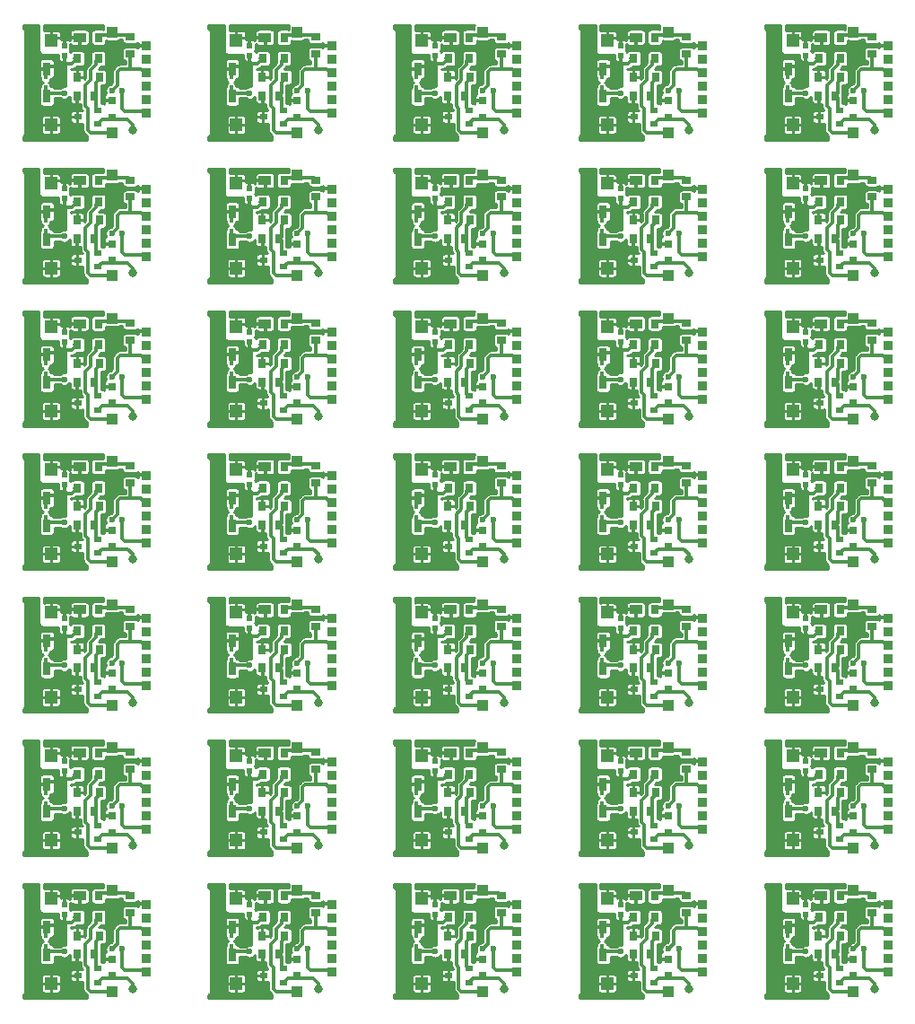
<source format=gbl>
%TF.GenerationSoftware,KiCad,Pcbnew,(5.1.6)-1*%
%TF.CreationDate,2020-09-22T23:21:27+09:00*%
%TF.ProjectId,funcdecoder_tomix_pcb_0773_0507_rev0_panelize_94_5mm_92_5mm,66756e63-6465-4636-9f64-65725f746f6d,rev?*%
%TF.SameCoordinates,PX66ff300PY337f980*%
%TF.FileFunction,Copper,L2,Bot*%
%TF.FilePolarity,Positive*%
%FSLAX46Y46*%
G04 Gerber Fmt 4.6, Leading zero omitted, Abs format (unit mm)*
G04 Created by KiCad (PCBNEW (5.1.6)-1) date 2020-09-22 23:21:27*
%MOMM*%
%LPD*%
G01*
G04 APERTURE LIST*
%TA.AperFunction,SMDPad,CuDef*%
%ADD10R,0.700000X0.900000*%
%TD*%
%TA.AperFunction,SMDPad,CuDef*%
%ADD11R,0.750000X1.300000*%
%TD*%
%TA.AperFunction,SMDPad,CuDef*%
%ADD12R,0.300000X0.500000*%
%TD*%
%TA.AperFunction,SMDPad,CuDef*%
%ADD13R,0.800000X0.600000*%
%TD*%
%TA.AperFunction,ComponentPad*%
%ADD14R,1.000000X1.000000*%
%TD*%
%TA.AperFunction,ComponentPad*%
%ADD15R,0.950000X0.950000*%
%TD*%
%TA.AperFunction,SMDPad,CuDef*%
%ADD16R,0.900000X0.700000*%
%TD*%
%TA.AperFunction,ComponentPad*%
%ADD17R,1.200000X1.200000*%
%TD*%
%TA.AperFunction,SMDPad,CuDef*%
%ADD18R,0.800000X0.800000*%
%TD*%
%TA.AperFunction,SMDPad,CuDef*%
%ADD19R,0.500000X0.550000*%
%TD*%
%TA.AperFunction,SMDPad,CuDef*%
%ADD20R,0.800000X0.900000*%
%TD*%
%TA.AperFunction,SMDPad,CuDef*%
%ADD21R,1.200000X0.900000*%
%TD*%
%TA.AperFunction,ViaPad*%
%ADD22C,0.600000*%
%TD*%
%TA.AperFunction,ViaPad*%
%ADD23C,0.800000*%
%TD*%
%TA.AperFunction,Conductor*%
%ADD24C,0.300000*%
%TD*%
%TA.AperFunction,Conductor*%
%ADD25C,0.250000*%
%TD*%
G04 APERTURE END LIST*
D10*
%TO.P,R1,2*%
%TO.N,Net-(D2-Pad1)*%
X82800000Y-88000000D03*
%TO.P,R1,1*%
%TO.N,+12V*%
X81200000Y-88000000D03*
%TD*%
%TO.P,R1,2*%
%TO.N,Net-(D2-Pad1)*%
X65300000Y-88000000D03*
%TO.P,R1,1*%
%TO.N,+12V*%
X63700000Y-88000000D03*
%TD*%
%TO.P,R1,2*%
%TO.N,Net-(D2-Pad1)*%
X47800000Y-88000000D03*
%TO.P,R1,1*%
%TO.N,+12V*%
X46200000Y-88000000D03*
%TD*%
%TO.P,R1,2*%
%TO.N,Net-(D2-Pad1)*%
X30300000Y-88000000D03*
%TO.P,R1,1*%
%TO.N,+12V*%
X28700000Y-88000000D03*
%TD*%
%TO.P,R1,2*%
%TO.N,Net-(D2-Pad1)*%
X12800000Y-88000000D03*
%TO.P,R1,1*%
%TO.N,+12V*%
X11200000Y-88000000D03*
%TD*%
%TO.P,R1,2*%
%TO.N,Net-(D2-Pad1)*%
X82800000Y-74500000D03*
%TO.P,R1,1*%
%TO.N,+12V*%
X81200000Y-74500000D03*
%TD*%
%TO.P,R1,2*%
%TO.N,Net-(D2-Pad1)*%
X65300000Y-74500000D03*
%TO.P,R1,1*%
%TO.N,+12V*%
X63700000Y-74500000D03*
%TD*%
%TO.P,R1,2*%
%TO.N,Net-(D2-Pad1)*%
X47800000Y-74500000D03*
%TO.P,R1,1*%
%TO.N,+12V*%
X46200000Y-74500000D03*
%TD*%
%TO.P,R1,2*%
%TO.N,Net-(D2-Pad1)*%
X30300000Y-74500000D03*
%TO.P,R1,1*%
%TO.N,+12V*%
X28700000Y-74500000D03*
%TD*%
%TO.P,R1,2*%
%TO.N,Net-(D2-Pad1)*%
X12800000Y-74500000D03*
%TO.P,R1,1*%
%TO.N,+12V*%
X11200000Y-74500000D03*
%TD*%
%TO.P,R1,2*%
%TO.N,Net-(D2-Pad1)*%
X82800000Y-61000000D03*
%TO.P,R1,1*%
%TO.N,+12V*%
X81200000Y-61000000D03*
%TD*%
%TO.P,R1,2*%
%TO.N,Net-(D2-Pad1)*%
X65300000Y-61000000D03*
%TO.P,R1,1*%
%TO.N,+12V*%
X63700000Y-61000000D03*
%TD*%
%TO.P,R1,2*%
%TO.N,Net-(D2-Pad1)*%
X47800000Y-61000000D03*
%TO.P,R1,1*%
%TO.N,+12V*%
X46200000Y-61000000D03*
%TD*%
%TO.P,R1,2*%
%TO.N,Net-(D2-Pad1)*%
X30300000Y-61000000D03*
%TO.P,R1,1*%
%TO.N,+12V*%
X28700000Y-61000000D03*
%TD*%
%TO.P,R1,2*%
%TO.N,Net-(D2-Pad1)*%
X12800000Y-61000000D03*
%TO.P,R1,1*%
%TO.N,+12V*%
X11200000Y-61000000D03*
%TD*%
%TO.P,R1,2*%
%TO.N,Net-(D2-Pad1)*%
X82800000Y-47500000D03*
%TO.P,R1,1*%
%TO.N,+12V*%
X81200000Y-47500000D03*
%TD*%
%TO.P,R1,2*%
%TO.N,Net-(D2-Pad1)*%
X65300000Y-47500000D03*
%TO.P,R1,1*%
%TO.N,+12V*%
X63700000Y-47500000D03*
%TD*%
%TO.P,R1,2*%
%TO.N,Net-(D2-Pad1)*%
X47800000Y-47500000D03*
%TO.P,R1,1*%
%TO.N,+12V*%
X46200000Y-47500000D03*
%TD*%
%TO.P,R1,2*%
%TO.N,Net-(D2-Pad1)*%
X30300000Y-47500000D03*
%TO.P,R1,1*%
%TO.N,+12V*%
X28700000Y-47500000D03*
%TD*%
%TO.P,R1,2*%
%TO.N,Net-(D2-Pad1)*%
X12800000Y-47500000D03*
%TO.P,R1,1*%
%TO.N,+12V*%
X11200000Y-47500000D03*
%TD*%
%TO.P,R1,2*%
%TO.N,Net-(D2-Pad1)*%
X82800000Y-34000000D03*
%TO.P,R1,1*%
%TO.N,+12V*%
X81200000Y-34000000D03*
%TD*%
%TO.P,R1,2*%
%TO.N,Net-(D2-Pad1)*%
X65300000Y-34000000D03*
%TO.P,R1,1*%
%TO.N,+12V*%
X63700000Y-34000000D03*
%TD*%
%TO.P,R1,2*%
%TO.N,Net-(D2-Pad1)*%
X47800000Y-34000000D03*
%TO.P,R1,1*%
%TO.N,+12V*%
X46200000Y-34000000D03*
%TD*%
%TO.P,R1,2*%
%TO.N,Net-(D2-Pad1)*%
X30300000Y-34000000D03*
%TO.P,R1,1*%
%TO.N,+12V*%
X28700000Y-34000000D03*
%TD*%
%TO.P,R1,2*%
%TO.N,Net-(D2-Pad1)*%
X12800000Y-34000000D03*
%TO.P,R1,1*%
%TO.N,+12V*%
X11200000Y-34000000D03*
%TD*%
%TO.P,R1,2*%
%TO.N,Net-(D2-Pad1)*%
X82800000Y-20500000D03*
%TO.P,R1,1*%
%TO.N,+12V*%
X81200000Y-20500000D03*
%TD*%
%TO.P,R1,2*%
%TO.N,Net-(D2-Pad1)*%
X65300000Y-20500000D03*
%TO.P,R1,1*%
%TO.N,+12V*%
X63700000Y-20500000D03*
%TD*%
%TO.P,R1,2*%
%TO.N,Net-(D2-Pad1)*%
X47800000Y-20500000D03*
%TO.P,R1,1*%
%TO.N,+12V*%
X46200000Y-20500000D03*
%TD*%
%TO.P,R1,2*%
%TO.N,Net-(D2-Pad1)*%
X30300000Y-20500000D03*
%TO.P,R1,1*%
%TO.N,+12V*%
X28700000Y-20500000D03*
%TD*%
%TO.P,R1,2*%
%TO.N,Net-(D2-Pad1)*%
X12800000Y-20500000D03*
%TO.P,R1,1*%
%TO.N,+12V*%
X11200000Y-20500000D03*
%TD*%
%TO.P,R1,2*%
%TO.N,Net-(D2-Pad1)*%
X82800000Y-7000000D03*
%TO.P,R1,1*%
%TO.N,+12V*%
X81200000Y-7000000D03*
%TD*%
%TO.P,R1,2*%
%TO.N,Net-(D2-Pad1)*%
X65300000Y-7000000D03*
%TO.P,R1,1*%
%TO.N,+12V*%
X63700000Y-7000000D03*
%TD*%
%TO.P,R1,2*%
%TO.N,Net-(D2-Pad1)*%
X47800000Y-7000000D03*
%TO.P,R1,1*%
%TO.N,+12V*%
X46200000Y-7000000D03*
%TD*%
%TO.P,R1,2*%
%TO.N,Net-(D2-Pad1)*%
X30300000Y-7000000D03*
%TO.P,R1,1*%
%TO.N,+12V*%
X28700000Y-7000000D03*
%TD*%
D11*
%TO.P,D4,1*%
%TO.N,Net-(D4-Pad1)*%
X78375000Y-88050000D03*
%TO.P,D4,2*%
%TO.N,+12V*%
X78375000Y-85450000D03*
D12*
%TO.P,D4,1*%
%TO.N,Net-(D4-Pad1)*%
X78250000Y-87300000D03*
%TO.P,D4,2*%
%TO.N,+12V*%
X78250000Y-86200000D03*
%TD*%
D11*
%TO.P,D4,1*%
%TO.N,Net-(D4-Pad1)*%
X60875000Y-88050000D03*
%TO.P,D4,2*%
%TO.N,+12V*%
X60875000Y-85450000D03*
D12*
%TO.P,D4,1*%
%TO.N,Net-(D4-Pad1)*%
X60750000Y-87300000D03*
%TO.P,D4,2*%
%TO.N,+12V*%
X60750000Y-86200000D03*
%TD*%
D11*
%TO.P,D4,1*%
%TO.N,Net-(D4-Pad1)*%
X43375000Y-88050000D03*
%TO.P,D4,2*%
%TO.N,+12V*%
X43375000Y-85450000D03*
D12*
%TO.P,D4,1*%
%TO.N,Net-(D4-Pad1)*%
X43250000Y-87300000D03*
%TO.P,D4,2*%
%TO.N,+12V*%
X43250000Y-86200000D03*
%TD*%
D11*
%TO.P,D4,1*%
%TO.N,Net-(D4-Pad1)*%
X25875000Y-88050000D03*
%TO.P,D4,2*%
%TO.N,+12V*%
X25875000Y-85450000D03*
D12*
%TO.P,D4,1*%
%TO.N,Net-(D4-Pad1)*%
X25750000Y-87300000D03*
%TO.P,D4,2*%
%TO.N,+12V*%
X25750000Y-86200000D03*
%TD*%
D11*
%TO.P,D4,1*%
%TO.N,Net-(D4-Pad1)*%
X8375000Y-88050000D03*
%TO.P,D4,2*%
%TO.N,+12V*%
X8375000Y-85450000D03*
D12*
%TO.P,D4,1*%
%TO.N,Net-(D4-Pad1)*%
X8250000Y-87300000D03*
%TO.P,D4,2*%
%TO.N,+12V*%
X8250000Y-86200000D03*
%TD*%
D11*
%TO.P,D4,1*%
%TO.N,Net-(D4-Pad1)*%
X78375000Y-74550000D03*
%TO.P,D4,2*%
%TO.N,+12V*%
X78375000Y-71950000D03*
D12*
%TO.P,D4,1*%
%TO.N,Net-(D4-Pad1)*%
X78250000Y-73800000D03*
%TO.P,D4,2*%
%TO.N,+12V*%
X78250000Y-72700000D03*
%TD*%
D11*
%TO.P,D4,1*%
%TO.N,Net-(D4-Pad1)*%
X60875000Y-74550000D03*
%TO.P,D4,2*%
%TO.N,+12V*%
X60875000Y-71950000D03*
D12*
%TO.P,D4,1*%
%TO.N,Net-(D4-Pad1)*%
X60750000Y-73800000D03*
%TO.P,D4,2*%
%TO.N,+12V*%
X60750000Y-72700000D03*
%TD*%
D11*
%TO.P,D4,1*%
%TO.N,Net-(D4-Pad1)*%
X43375000Y-74550000D03*
%TO.P,D4,2*%
%TO.N,+12V*%
X43375000Y-71950000D03*
D12*
%TO.P,D4,1*%
%TO.N,Net-(D4-Pad1)*%
X43250000Y-73800000D03*
%TO.P,D4,2*%
%TO.N,+12V*%
X43250000Y-72700000D03*
%TD*%
D11*
%TO.P,D4,1*%
%TO.N,Net-(D4-Pad1)*%
X25875000Y-74550000D03*
%TO.P,D4,2*%
%TO.N,+12V*%
X25875000Y-71950000D03*
D12*
%TO.P,D4,1*%
%TO.N,Net-(D4-Pad1)*%
X25750000Y-73800000D03*
%TO.P,D4,2*%
%TO.N,+12V*%
X25750000Y-72700000D03*
%TD*%
D11*
%TO.P,D4,1*%
%TO.N,Net-(D4-Pad1)*%
X8375000Y-74550000D03*
%TO.P,D4,2*%
%TO.N,+12V*%
X8375000Y-71950000D03*
D12*
%TO.P,D4,1*%
%TO.N,Net-(D4-Pad1)*%
X8250000Y-73800000D03*
%TO.P,D4,2*%
%TO.N,+12V*%
X8250000Y-72700000D03*
%TD*%
D11*
%TO.P,D4,1*%
%TO.N,Net-(D4-Pad1)*%
X78375000Y-61050000D03*
%TO.P,D4,2*%
%TO.N,+12V*%
X78375000Y-58450000D03*
D12*
%TO.P,D4,1*%
%TO.N,Net-(D4-Pad1)*%
X78250000Y-60300000D03*
%TO.P,D4,2*%
%TO.N,+12V*%
X78250000Y-59200000D03*
%TD*%
D11*
%TO.P,D4,1*%
%TO.N,Net-(D4-Pad1)*%
X60875000Y-61050000D03*
%TO.P,D4,2*%
%TO.N,+12V*%
X60875000Y-58450000D03*
D12*
%TO.P,D4,1*%
%TO.N,Net-(D4-Pad1)*%
X60750000Y-60300000D03*
%TO.P,D4,2*%
%TO.N,+12V*%
X60750000Y-59200000D03*
%TD*%
D11*
%TO.P,D4,1*%
%TO.N,Net-(D4-Pad1)*%
X43375000Y-61050000D03*
%TO.P,D4,2*%
%TO.N,+12V*%
X43375000Y-58450000D03*
D12*
%TO.P,D4,1*%
%TO.N,Net-(D4-Pad1)*%
X43250000Y-60300000D03*
%TO.P,D4,2*%
%TO.N,+12V*%
X43250000Y-59200000D03*
%TD*%
D11*
%TO.P,D4,1*%
%TO.N,Net-(D4-Pad1)*%
X25875000Y-61050000D03*
%TO.P,D4,2*%
%TO.N,+12V*%
X25875000Y-58450000D03*
D12*
%TO.P,D4,1*%
%TO.N,Net-(D4-Pad1)*%
X25750000Y-60300000D03*
%TO.P,D4,2*%
%TO.N,+12V*%
X25750000Y-59200000D03*
%TD*%
D11*
%TO.P,D4,1*%
%TO.N,Net-(D4-Pad1)*%
X8375000Y-61050000D03*
%TO.P,D4,2*%
%TO.N,+12V*%
X8375000Y-58450000D03*
D12*
%TO.P,D4,1*%
%TO.N,Net-(D4-Pad1)*%
X8250000Y-60300000D03*
%TO.P,D4,2*%
%TO.N,+12V*%
X8250000Y-59200000D03*
%TD*%
D11*
%TO.P,D4,1*%
%TO.N,Net-(D4-Pad1)*%
X78375000Y-47550000D03*
%TO.P,D4,2*%
%TO.N,+12V*%
X78375000Y-44950000D03*
D12*
%TO.P,D4,1*%
%TO.N,Net-(D4-Pad1)*%
X78250000Y-46800000D03*
%TO.P,D4,2*%
%TO.N,+12V*%
X78250000Y-45700000D03*
%TD*%
D11*
%TO.P,D4,1*%
%TO.N,Net-(D4-Pad1)*%
X60875000Y-47550000D03*
%TO.P,D4,2*%
%TO.N,+12V*%
X60875000Y-44950000D03*
D12*
%TO.P,D4,1*%
%TO.N,Net-(D4-Pad1)*%
X60750000Y-46800000D03*
%TO.P,D4,2*%
%TO.N,+12V*%
X60750000Y-45700000D03*
%TD*%
D11*
%TO.P,D4,1*%
%TO.N,Net-(D4-Pad1)*%
X43375000Y-47550000D03*
%TO.P,D4,2*%
%TO.N,+12V*%
X43375000Y-44950000D03*
D12*
%TO.P,D4,1*%
%TO.N,Net-(D4-Pad1)*%
X43250000Y-46800000D03*
%TO.P,D4,2*%
%TO.N,+12V*%
X43250000Y-45700000D03*
%TD*%
D11*
%TO.P,D4,1*%
%TO.N,Net-(D4-Pad1)*%
X25875000Y-47550000D03*
%TO.P,D4,2*%
%TO.N,+12V*%
X25875000Y-44950000D03*
D12*
%TO.P,D4,1*%
%TO.N,Net-(D4-Pad1)*%
X25750000Y-46800000D03*
%TO.P,D4,2*%
%TO.N,+12V*%
X25750000Y-45700000D03*
%TD*%
D11*
%TO.P,D4,1*%
%TO.N,Net-(D4-Pad1)*%
X8375000Y-47550000D03*
%TO.P,D4,2*%
%TO.N,+12V*%
X8375000Y-44950000D03*
D12*
%TO.P,D4,1*%
%TO.N,Net-(D4-Pad1)*%
X8250000Y-46800000D03*
%TO.P,D4,2*%
%TO.N,+12V*%
X8250000Y-45700000D03*
%TD*%
D11*
%TO.P,D4,1*%
%TO.N,Net-(D4-Pad1)*%
X78375000Y-34050000D03*
%TO.P,D4,2*%
%TO.N,+12V*%
X78375000Y-31450000D03*
D12*
%TO.P,D4,1*%
%TO.N,Net-(D4-Pad1)*%
X78250000Y-33300000D03*
%TO.P,D4,2*%
%TO.N,+12V*%
X78250000Y-32200000D03*
%TD*%
D11*
%TO.P,D4,1*%
%TO.N,Net-(D4-Pad1)*%
X60875000Y-34050000D03*
%TO.P,D4,2*%
%TO.N,+12V*%
X60875000Y-31450000D03*
D12*
%TO.P,D4,1*%
%TO.N,Net-(D4-Pad1)*%
X60750000Y-33300000D03*
%TO.P,D4,2*%
%TO.N,+12V*%
X60750000Y-32200000D03*
%TD*%
D11*
%TO.P,D4,1*%
%TO.N,Net-(D4-Pad1)*%
X43375000Y-34050000D03*
%TO.P,D4,2*%
%TO.N,+12V*%
X43375000Y-31450000D03*
D12*
%TO.P,D4,1*%
%TO.N,Net-(D4-Pad1)*%
X43250000Y-33300000D03*
%TO.P,D4,2*%
%TO.N,+12V*%
X43250000Y-32200000D03*
%TD*%
D11*
%TO.P,D4,1*%
%TO.N,Net-(D4-Pad1)*%
X25875000Y-34050000D03*
%TO.P,D4,2*%
%TO.N,+12V*%
X25875000Y-31450000D03*
D12*
%TO.P,D4,1*%
%TO.N,Net-(D4-Pad1)*%
X25750000Y-33300000D03*
%TO.P,D4,2*%
%TO.N,+12V*%
X25750000Y-32200000D03*
%TD*%
D11*
%TO.P,D4,1*%
%TO.N,Net-(D4-Pad1)*%
X8375000Y-34050000D03*
%TO.P,D4,2*%
%TO.N,+12V*%
X8375000Y-31450000D03*
D12*
%TO.P,D4,1*%
%TO.N,Net-(D4-Pad1)*%
X8250000Y-33300000D03*
%TO.P,D4,2*%
%TO.N,+12V*%
X8250000Y-32200000D03*
%TD*%
D11*
%TO.P,D4,1*%
%TO.N,Net-(D4-Pad1)*%
X78375000Y-20550000D03*
%TO.P,D4,2*%
%TO.N,+12V*%
X78375000Y-17950000D03*
D12*
%TO.P,D4,1*%
%TO.N,Net-(D4-Pad1)*%
X78250000Y-19800000D03*
%TO.P,D4,2*%
%TO.N,+12V*%
X78250000Y-18700000D03*
%TD*%
D11*
%TO.P,D4,1*%
%TO.N,Net-(D4-Pad1)*%
X60875000Y-20550000D03*
%TO.P,D4,2*%
%TO.N,+12V*%
X60875000Y-17950000D03*
D12*
%TO.P,D4,1*%
%TO.N,Net-(D4-Pad1)*%
X60750000Y-19800000D03*
%TO.P,D4,2*%
%TO.N,+12V*%
X60750000Y-18700000D03*
%TD*%
D11*
%TO.P,D4,1*%
%TO.N,Net-(D4-Pad1)*%
X43375000Y-20550000D03*
%TO.P,D4,2*%
%TO.N,+12V*%
X43375000Y-17950000D03*
D12*
%TO.P,D4,1*%
%TO.N,Net-(D4-Pad1)*%
X43250000Y-19800000D03*
%TO.P,D4,2*%
%TO.N,+12V*%
X43250000Y-18700000D03*
%TD*%
D11*
%TO.P,D4,1*%
%TO.N,Net-(D4-Pad1)*%
X25875000Y-20550000D03*
%TO.P,D4,2*%
%TO.N,+12V*%
X25875000Y-17950000D03*
D12*
%TO.P,D4,1*%
%TO.N,Net-(D4-Pad1)*%
X25750000Y-19800000D03*
%TO.P,D4,2*%
%TO.N,+12V*%
X25750000Y-18700000D03*
%TD*%
D11*
%TO.P,D4,1*%
%TO.N,Net-(D4-Pad1)*%
X8375000Y-20550000D03*
%TO.P,D4,2*%
%TO.N,+12V*%
X8375000Y-17950000D03*
D12*
%TO.P,D4,1*%
%TO.N,Net-(D4-Pad1)*%
X8250000Y-19800000D03*
%TO.P,D4,2*%
%TO.N,+12V*%
X8250000Y-18700000D03*
%TD*%
D11*
%TO.P,D4,1*%
%TO.N,Net-(D4-Pad1)*%
X78375000Y-7050000D03*
%TO.P,D4,2*%
%TO.N,+12V*%
X78375000Y-4450000D03*
D12*
%TO.P,D4,1*%
%TO.N,Net-(D4-Pad1)*%
X78250000Y-6300000D03*
%TO.P,D4,2*%
%TO.N,+12V*%
X78250000Y-5200000D03*
%TD*%
D11*
%TO.P,D4,1*%
%TO.N,Net-(D4-Pad1)*%
X60875000Y-7050000D03*
%TO.P,D4,2*%
%TO.N,+12V*%
X60875000Y-4450000D03*
D12*
%TO.P,D4,1*%
%TO.N,Net-(D4-Pad1)*%
X60750000Y-6300000D03*
%TO.P,D4,2*%
%TO.N,+12V*%
X60750000Y-5200000D03*
%TD*%
D11*
%TO.P,D4,1*%
%TO.N,Net-(D4-Pad1)*%
X43375000Y-7050000D03*
%TO.P,D4,2*%
%TO.N,+12V*%
X43375000Y-4450000D03*
D12*
%TO.P,D4,1*%
%TO.N,Net-(D4-Pad1)*%
X43250000Y-6300000D03*
%TO.P,D4,2*%
%TO.N,+12V*%
X43250000Y-5200000D03*
%TD*%
D11*
%TO.P,D4,1*%
%TO.N,Net-(D4-Pad1)*%
X25875000Y-7050000D03*
%TO.P,D4,2*%
%TO.N,+12V*%
X25875000Y-4450000D03*
D12*
%TO.P,D4,1*%
%TO.N,Net-(D4-Pad1)*%
X25750000Y-6300000D03*
%TO.P,D4,2*%
%TO.N,+12V*%
X25750000Y-5200000D03*
%TD*%
D13*
%TO.P,Q1,3*%
%TO.N,+12V*%
X81300000Y-90000000D03*
%TO.P,Q1,2*%
%TO.N,+5V*%
X83200000Y-90650000D03*
%TO.P,Q1,1*%
%TO.N,Net-(D2-Pad1)*%
X83200000Y-89350000D03*
%TD*%
%TO.P,Q1,3*%
%TO.N,+12V*%
X63800000Y-90000000D03*
%TO.P,Q1,2*%
%TO.N,+5V*%
X65700000Y-90650000D03*
%TO.P,Q1,1*%
%TO.N,Net-(D2-Pad1)*%
X65700000Y-89350000D03*
%TD*%
%TO.P,Q1,3*%
%TO.N,+12V*%
X46300000Y-90000000D03*
%TO.P,Q1,2*%
%TO.N,+5V*%
X48200000Y-90650000D03*
%TO.P,Q1,1*%
%TO.N,Net-(D2-Pad1)*%
X48200000Y-89350000D03*
%TD*%
%TO.P,Q1,3*%
%TO.N,+12V*%
X28800000Y-90000000D03*
%TO.P,Q1,2*%
%TO.N,+5V*%
X30700000Y-90650000D03*
%TO.P,Q1,1*%
%TO.N,Net-(D2-Pad1)*%
X30700000Y-89350000D03*
%TD*%
%TO.P,Q1,3*%
%TO.N,+12V*%
X11300000Y-90000000D03*
%TO.P,Q1,2*%
%TO.N,+5V*%
X13200000Y-90650000D03*
%TO.P,Q1,1*%
%TO.N,Net-(D2-Pad1)*%
X13200000Y-89350000D03*
%TD*%
%TO.P,Q1,3*%
%TO.N,+12V*%
X81300000Y-76500000D03*
%TO.P,Q1,2*%
%TO.N,+5V*%
X83200000Y-77150000D03*
%TO.P,Q1,1*%
%TO.N,Net-(D2-Pad1)*%
X83200000Y-75850000D03*
%TD*%
%TO.P,Q1,3*%
%TO.N,+12V*%
X63800000Y-76500000D03*
%TO.P,Q1,2*%
%TO.N,+5V*%
X65700000Y-77150000D03*
%TO.P,Q1,1*%
%TO.N,Net-(D2-Pad1)*%
X65700000Y-75850000D03*
%TD*%
%TO.P,Q1,3*%
%TO.N,+12V*%
X46300000Y-76500000D03*
%TO.P,Q1,2*%
%TO.N,+5V*%
X48200000Y-77150000D03*
%TO.P,Q1,1*%
%TO.N,Net-(D2-Pad1)*%
X48200000Y-75850000D03*
%TD*%
%TO.P,Q1,3*%
%TO.N,+12V*%
X28800000Y-76500000D03*
%TO.P,Q1,2*%
%TO.N,+5V*%
X30700000Y-77150000D03*
%TO.P,Q1,1*%
%TO.N,Net-(D2-Pad1)*%
X30700000Y-75850000D03*
%TD*%
%TO.P,Q1,3*%
%TO.N,+12V*%
X11300000Y-76500000D03*
%TO.P,Q1,2*%
%TO.N,+5V*%
X13200000Y-77150000D03*
%TO.P,Q1,1*%
%TO.N,Net-(D2-Pad1)*%
X13200000Y-75850000D03*
%TD*%
%TO.P,Q1,3*%
%TO.N,+12V*%
X81300000Y-63000000D03*
%TO.P,Q1,2*%
%TO.N,+5V*%
X83200000Y-63650000D03*
%TO.P,Q1,1*%
%TO.N,Net-(D2-Pad1)*%
X83200000Y-62350000D03*
%TD*%
%TO.P,Q1,3*%
%TO.N,+12V*%
X63800000Y-63000000D03*
%TO.P,Q1,2*%
%TO.N,+5V*%
X65700000Y-63650000D03*
%TO.P,Q1,1*%
%TO.N,Net-(D2-Pad1)*%
X65700000Y-62350000D03*
%TD*%
%TO.P,Q1,3*%
%TO.N,+12V*%
X46300000Y-63000000D03*
%TO.P,Q1,2*%
%TO.N,+5V*%
X48200000Y-63650000D03*
%TO.P,Q1,1*%
%TO.N,Net-(D2-Pad1)*%
X48200000Y-62350000D03*
%TD*%
%TO.P,Q1,3*%
%TO.N,+12V*%
X28800000Y-63000000D03*
%TO.P,Q1,2*%
%TO.N,+5V*%
X30700000Y-63650000D03*
%TO.P,Q1,1*%
%TO.N,Net-(D2-Pad1)*%
X30700000Y-62350000D03*
%TD*%
%TO.P,Q1,3*%
%TO.N,+12V*%
X11300000Y-63000000D03*
%TO.P,Q1,2*%
%TO.N,+5V*%
X13200000Y-63650000D03*
%TO.P,Q1,1*%
%TO.N,Net-(D2-Pad1)*%
X13200000Y-62350000D03*
%TD*%
%TO.P,Q1,3*%
%TO.N,+12V*%
X81300000Y-49500000D03*
%TO.P,Q1,2*%
%TO.N,+5V*%
X83200000Y-50150000D03*
%TO.P,Q1,1*%
%TO.N,Net-(D2-Pad1)*%
X83200000Y-48850000D03*
%TD*%
%TO.P,Q1,3*%
%TO.N,+12V*%
X63800000Y-49500000D03*
%TO.P,Q1,2*%
%TO.N,+5V*%
X65700000Y-50150000D03*
%TO.P,Q1,1*%
%TO.N,Net-(D2-Pad1)*%
X65700000Y-48850000D03*
%TD*%
%TO.P,Q1,3*%
%TO.N,+12V*%
X46300000Y-49500000D03*
%TO.P,Q1,2*%
%TO.N,+5V*%
X48200000Y-50150000D03*
%TO.P,Q1,1*%
%TO.N,Net-(D2-Pad1)*%
X48200000Y-48850000D03*
%TD*%
%TO.P,Q1,3*%
%TO.N,+12V*%
X28800000Y-49500000D03*
%TO.P,Q1,2*%
%TO.N,+5V*%
X30700000Y-50150000D03*
%TO.P,Q1,1*%
%TO.N,Net-(D2-Pad1)*%
X30700000Y-48850000D03*
%TD*%
%TO.P,Q1,3*%
%TO.N,+12V*%
X11300000Y-49500000D03*
%TO.P,Q1,2*%
%TO.N,+5V*%
X13200000Y-50150000D03*
%TO.P,Q1,1*%
%TO.N,Net-(D2-Pad1)*%
X13200000Y-48850000D03*
%TD*%
%TO.P,Q1,3*%
%TO.N,+12V*%
X81300000Y-36000000D03*
%TO.P,Q1,2*%
%TO.N,+5V*%
X83200000Y-36650000D03*
%TO.P,Q1,1*%
%TO.N,Net-(D2-Pad1)*%
X83200000Y-35350000D03*
%TD*%
%TO.P,Q1,3*%
%TO.N,+12V*%
X63800000Y-36000000D03*
%TO.P,Q1,2*%
%TO.N,+5V*%
X65700000Y-36650000D03*
%TO.P,Q1,1*%
%TO.N,Net-(D2-Pad1)*%
X65700000Y-35350000D03*
%TD*%
%TO.P,Q1,3*%
%TO.N,+12V*%
X46300000Y-36000000D03*
%TO.P,Q1,2*%
%TO.N,+5V*%
X48200000Y-36650000D03*
%TO.P,Q1,1*%
%TO.N,Net-(D2-Pad1)*%
X48200000Y-35350000D03*
%TD*%
%TO.P,Q1,3*%
%TO.N,+12V*%
X28800000Y-36000000D03*
%TO.P,Q1,2*%
%TO.N,+5V*%
X30700000Y-36650000D03*
%TO.P,Q1,1*%
%TO.N,Net-(D2-Pad1)*%
X30700000Y-35350000D03*
%TD*%
%TO.P,Q1,3*%
%TO.N,+12V*%
X11300000Y-36000000D03*
%TO.P,Q1,2*%
%TO.N,+5V*%
X13200000Y-36650000D03*
%TO.P,Q1,1*%
%TO.N,Net-(D2-Pad1)*%
X13200000Y-35350000D03*
%TD*%
%TO.P,Q1,3*%
%TO.N,+12V*%
X81300000Y-22500000D03*
%TO.P,Q1,2*%
%TO.N,+5V*%
X83200000Y-23150000D03*
%TO.P,Q1,1*%
%TO.N,Net-(D2-Pad1)*%
X83200000Y-21850000D03*
%TD*%
%TO.P,Q1,3*%
%TO.N,+12V*%
X63800000Y-22500000D03*
%TO.P,Q1,2*%
%TO.N,+5V*%
X65700000Y-23150000D03*
%TO.P,Q1,1*%
%TO.N,Net-(D2-Pad1)*%
X65700000Y-21850000D03*
%TD*%
%TO.P,Q1,3*%
%TO.N,+12V*%
X46300000Y-22500000D03*
%TO.P,Q1,2*%
%TO.N,+5V*%
X48200000Y-23150000D03*
%TO.P,Q1,1*%
%TO.N,Net-(D2-Pad1)*%
X48200000Y-21850000D03*
%TD*%
%TO.P,Q1,3*%
%TO.N,+12V*%
X28800000Y-22500000D03*
%TO.P,Q1,2*%
%TO.N,+5V*%
X30700000Y-23150000D03*
%TO.P,Q1,1*%
%TO.N,Net-(D2-Pad1)*%
X30700000Y-21850000D03*
%TD*%
%TO.P,Q1,3*%
%TO.N,+12V*%
X11300000Y-22500000D03*
%TO.P,Q1,2*%
%TO.N,+5V*%
X13200000Y-23150000D03*
%TO.P,Q1,1*%
%TO.N,Net-(D2-Pad1)*%
X13200000Y-21850000D03*
%TD*%
%TO.P,Q1,3*%
%TO.N,+12V*%
X81300000Y-9000000D03*
%TO.P,Q1,2*%
%TO.N,+5V*%
X83200000Y-9650000D03*
%TO.P,Q1,1*%
%TO.N,Net-(D2-Pad1)*%
X83200000Y-8350000D03*
%TD*%
%TO.P,Q1,3*%
%TO.N,+12V*%
X63800000Y-9000000D03*
%TO.P,Q1,2*%
%TO.N,+5V*%
X65700000Y-9650000D03*
%TO.P,Q1,1*%
%TO.N,Net-(D2-Pad1)*%
X65700000Y-8350000D03*
%TD*%
%TO.P,Q1,3*%
%TO.N,+12V*%
X46300000Y-9000000D03*
%TO.P,Q1,2*%
%TO.N,+5V*%
X48200000Y-9650000D03*
%TO.P,Q1,1*%
%TO.N,Net-(D2-Pad1)*%
X48200000Y-8350000D03*
%TD*%
%TO.P,Q1,3*%
%TO.N,+12V*%
X28800000Y-9000000D03*
%TO.P,Q1,2*%
%TO.N,+5V*%
X30700000Y-9650000D03*
%TO.P,Q1,1*%
%TO.N,Net-(D2-Pad1)*%
X30700000Y-8350000D03*
%TD*%
D14*
%TO.P,J2,1*%
%TO.N,RAIL+*%
X84500000Y-82000000D03*
%TD*%
%TO.P,J2,1*%
%TO.N,RAIL+*%
X67000000Y-82000000D03*
%TD*%
%TO.P,J2,1*%
%TO.N,RAIL+*%
X49500000Y-82000000D03*
%TD*%
%TO.P,J2,1*%
%TO.N,RAIL+*%
X32000000Y-82000000D03*
%TD*%
%TO.P,J2,1*%
%TO.N,RAIL+*%
X14500000Y-82000000D03*
%TD*%
%TO.P,J2,1*%
%TO.N,RAIL+*%
X84500000Y-68500000D03*
%TD*%
%TO.P,J2,1*%
%TO.N,RAIL+*%
X67000000Y-68500000D03*
%TD*%
%TO.P,J2,1*%
%TO.N,RAIL+*%
X49500000Y-68500000D03*
%TD*%
%TO.P,J2,1*%
%TO.N,RAIL+*%
X32000000Y-68500000D03*
%TD*%
%TO.P,J2,1*%
%TO.N,RAIL+*%
X14500000Y-68500000D03*
%TD*%
%TO.P,J2,1*%
%TO.N,RAIL+*%
X84500000Y-55000000D03*
%TD*%
%TO.P,J2,1*%
%TO.N,RAIL+*%
X67000000Y-55000000D03*
%TD*%
%TO.P,J2,1*%
%TO.N,RAIL+*%
X49500000Y-55000000D03*
%TD*%
%TO.P,J2,1*%
%TO.N,RAIL+*%
X32000000Y-55000000D03*
%TD*%
%TO.P,J2,1*%
%TO.N,RAIL+*%
X14500000Y-55000000D03*
%TD*%
%TO.P,J2,1*%
%TO.N,RAIL+*%
X84500000Y-41500000D03*
%TD*%
%TO.P,J2,1*%
%TO.N,RAIL+*%
X67000000Y-41500000D03*
%TD*%
%TO.P,J2,1*%
%TO.N,RAIL+*%
X49500000Y-41500000D03*
%TD*%
%TO.P,J2,1*%
%TO.N,RAIL+*%
X32000000Y-41500000D03*
%TD*%
%TO.P,J2,1*%
%TO.N,RAIL+*%
X14500000Y-41500000D03*
%TD*%
%TO.P,J2,1*%
%TO.N,RAIL+*%
X84500000Y-28000000D03*
%TD*%
%TO.P,J2,1*%
%TO.N,RAIL+*%
X67000000Y-28000000D03*
%TD*%
%TO.P,J2,1*%
%TO.N,RAIL+*%
X49500000Y-28000000D03*
%TD*%
%TO.P,J2,1*%
%TO.N,RAIL+*%
X32000000Y-28000000D03*
%TD*%
%TO.P,J2,1*%
%TO.N,RAIL+*%
X14500000Y-28000000D03*
%TD*%
%TO.P,J2,1*%
%TO.N,RAIL+*%
X84500000Y-14500000D03*
%TD*%
%TO.P,J2,1*%
%TO.N,RAIL+*%
X67000000Y-14500000D03*
%TD*%
%TO.P,J2,1*%
%TO.N,RAIL+*%
X49500000Y-14500000D03*
%TD*%
%TO.P,J2,1*%
%TO.N,RAIL+*%
X32000000Y-14500000D03*
%TD*%
%TO.P,J2,1*%
%TO.N,RAIL+*%
X14500000Y-14500000D03*
%TD*%
%TO.P,J2,1*%
%TO.N,RAIL+*%
X84500000Y-1000000D03*
%TD*%
%TO.P,J2,1*%
%TO.N,RAIL+*%
X67000000Y-1000000D03*
%TD*%
%TO.P,J2,1*%
%TO.N,RAIL+*%
X49500000Y-1000000D03*
%TD*%
%TO.P,J2,1*%
%TO.N,RAIL+*%
X32000000Y-1000000D03*
%TD*%
D15*
%TO.P,J1,6*%
%TO.N,GND*%
X87750000Y-83325000D03*
%TO.P,J1,5*%
%TO.N,RESET*%
X87750000Y-84595000D03*
%TO.P,J1,4*%
%TO.N,MOSI*%
X87750000Y-85865000D03*
%TO.P,J1,3*%
%TO.N,Func1_Rev*%
X87750000Y-87135000D03*
%TO.P,J1,2*%
%TO.N,+5V*%
X87750000Y-88405000D03*
%TO.P,J1,1*%
%TO.N,Func1_For*%
X87750000Y-89675000D03*
%TD*%
%TO.P,J1,6*%
%TO.N,GND*%
X70250000Y-83325000D03*
%TO.P,J1,5*%
%TO.N,RESET*%
X70250000Y-84595000D03*
%TO.P,J1,4*%
%TO.N,MOSI*%
X70250000Y-85865000D03*
%TO.P,J1,3*%
%TO.N,Func1_Rev*%
X70250000Y-87135000D03*
%TO.P,J1,2*%
%TO.N,+5V*%
X70250000Y-88405000D03*
%TO.P,J1,1*%
%TO.N,Func1_For*%
X70250000Y-89675000D03*
%TD*%
%TO.P,J1,6*%
%TO.N,GND*%
X52750000Y-83325000D03*
%TO.P,J1,5*%
%TO.N,RESET*%
X52750000Y-84595000D03*
%TO.P,J1,4*%
%TO.N,MOSI*%
X52750000Y-85865000D03*
%TO.P,J1,3*%
%TO.N,Func1_Rev*%
X52750000Y-87135000D03*
%TO.P,J1,2*%
%TO.N,+5V*%
X52750000Y-88405000D03*
%TO.P,J1,1*%
%TO.N,Func1_For*%
X52750000Y-89675000D03*
%TD*%
%TO.P,J1,6*%
%TO.N,GND*%
X35250000Y-83325000D03*
%TO.P,J1,5*%
%TO.N,RESET*%
X35250000Y-84595000D03*
%TO.P,J1,4*%
%TO.N,MOSI*%
X35250000Y-85865000D03*
%TO.P,J1,3*%
%TO.N,Func1_Rev*%
X35250000Y-87135000D03*
%TO.P,J1,2*%
%TO.N,+5V*%
X35250000Y-88405000D03*
%TO.P,J1,1*%
%TO.N,Func1_For*%
X35250000Y-89675000D03*
%TD*%
%TO.P,J1,6*%
%TO.N,GND*%
X17750000Y-83325000D03*
%TO.P,J1,5*%
%TO.N,RESET*%
X17750000Y-84595000D03*
%TO.P,J1,4*%
%TO.N,MOSI*%
X17750000Y-85865000D03*
%TO.P,J1,3*%
%TO.N,Func1_Rev*%
X17750000Y-87135000D03*
%TO.P,J1,2*%
%TO.N,+5V*%
X17750000Y-88405000D03*
%TO.P,J1,1*%
%TO.N,Func1_For*%
X17750000Y-89675000D03*
%TD*%
%TO.P,J1,6*%
%TO.N,GND*%
X87750000Y-69825000D03*
%TO.P,J1,5*%
%TO.N,RESET*%
X87750000Y-71095000D03*
%TO.P,J1,4*%
%TO.N,MOSI*%
X87750000Y-72365000D03*
%TO.P,J1,3*%
%TO.N,Func1_Rev*%
X87750000Y-73635000D03*
%TO.P,J1,2*%
%TO.N,+5V*%
X87750000Y-74905000D03*
%TO.P,J1,1*%
%TO.N,Func1_For*%
X87750000Y-76175000D03*
%TD*%
%TO.P,J1,6*%
%TO.N,GND*%
X70250000Y-69825000D03*
%TO.P,J1,5*%
%TO.N,RESET*%
X70250000Y-71095000D03*
%TO.P,J1,4*%
%TO.N,MOSI*%
X70250000Y-72365000D03*
%TO.P,J1,3*%
%TO.N,Func1_Rev*%
X70250000Y-73635000D03*
%TO.P,J1,2*%
%TO.N,+5V*%
X70250000Y-74905000D03*
%TO.P,J1,1*%
%TO.N,Func1_For*%
X70250000Y-76175000D03*
%TD*%
%TO.P,J1,6*%
%TO.N,GND*%
X52750000Y-69825000D03*
%TO.P,J1,5*%
%TO.N,RESET*%
X52750000Y-71095000D03*
%TO.P,J1,4*%
%TO.N,MOSI*%
X52750000Y-72365000D03*
%TO.P,J1,3*%
%TO.N,Func1_Rev*%
X52750000Y-73635000D03*
%TO.P,J1,2*%
%TO.N,+5V*%
X52750000Y-74905000D03*
%TO.P,J1,1*%
%TO.N,Func1_For*%
X52750000Y-76175000D03*
%TD*%
%TO.P,J1,6*%
%TO.N,GND*%
X35250000Y-69825000D03*
%TO.P,J1,5*%
%TO.N,RESET*%
X35250000Y-71095000D03*
%TO.P,J1,4*%
%TO.N,MOSI*%
X35250000Y-72365000D03*
%TO.P,J1,3*%
%TO.N,Func1_Rev*%
X35250000Y-73635000D03*
%TO.P,J1,2*%
%TO.N,+5V*%
X35250000Y-74905000D03*
%TO.P,J1,1*%
%TO.N,Func1_For*%
X35250000Y-76175000D03*
%TD*%
%TO.P,J1,6*%
%TO.N,GND*%
X17750000Y-69825000D03*
%TO.P,J1,5*%
%TO.N,RESET*%
X17750000Y-71095000D03*
%TO.P,J1,4*%
%TO.N,MOSI*%
X17750000Y-72365000D03*
%TO.P,J1,3*%
%TO.N,Func1_Rev*%
X17750000Y-73635000D03*
%TO.P,J1,2*%
%TO.N,+5V*%
X17750000Y-74905000D03*
%TO.P,J1,1*%
%TO.N,Func1_For*%
X17750000Y-76175000D03*
%TD*%
%TO.P,J1,6*%
%TO.N,GND*%
X87750000Y-56325000D03*
%TO.P,J1,5*%
%TO.N,RESET*%
X87750000Y-57595000D03*
%TO.P,J1,4*%
%TO.N,MOSI*%
X87750000Y-58865000D03*
%TO.P,J1,3*%
%TO.N,Func1_Rev*%
X87750000Y-60135000D03*
%TO.P,J1,2*%
%TO.N,+5V*%
X87750000Y-61405000D03*
%TO.P,J1,1*%
%TO.N,Func1_For*%
X87750000Y-62675000D03*
%TD*%
%TO.P,J1,6*%
%TO.N,GND*%
X70250000Y-56325000D03*
%TO.P,J1,5*%
%TO.N,RESET*%
X70250000Y-57595000D03*
%TO.P,J1,4*%
%TO.N,MOSI*%
X70250000Y-58865000D03*
%TO.P,J1,3*%
%TO.N,Func1_Rev*%
X70250000Y-60135000D03*
%TO.P,J1,2*%
%TO.N,+5V*%
X70250000Y-61405000D03*
%TO.P,J1,1*%
%TO.N,Func1_For*%
X70250000Y-62675000D03*
%TD*%
%TO.P,J1,6*%
%TO.N,GND*%
X52750000Y-56325000D03*
%TO.P,J1,5*%
%TO.N,RESET*%
X52750000Y-57595000D03*
%TO.P,J1,4*%
%TO.N,MOSI*%
X52750000Y-58865000D03*
%TO.P,J1,3*%
%TO.N,Func1_Rev*%
X52750000Y-60135000D03*
%TO.P,J1,2*%
%TO.N,+5V*%
X52750000Y-61405000D03*
%TO.P,J1,1*%
%TO.N,Func1_For*%
X52750000Y-62675000D03*
%TD*%
%TO.P,J1,6*%
%TO.N,GND*%
X35250000Y-56325000D03*
%TO.P,J1,5*%
%TO.N,RESET*%
X35250000Y-57595000D03*
%TO.P,J1,4*%
%TO.N,MOSI*%
X35250000Y-58865000D03*
%TO.P,J1,3*%
%TO.N,Func1_Rev*%
X35250000Y-60135000D03*
%TO.P,J1,2*%
%TO.N,+5V*%
X35250000Y-61405000D03*
%TO.P,J1,1*%
%TO.N,Func1_For*%
X35250000Y-62675000D03*
%TD*%
%TO.P,J1,6*%
%TO.N,GND*%
X17750000Y-56325000D03*
%TO.P,J1,5*%
%TO.N,RESET*%
X17750000Y-57595000D03*
%TO.P,J1,4*%
%TO.N,MOSI*%
X17750000Y-58865000D03*
%TO.P,J1,3*%
%TO.N,Func1_Rev*%
X17750000Y-60135000D03*
%TO.P,J1,2*%
%TO.N,+5V*%
X17750000Y-61405000D03*
%TO.P,J1,1*%
%TO.N,Func1_For*%
X17750000Y-62675000D03*
%TD*%
%TO.P,J1,6*%
%TO.N,GND*%
X87750000Y-42825000D03*
%TO.P,J1,5*%
%TO.N,RESET*%
X87750000Y-44095000D03*
%TO.P,J1,4*%
%TO.N,MOSI*%
X87750000Y-45365000D03*
%TO.P,J1,3*%
%TO.N,Func1_Rev*%
X87750000Y-46635000D03*
%TO.P,J1,2*%
%TO.N,+5V*%
X87750000Y-47905000D03*
%TO.P,J1,1*%
%TO.N,Func1_For*%
X87750000Y-49175000D03*
%TD*%
%TO.P,J1,6*%
%TO.N,GND*%
X70250000Y-42825000D03*
%TO.P,J1,5*%
%TO.N,RESET*%
X70250000Y-44095000D03*
%TO.P,J1,4*%
%TO.N,MOSI*%
X70250000Y-45365000D03*
%TO.P,J1,3*%
%TO.N,Func1_Rev*%
X70250000Y-46635000D03*
%TO.P,J1,2*%
%TO.N,+5V*%
X70250000Y-47905000D03*
%TO.P,J1,1*%
%TO.N,Func1_For*%
X70250000Y-49175000D03*
%TD*%
%TO.P,J1,6*%
%TO.N,GND*%
X52750000Y-42825000D03*
%TO.P,J1,5*%
%TO.N,RESET*%
X52750000Y-44095000D03*
%TO.P,J1,4*%
%TO.N,MOSI*%
X52750000Y-45365000D03*
%TO.P,J1,3*%
%TO.N,Func1_Rev*%
X52750000Y-46635000D03*
%TO.P,J1,2*%
%TO.N,+5V*%
X52750000Y-47905000D03*
%TO.P,J1,1*%
%TO.N,Func1_For*%
X52750000Y-49175000D03*
%TD*%
%TO.P,J1,6*%
%TO.N,GND*%
X35250000Y-42825000D03*
%TO.P,J1,5*%
%TO.N,RESET*%
X35250000Y-44095000D03*
%TO.P,J1,4*%
%TO.N,MOSI*%
X35250000Y-45365000D03*
%TO.P,J1,3*%
%TO.N,Func1_Rev*%
X35250000Y-46635000D03*
%TO.P,J1,2*%
%TO.N,+5V*%
X35250000Y-47905000D03*
%TO.P,J1,1*%
%TO.N,Func1_For*%
X35250000Y-49175000D03*
%TD*%
%TO.P,J1,6*%
%TO.N,GND*%
X17750000Y-42825000D03*
%TO.P,J1,5*%
%TO.N,RESET*%
X17750000Y-44095000D03*
%TO.P,J1,4*%
%TO.N,MOSI*%
X17750000Y-45365000D03*
%TO.P,J1,3*%
%TO.N,Func1_Rev*%
X17750000Y-46635000D03*
%TO.P,J1,2*%
%TO.N,+5V*%
X17750000Y-47905000D03*
%TO.P,J1,1*%
%TO.N,Func1_For*%
X17750000Y-49175000D03*
%TD*%
%TO.P,J1,6*%
%TO.N,GND*%
X87750000Y-29325000D03*
%TO.P,J1,5*%
%TO.N,RESET*%
X87750000Y-30595000D03*
%TO.P,J1,4*%
%TO.N,MOSI*%
X87750000Y-31865000D03*
%TO.P,J1,3*%
%TO.N,Func1_Rev*%
X87750000Y-33135000D03*
%TO.P,J1,2*%
%TO.N,+5V*%
X87750000Y-34405000D03*
%TO.P,J1,1*%
%TO.N,Func1_For*%
X87750000Y-35675000D03*
%TD*%
%TO.P,J1,6*%
%TO.N,GND*%
X70250000Y-29325000D03*
%TO.P,J1,5*%
%TO.N,RESET*%
X70250000Y-30595000D03*
%TO.P,J1,4*%
%TO.N,MOSI*%
X70250000Y-31865000D03*
%TO.P,J1,3*%
%TO.N,Func1_Rev*%
X70250000Y-33135000D03*
%TO.P,J1,2*%
%TO.N,+5V*%
X70250000Y-34405000D03*
%TO.P,J1,1*%
%TO.N,Func1_For*%
X70250000Y-35675000D03*
%TD*%
%TO.P,J1,6*%
%TO.N,GND*%
X52750000Y-29325000D03*
%TO.P,J1,5*%
%TO.N,RESET*%
X52750000Y-30595000D03*
%TO.P,J1,4*%
%TO.N,MOSI*%
X52750000Y-31865000D03*
%TO.P,J1,3*%
%TO.N,Func1_Rev*%
X52750000Y-33135000D03*
%TO.P,J1,2*%
%TO.N,+5V*%
X52750000Y-34405000D03*
%TO.P,J1,1*%
%TO.N,Func1_For*%
X52750000Y-35675000D03*
%TD*%
%TO.P,J1,6*%
%TO.N,GND*%
X35250000Y-29325000D03*
%TO.P,J1,5*%
%TO.N,RESET*%
X35250000Y-30595000D03*
%TO.P,J1,4*%
%TO.N,MOSI*%
X35250000Y-31865000D03*
%TO.P,J1,3*%
%TO.N,Func1_Rev*%
X35250000Y-33135000D03*
%TO.P,J1,2*%
%TO.N,+5V*%
X35250000Y-34405000D03*
%TO.P,J1,1*%
%TO.N,Func1_For*%
X35250000Y-35675000D03*
%TD*%
%TO.P,J1,6*%
%TO.N,GND*%
X17750000Y-29325000D03*
%TO.P,J1,5*%
%TO.N,RESET*%
X17750000Y-30595000D03*
%TO.P,J1,4*%
%TO.N,MOSI*%
X17750000Y-31865000D03*
%TO.P,J1,3*%
%TO.N,Func1_Rev*%
X17750000Y-33135000D03*
%TO.P,J1,2*%
%TO.N,+5V*%
X17750000Y-34405000D03*
%TO.P,J1,1*%
%TO.N,Func1_For*%
X17750000Y-35675000D03*
%TD*%
%TO.P,J1,6*%
%TO.N,GND*%
X87750000Y-15825000D03*
%TO.P,J1,5*%
%TO.N,RESET*%
X87750000Y-17095000D03*
%TO.P,J1,4*%
%TO.N,MOSI*%
X87750000Y-18365000D03*
%TO.P,J1,3*%
%TO.N,Func1_Rev*%
X87750000Y-19635000D03*
%TO.P,J1,2*%
%TO.N,+5V*%
X87750000Y-20905000D03*
%TO.P,J1,1*%
%TO.N,Func1_For*%
X87750000Y-22175000D03*
%TD*%
%TO.P,J1,6*%
%TO.N,GND*%
X70250000Y-15825000D03*
%TO.P,J1,5*%
%TO.N,RESET*%
X70250000Y-17095000D03*
%TO.P,J1,4*%
%TO.N,MOSI*%
X70250000Y-18365000D03*
%TO.P,J1,3*%
%TO.N,Func1_Rev*%
X70250000Y-19635000D03*
%TO.P,J1,2*%
%TO.N,+5V*%
X70250000Y-20905000D03*
%TO.P,J1,1*%
%TO.N,Func1_For*%
X70250000Y-22175000D03*
%TD*%
%TO.P,J1,6*%
%TO.N,GND*%
X52750000Y-15825000D03*
%TO.P,J1,5*%
%TO.N,RESET*%
X52750000Y-17095000D03*
%TO.P,J1,4*%
%TO.N,MOSI*%
X52750000Y-18365000D03*
%TO.P,J1,3*%
%TO.N,Func1_Rev*%
X52750000Y-19635000D03*
%TO.P,J1,2*%
%TO.N,+5V*%
X52750000Y-20905000D03*
%TO.P,J1,1*%
%TO.N,Func1_For*%
X52750000Y-22175000D03*
%TD*%
%TO.P,J1,6*%
%TO.N,GND*%
X35250000Y-15825000D03*
%TO.P,J1,5*%
%TO.N,RESET*%
X35250000Y-17095000D03*
%TO.P,J1,4*%
%TO.N,MOSI*%
X35250000Y-18365000D03*
%TO.P,J1,3*%
%TO.N,Func1_Rev*%
X35250000Y-19635000D03*
%TO.P,J1,2*%
%TO.N,+5V*%
X35250000Y-20905000D03*
%TO.P,J1,1*%
%TO.N,Func1_For*%
X35250000Y-22175000D03*
%TD*%
%TO.P,J1,6*%
%TO.N,GND*%
X17750000Y-15825000D03*
%TO.P,J1,5*%
%TO.N,RESET*%
X17750000Y-17095000D03*
%TO.P,J1,4*%
%TO.N,MOSI*%
X17750000Y-18365000D03*
%TO.P,J1,3*%
%TO.N,Func1_Rev*%
X17750000Y-19635000D03*
%TO.P,J1,2*%
%TO.N,+5V*%
X17750000Y-20905000D03*
%TO.P,J1,1*%
%TO.N,Func1_For*%
X17750000Y-22175000D03*
%TD*%
%TO.P,J1,6*%
%TO.N,GND*%
X87750000Y-2325000D03*
%TO.P,J1,5*%
%TO.N,RESET*%
X87750000Y-3595000D03*
%TO.P,J1,4*%
%TO.N,MOSI*%
X87750000Y-4865000D03*
%TO.P,J1,3*%
%TO.N,Func1_Rev*%
X87750000Y-6135000D03*
%TO.P,J1,2*%
%TO.N,+5V*%
X87750000Y-7405000D03*
%TO.P,J1,1*%
%TO.N,Func1_For*%
X87750000Y-8675000D03*
%TD*%
%TO.P,J1,6*%
%TO.N,GND*%
X70250000Y-2325000D03*
%TO.P,J1,5*%
%TO.N,RESET*%
X70250000Y-3595000D03*
%TO.P,J1,4*%
%TO.N,MOSI*%
X70250000Y-4865000D03*
%TO.P,J1,3*%
%TO.N,Func1_Rev*%
X70250000Y-6135000D03*
%TO.P,J1,2*%
%TO.N,+5V*%
X70250000Y-7405000D03*
%TO.P,J1,1*%
%TO.N,Func1_For*%
X70250000Y-8675000D03*
%TD*%
%TO.P,J1,6*%
%TO.N,GND*%
X52750000Y-2325000D03*
%TO.P,J1,5*%
%TO.N,RESET*%
X52750000Y-3595000D03*
%TO.P,J1,4*%
%TO.N,MOSI*%
X52750000Y-4865000D03*
%TO.P,J1,3*%
%TO.N,Func1_Rev*%
X52750000Y-6135000D03*
%TO.P,J1,2*%
%TO.N,+5V*%
X52750000Y-7405000D03*
%TO.P,J1,1*%
%TO.N,Func1_For*%
X52750000Y-8675000D03*
%TD*%
%TO.P,J1,6*%
%TO.N,GND*%
X35250000Y-2325000D03*
%TO.P,J1,5*%
%TO.N,RESET*%
X35250000Y-3595000D03*
%TO.P,J1,4*%
%TO.N,MOSI*%
X35250000Y-4865000D03*
%TO.P,J1,3*%
%TO.N,Func1_Rev*%
X35250000Y-6135000D03*
%TO.P,J1,2*%
%TO.N,+5V*%
X35250000Y-7405000D03*
%TO.P,J1,1*%
%TO.N,Func1_For*%
X35250000Y-8675000D03*
%TD*%
D14*
%TO.P,J3,1*%
%TO.N,RAIL-*%
X84500000Y-91500000D03*
%TD*%
%TO.P,J3,1*%
%TO.N,RAIL-*%
X67000000Y-91500000D03*
%TD*%
%TO.P,J3,1*%
%TO.N,RAIL-*%
X49500000Y-91500000D03*
%TD*%
%TO.P,J3,1*%
%TO.N,RAIL-*%
X32000000Y-91500000D03*
%TD*%
%TO.P,J3,1*%
%TO.N,RAIL-*%
X14500000Y-91500000D03*
%TD*%
%TO.P,J3,1*%
%TO.N,RAIL-*%
X84500000Y-78000000D03*
%TD*%
%TO.P,J3,1*%
%TO.N,RAIL-*%
X67000000Y-78000000D03*
%TD*%
%TO.P,J3,1*%
%TO.N,RAIL-*%
X49500000Y-78000000D03*
%TD*%
%TO.P,J3,1*%
%TO.N,RAIL-*%
X32000000Y-78000000D03*
%TD*%
%TO.P,J3,1*%
%TO.N,RAIL-*%
X14500000Y-78000000D03*
%TD*%
%TO.P,J3,1*%
%TO.N,RAIL-*%
X84500000Y-64500000D03*
%TD*%
%TO.P,J3,1*%
%TO.N,RAIL-*%
X67000000Y-64500000D03*
%TD*%
%TO.P,J3,1*%
%TO.N,RAIL-*%
X49500000Y-64500000D03*
%TD*%
%TO.P,J3,1*%
%TO.N,RAIL-*%
X32000000Y-64500000D03*
%TD*%
%TO.P,J3,1*%
%TO.N,RAIL-*%
X14500000Y-64500000D03*
%TD*%
%TO.P,J3,1*%
%TO.N,RAIL-*%
X84500000Y-51000000D03*
%TD*%
%TO.P,J3,1*%
%TO.N,RAIL-*%
X67000000Y-51000000D03*
%TD*%
%TO.P,J3,1*%
%TO.N,RAIL-*%
X49500000Y-51000000D03*
%TD*%
%TO.P,J3,1*%
%TO.N,RAIL-*%
X32000000Y-51000000D03*
%TD*%
%TO.P,J3,1*%
%TO.N,RAIL-*%
X14500000Y-51000000D03*
%TD*%
%TO.P,J3,1*%
%TO.N,RAIL-*%
X84500000Y-37500000D03*
%TD*%
%TO.P,J3,1*%
%TO.N,RAIL-*%
X67000000Y-37500000D03*
%TD*%
%TO.P,J3,1*%
%TO.N,RAIL-*%
X49500000Y-37500000D03*
%TD*%
%TO.P,J3,1*%
%TO.N,RAIL-*%
X32000000Y-37500000D03*
%TD*%
%TO.P,J3,1*%
%TO.N,RAIL-*%
X14500000Y-37500000D03*
%TD*%
%TO.P,J3,1*%
%TO.N,RAIL-*%
X84500000Y-24000000D03*
%TD*%
%TO.P,J3,1*%
%TO.N,RAIL-*%
X67000000Y-24000000D03*
%TD*%
%TO.P,J3,1*%
%TO.N,RAIL-*%
X49500000Y-24000000D03*
%TD*%
%TO.P,J3,1*%
%TO.N,RAIL-*%
X32000000Y-24000000D03*
%TD*%
%TO.P,J3,1*%
%TO.N,RAIL-*%
X14500000Y-24000000D03*
%TD*%
%TO.P,J3,1*%
%TO.N,RAIL-*%
X84500000Y-10500000D03*
%TD*%
%TO.P,J3,1*%
%TO.N,RAIL-*%
X67000000Y-10500000D03*
%TD*%
%TO.P,J3,1*%
%TO.N,RAIL-*%
X49500000Y-10500000D03*
%TD*%
%TO.P,J3,1*%
%TO.N,RAIL-*%
X32000000Y-10500000D03*
%TD*%
D16*
%TO.P,R4,1*%
%TO.N,RAIL+*%
X86250000Y-82450000D03*
%TO.P,R4,2*%
%TO.N,MOSI*%
X86250000Y-84050000D03*
%TD*%
%TO.P,R4,1*%
%TO.N,RAIL+*%
X68750000Y-82450000D03*
%TO.P,R4,2*%
%TO.N,MOSI*%
X68750000Y-84050000D03*
%TD*%
%TO.P,R4,1*%
%TO.N,RAIL+*%
X51250000Y-82450000D03*
%TO.P,R4,2*%
%TO.N,MOSI*%
X51250000Y-84050000D03*
%TD*%
%TO.P,R4,1*%
%TO.N,RAIL+*%
X33750000Y-82450000D03*
%TO.P,R4,2*%
%TO.N,MOSI*%
X33750000Y-84050000D03*
%TD*%
%TO.P,R4,1*%
%TO.N,RAIL+*%
X16250000Y-82450000D03*
%TO.P,R4,2*%
%TO.N,MOSI*%
X16250000Y-84050000D03*
%TD*%
%TO.P,R4,1*%
%TO.N,RAIL+*%
X86250000Y-68950000D03*
%TO.P,R4,2*%
%TO.N,MOSI*%
X86250000Y-70550000D03*
%TD*%
%TO.P,R4,1*%
%TO.N,RAIL+*%
X68750000Y-68950000D03*
%TO.P,R4,2*%
%TO.N,MOSI*%
X68750000Y-70550000D03*
%TD*%
%TO.P,R4,1*%
%TO.N,RAIL+*%
X51250000Y-68950000D03*
%TO.P,R4,2*%
%TO.N,MOSI*%
X51250000Y-70550000D03*
%TD*%
%TO.P,R4,1*%
%TO.N,RAIL+*%
X33750000Y-68950000D03*
%TO.P,R4,2*%
%TO.N,MOSI*%
X33750000Y-70550000D03*
%TD*%
%TO.P,R4,1*%
%TO.N,RAIL+*%
X16250000Y-68950000D03*
%TO.P,R4,2*%
%TO.N,MOSI*%
X16250000Y-70550000D03*
%TD*%
%TO.P,R4,1*%
%TO.N,RAIL+*%
X86250000Y-55450000D03*
%TO.P,R4,2*%
%TO.N,MOSI*%
X86250000Y-57050000D03*
%TD*%
%TO.P,R4,1*%
%TO.N,RAIL+*%
X68750000Y-55450000D03*
%TO.P,R4,2*%
%TO.N,MOSI*%
X68750000Y-57050000D03*
%TD*%
%TO.P,R4,1*%
%TO.N,RAIL+*%
X51250000Y-55450000D03*
%TO.P,R4,2*%
%TO.N,MOSI*%
X51250000Y-57050000D03*
%TD*%
%TO.P,R4,1*%
%TO.N,RAIL+*%
X33750000Y-55450000D03*
%TO.P,R4,2*%
%TO.N,MOSI*%
X33750000Y-57050000D03*
%TD*%
%TO.P,R4,1*%
%TO.N,RAIL+*%
X16250000Y-55450000D03*
%TO.P,R4,2*%
%TO.N,MOSI*%
X16250000Y-57050000D03*
%TD*%
%TO.P,R4,1*%
%TO.N,RAIL+*%
X86250000Y-41950000D03*
%TO.P,R4,2*%
%TO.N,MOSI*%
X86250000Y-43550000D03*
%TD*%
%TO.P,R4,1*%
%TO.N,RAIL+*%
X68750000Y-41950000D03*
%TO.P,R4,2*%
%TO.N,MOSI*%
X68750000Y-43550000D03*
%TD*%
%TO.P,R4,1*%
%TO.N,RAIL+*%
X51250000Y-41950000D03*
%TO.P,R4,2*%
%TO.N,MOSI*%
X51250000Y-43550000D03*
%TD*%
%TO.P,R4,1*%
%TO.N,RAIL+*%
X33750000Y-41950000D03*
%TO.P,R4,2*%
%TO.N,MOSI*%
X33750000Y-43550000D03*
%TD*%
%TO.P,R4,1*%
%TO.N,RAIL+*%
X16250000Y-41950000D03*
%TO.P,R4,2*%
%TO.N,MOSI*%
X16250000Y-43550000D03*
%TD*%
%TO.P,R4,1*%
%TO.N,RAIL+*%
X86250000Y-28450000D03*
%TO.P,R4,2*%
%TO.N,MOSI*%
X86250000Y-30050000D03*
%TD*%
%TO.P,R4,1*%
%TO.N,RAIL+*%
X68750000Y-28450000D03*
%TO.P,R4,2*%
%TO.N,MOSI*%
X68750000Y-30050000D03*
%TD*%
%TO.P,R4,1*%
%TO.N,RAIL+*%
X51250000Y-28450000D03*
%TO.P,R4,2*%
%TO.N,MOSI*%
X51250000Y-30050000D03*
%TD*%
%TO.P,R4,1*%
%TO.N,RAIL+*%
X33750000Y-28450000D03*
%TO.P,R4,2*%
%TO.N,MOSI*%
X33750000Y-30050000D03*
%TD*%
%TO.P,R4,1*%
%TO.N,RAIL+*%
X16250000Y-28450000D03*
%TO.P,R4,2*%
%TO.N,MOSI*%
X16250000Y-30050000D03*
%TD*%
%TO.P,R4,1*%
%TO.N,RAIL+*%
X86250000Y-14950000D03*
%TO.P,R4,2*%
%TO.N,MOSI*%
X86250000Y-16550000D03*
%TD*%
%TO.P,R4,1*%
%TO.N,RAIL+*%
X68750000Y-14950000D03*
%TO.P,R4,2*%
%TO.N,MOSI*%
X68750000Y-16550000D03*
%TD*%
%TO.P,R4,1*%
%TO.N,RAIL+*%
X51250000Y-14950000D03*
%TO.P,R4,2*%
%TO.N,MOSI*%
X51250000Y-16550000D03*
%TD*%
%TO.P,R4,1*%
%TO.N,RAIL+*%
X33750000Y-14950000D03*
%TO.P,R4,2*%
%TO.N,MOSI*%
X33750000Y-16550000D03*
%TD*%
%TO.P,R4,1*%
%TO.N,RAIL+*%
X16250000Y-14950000D03*
%TO.P,R4,2*%
%TO.N,MOSI*%
X16250000Y-16550000D03*
%TD*%
%TO.P,R4,1*%
%TO.N,RAIL+*%
X86250000Y-1450000D03*
%TO.P,R4,2*%
%TO.N,MOSI*%
X86250000Y-3050000D03*
%TD*%
%TO.P,R4,1*%
%TO.N,RAIL+*%
X68750000Y-1450000D03*
%TO.P,R4,2*%
%TO.N,MOSI*%
X68750000Y-3050000D03*
%TD*%
%TO.P,R4,1*%
%TO.N,RAIL+*%
X51250000Y-1450000D03*
%TO.P,R4,2*%
%TO.N,MOSI*%
X51250000Y-3050000D03*
%TD*%
%TO.P,R4,1*%
%TO.N,RAIL+*%
X33750000Y-1450000D03*
%TO.P,R4,2*%
%TO.N,MOSI*%
X33750000Y-3050000D03*
%TD*%
D17*
%TO.P,PAD1,1*%
%TO.N,+12V*%
X78750000Y-90750000D03*
%TD*%
%TO.P,PAD1,1*%
%TO.N,+12V*%
X61250000Y-90750000D03*
%TD*%
%TO.P,PAD1,1*%
%TO.N,+12V*%
X43750000Y-90750000D03*
%TD*%
%TO.P,PAD1,1*%
%TO.N,+12V*%
X26250000Y-90750000D03*
%TD*%
%TO.P,PAD1,1*%
%TO.N,+12V*%
X8750000Y-90750000D03*
%TD*%
%TO.P,PAD1,1*%
%TO.N,+12V*%
X78750000Y-77250000D03*
%TD*%
%TO.P,PAD1,1*%
%TO.N,+12V*%
X61250000Y-77250000D03*
%TD*%
%TO.P,PAD1,1*%
%TO.N,+12V*%
X43750000Y-77250000D03*
%TD*%
%TO.P,PAD1,1*%
%TO.N,+12V*%
X26250000Y-77250000D03*
%TD*%
%TO.P,PAD1,1*%
%TO.N,+12V*%
X8750000Y-77250000D03*
%TD*%
%TO.P,PAD1,1*%
%TO.N,+12V*%
X78750000Y-63750000D03*
%TD*%
%TO.P,PAD1,1*%
%TO.N,+12V*%
X61250000Y-63750000D03*
%TD*%
%TO.P,PAD1,1*%
%TO.N,+12V*%
X43750000Y-63750000D03*
%TD*%
%TO.P,PAD1,1*%
%TO.N,+12V*%
X26250000Y-63750000D03*
%TD*%
%TO.P,PAD1,1*%
%TO.N,+12V*%
X8750000Y-63750000D03*
%TD*%
%TO.P,PAD1,1*%
%TO.N,+12V*%
X78750000Y-50250000D03*
%TD*%
%TO.P,PAD1,1*%
%TO.N,+12V*%
X61250000Y-50250000D03*
%TD*%
%TO.P,PAD1,1*%
%TO.N,+12V*%
X43750000Y-50250000D03*
%TD*%
%TO.P,PAD1,1*%
%TO.N,+12V*%
X26250000Y-50250000D03*
%TD*%
%TO.P,PAD1,1*%
%TO.N,+12V*%
X8750000Y-50250000D03*
%TD*%
%TO.P,PAD1,1*%
%TO.N,+12V*%
X78750000Y-36750000D03*
%TD*%
%TO.P,PAD1,1*%
%TO.N,+12V*%
X61250000Y-36750000D03*
%TD*%
%TO.P,PAD1,1*%
%TO.N,+12V*%
X43750000Y-36750000D03*
%TD*%
%TO.P,PAD1,1*%
%TO.N,+12V*%
X26250000Y-36750000D03*
%TD*%
%TO.P,PAD1,1*%
%TO.N,+12V*%
X8750000Y-36750000D03*
%TD*%
%TO.P,PAD1,1*%
%TO.N,+12V*%
X78750000Y-23250000D03*
%TD*%
%TO.P,PAD1,1*%
%TO.N,+12V*%
X61250000Y-23250000D03*
%TD*%
%TO.P,PAD1,1*%
%TO.N,+12V*%
X43750000Y-23250000D03*
%TD*%
%TO.P,PAD1,1*%
%TO.N,+12V*%
X26250000Y-23250000D03*
%TD*%
%TO.P,PAD1,1*%
%TO.N,+12V*%
X8750000Y-23250000D03*
%TD*%
%TO.P,PAD1,1*%
%TO.N,+12V*%
X78750000Y-9750000D03*
%TD*%
%TO.P,PAD1,1*%
%TO.N,+12V*%
X61250000Y-9750000D03*
%TD*%
%TO.P,PAD1,1*%
%TO.N,+12V*%
X43750000Y-9750000D03*
%TD*%
%TO.P,PAD1,1*%
%TO.N,+12V*%
X26250000Y-9750000D03*
%TD*%
%TO.P,PAD2,1*%
%TO.N,GND*%
X78750000Y-82750000D03*
%TD*%
%TO.P,PAD2,1*%
%TO.N,GND*%
X61250000Y-82750000D03*
%TD*%
%TO.P,PAD2,1*%
%TO.N,GND*%
X43750000Y-82750000D03*
%TD*%
%TO.P,PAD2,1*%
%TO.N,GND*%
X26250000Y-82750000D03*
%TD*%
%TO.P,PAD2,1*%
%TO.N,GND*%
X8750000Y-82750000D03*
%TD*%
%TO.P,PAD2,1*%
%TO.N,GND*%
X78750000Y-69250000D03*
%TD*%
%TO.P,PAD2,1*%
%TO.N,GND*%
X61250000Y-69250000D03*
%TD*%
%TO.P,PAD2,1*%
%TO.N,GND*%
X43750000Y-69250000D03*
%TD*%
%TO.P,PAD2,1*%
%TO.N,GND*%
X26250000Y-69250000D03*
%TD*%
%TO.P,PAD2,1*%
%TO.N,GND*%
X8750000Y-69250000D03*
%TD*%
%TO.P,PAD2,1*%
%TO.N,GND*%
X78750000Y-55750000D03*
%TD*%
%TO.P,PAD2,1*%
%TO.N,GND*%
X61250000Y-55750000D03*
%TD*%
%TO.P,PAD2,1*%
%TO.N,GND*%
X43750000Y-55750000D03*
%TD*%
%TO.P,PAD2,1*%
%TO.N,GND*%
X26250000Y-55750000D03*
%TD*%
%TO.P,PAD2,1*%
%TO.N,GND*%
X8750000Y-55750000D03*
%TD*%
%TO.P,PAD2,1*%
%TO.N,GND*%
X78750000Y-42250000D03*
%TD*%
%TO.P,PAD2,1*%
%TO.N,GND*%
X61250000Y-42250000D03*
%TD*%
%TO.P,PAD2,1*%
%TO.N,GND*%
X43750000Y-42250000D03*
%TD*%
%TO.P,PAD2,1*%
%TO.N,GND*%
X26250000Y-42250000D03*
%TD*%
%TO.P,PAD2,1*%
%TO.N,GND*%
X8750000Y-42250000D03*
%TD*%
%TO.P,PAD2,1*%
%TO.N,GND*%
X78750000Y-28750000D03*
%TD*%
%TO.P,PAD2,1*%
%TO.N,GND*%
X61250000Y-28750000D03*
%TD*%
%TO.P,PAD2,1*%
%TO.N,GND*%
X43750000Y-28750000D03*
%TD*%
%TO.P,PAD2,1*%
%TO.N,GND*%
X26250000Y-28750000D03*
%TD*%
%TO.P,PAD2,1*%
%TO.N,GND*%
X8750000Y-28750000D03*
%TD*%
%TO.P,PAD2,1*%
%TO.N,GND*%
X78750000Y-15250000D03*
%TD*%
%TO.P,PAD2,1*%
%TO.N,GND*%
X61250000Y-15250000D03*
%TD*%
%TO.P,PAD2,1*%
%TO.N,GND*%
X43750000Y-15250000D03*
%TD*%
%TO.P,PAD2,1*%
%TO.N,GND*%
X26250000Y-15250000D03*
%TD*%
%TO.P,PAD2,1*%
%TO.N,GND*%
X8750000Y-15250000D03*
%TD*%
%TO.P,PAD2,1*%
%TO.N,GND*%
X78750000Y-1750000D03*
%TD*%
%TO.P,PAD2,1*%
%TO.N,GND*%
X61250000Y-1750000D03*
%TD*%
%TO.P,PAD2,1*%
%TO.N,GND*%
X43750000Y-1750000D03*
%TD*%
%TO.P,PAD2,1*%
%TO.N,GND*%
X26250000Y-1750000D03*
%TD*%
D18*
%TO.P,C2,2*%
%TO.N,GND*%
X84500000Y-88475000D03*
%TO.P,C2,1*%
%TO.N,+5V*%
X84500000Y-90025000D03*
%TD*%
%TO.P,C2,2*%
%TO.N,GND*%
X67000000Y-88475000D03*
%TO.P,C2,1*%
%TO.N,+5V*%
X67000000Y-90025000D03*
%TD*%
%TO.P,C2,2*%
%TO.N,GND*%
X49500000Y-88475000D03*
%TO.P,C2,1*%
%TO.N,+5V*%
X49500000Y-90025000D03*
%TD*%
%TO.P,C2,2*%
%TO.N,GND*%
X32000000Y-88475000D03*
%TO.P,C2,1*%
%TO.N,+5V*%
X32000000Y-90025000D03*
%TD*%
%TO.P,C2,2*%
%TO.N,GND*%
X14500000Y-88475000D03*
%TO.P,C2,1*%
%TO.N,+5V*%
X14500000Y-90025000D03*
%TD*%
%TO.P,C2,2*%
%TO.N,GND*%
X84500000Y-74975000D03*
%TO.P,C2,1*%
%TO.N,+5V*%
X84500000Y-76525000D03*
%TD*%
%TO.P,C2,2*%
%TO.N,GND*%
X67000000Y-74975000D03*
%TO.P,C2,1*%
%TO.N,+5V*%
X67000000Y-76525000D03*
%TD*%
%TO.P,C2,2*%
%TO.N,GND*%
X49500000Y-74975000D03*
%TO.P,C2,1*%
%TO.N,+5V*%
X49500000Y-76525000D03*
%TD*%
%TO.P,C2,2*%
%TO.N,GND*%
X32000000Y-74975000D03*
%TO.P,C2,1*%
%TO.N,+5V*%
X32000000Y-76525000D03*
%TD*%
%TO.P,C2,2*%
%TO.N,GND*%
X14500000Y-74975000D03*
%TO.P,C2,1*%
%TO.N,+5V*%
X14500000Y-76525000D03*
%TD*%
%TO.P,C2,2*%
%TO.N,GND*%
X84500000Y-61475000D03*
%TO.P,C2,1*%
%TO.N,+5V*%
X84500000Y-63025000D03*
%TD*%
%TO.P,C2,2*%
%TO.N,GND*%
X67000000Y-61475000D03*
%TO.P,C2,1*%
%TO.N,+5V*%
X67000000Y-63025000D03*
%TD*%
%TO.P,C2,2*%
%TO.N,GND*%
X49500000Y-61475000D03*
%TO.P,C2,1*%
%TO.N,+5V*%
X49500000Y-63025000D03*
%TD*%
%TO.P,C2,2*%
%TO.N,GND*%
X32000000Y-61475000D03*
%TO.P,C2,1*%
%TO.N,+5V*%
X32000000Y-63025000D03*
%TD*%
%TO.P,C2,2*%
%TO.N,GND*%
X14500000Y-61475000D03*
%TO.P,C2,1*%
%TO.N,+5V*%
X14500000Y-63025000D03*
%TD*%
%TO.P,C2,2*%
%TO.N,GND*%
X84500000Y-47975000D03*
%TO.P,C2,1*%
%TO.N,+5V*%
X84500000Y-49525000D03*
%TD*%
%TO.P,C2,2*%
%TO.N,GND*%
X67000000Y-47975000D03*
%TO.P,C2,1*%
%TO.N,+5V*%
X67000000Y-49525000D03*
%TD*%
%TO.P,C2,2*%
%TO.N,GND*%
X49500000Y-47975000D03*
%TO.P,C2,1*%
%TO.N,+5V*%
X49500000Y-49525000D03*
%TD*%
%TO.P,C2,2*%
%TO.N,GND*%
X32000000Y-47975000D03*
%TO.P,C2,1*%
%TO.N,+5V*%
X32000000Y-49525000D03*
%TD*%
%TO.P,C2,2*%
%TO.N,GND*%
X14500000Y-47975000D03*
%TO.P,C2,1*%
%TO.N,+5V*%
X14500000Y-49525000D03*
%TD*%
%TO.P,C2,2*%
%TO.N,GND*%
X84500000Y-34475000D03*
%TO.P,C2,1*%
%TO.N,+5V*%
X84500000Y-36025000D03*
%TD*%
%TO.P,C2,2*%
%TO.N,GND*%
X67000000Y-34475000D03*
%TO.P,C2,1*%
%TO.N,+5V*%
X67000000Y-36025000D03*
%TD*%
%TO.P,C2,2*%
%TO.N,GND*%
X49500000Y-34475000D03*
%TO.P,C2,1*%
%TO.N,+5V*%
X49500000Y-36025000D03*
%TD*%
%TO.P,C2,2*%
%TO.N,GND*%
X32000000Y-34475000D03*
%TO.P,C2,1*%
%TO.N,+5V*%
X32000000Y-36025000D03*
%TD*%
%TO.P,C2,2*%
%TO.N,GND*%
X14500000Y-34475000D03*
%TO.P,C2,1*%
%TO.N,+5V*%
X14500000Y-36025000D03*
%TD*%
%TO.P,C2,2*%
%TO.N,GND*%
X84500000Y-20975000D03*
%TO.P,C2,1*%
%TO.N,+5V*%
X84500000Y-22525000D03*
%TD*%
%TO.P,C2,2*%
%TO.N,GND*%
X67000000Y-20975000D03*
%TO.P,C2,1*%
%TO.N,+5V*%
X67000000Y-22525000D03*
%TD*%
%TO.P,C2,2*%
%TO.N,GND*%
X49500000Y-20975000D03*
%TO.P,C2,1*%
%TO.N,+5V*%
X49500000Y-22525000D03*
%TD*%
%TO.P,C2,2*%
%TO.N,GND*%
X32000000Y-20975000D03*
%TO.P,C2,1*%
%TO.N,+5V*%
X32000000Y-22525000D03*
%TD*%
%TO.P,C2,2*%
%TO.N,GND*%
X14500000Y-20975000D03*
%TO.P,C2,1*%
%TO.N,+5V*%
X14500000Y-22525000D03*
%TD*%
%TO.P,C2,2*%
%TO.N,GND*%
X84500000Y-7475000D03*
%TO.P,C2,1*%
%TO.N,+5V*%
X84500000Y-9025000D03*
%TD*%
%TO.P,C2,2*%
%TO.N,GND*%
X67000000Y-7475000D03*
%TO.P,C2,1*%
%TO.N,+5V*%
X67000000Y-9025000D03*
%TD*%
%TO.P,C2,2*%
%TO.N,GND*%
X49500000Y-7475000D03*
%TO.P,C2,1*%
%TO.N,+5V*%
X49500000Y-9025000D03*
%TD*%
%TO.P,C2,2*%
%TO.N,GND*%
X32000000Y-7475000D03*
%TO.P,C2,1*%
%TO.N,+5V*%
X32000000Y-9025000D03*
%TD*%
D19*
%TO.P,C1,2*%
%TO.N,GND*%
X80000000Y-83275000D03*
%TO.P,C1,1*%
%TO.N,+12V*%
X80000000Y-84225000D03*
%TD*%
%TO.P,C1,2*%
%TO.N,GND*%
X62500000Y-83275000D03*
%TO.P,C1,1*%
%TO.N,+12V*%
X62500000Y-84225000D03*
%TD*%
%TO.P,C1,2*%
%TO.N,GND*%
X45000000Y-83275000D03*
%TO.P,C1,1*%
%TO.N,+12V*%
X45000000Y-84225000D03*
%TD*%
%TO.P,C1,2*%
%TO.N,GND*%
X27500000Y-83275000D03*
%TO.P,C1,1*%
%TO.N,+12V*%
X27500000Y-84225000D03*
%TD*%
%TO.P,C1,2*%
%TO.N,GND*%
X10000000Y-83275000D03*
%TO.P,C1,1*%
%TO.N,+12V*%
X10000000Y-84225000D03*
%TD*%
%TO.P,C1,2*%
%TO.N,GND*%
X80000000Y-69775000D03*
%TO.P,C1,1*%
%TO.N,+12V*%
X80000000Y-70725000D03*
%TD*%
%TO.P,C1,2*%
%TO.N,GND*%
X62500000Y-69775000D03*
%TO.P,C1,1*%
%TO.N,+12V*%
X62500000Y-70725000D03*
%TD*%
%TO.P,C1,2*%
%TO.N,GND*%
X45000000Y-69775000D03*
%TO.P,C1,1*%
%TO.N,+12V*%
X45000000Y-70725000D03*
%TD*%
%TO.P,C1,2*%
%TO.N,GND*%
X27500000Y-69775000D03*
%TO.P,C1,1*%
%TO.N,+12V*%
X27500000Y-70725000D03*
%TD*%
%TO.P,C1,2*%
%TO.N,GND*%
X10000000Y-69775000D03*
%TO.P,C1,1*%
%TO.N,+12V*%
X10000000Y-70725000D03*
%TD*%
%TO.P,C1,2*%
%TO.N,GND*%
X80000000Y-56275000D03*
%TO.P,C1,1*%
%TO.N,+12V*%
X80000000Y-57225000D03*
%TD*%
%TO.P,C1,2*%
%TO.N,GND*%
X62500000Y-56275000D03*
%TO.P,C1,1*%
%TO.N,+12V*%
X62500000Y-57225000D03*
%TD*%
%TO.P,C1,2*%
%TO.N,GND*%
X45000000Y-56275000D03*
%TO.P,C1,1*%
%TO.N,+12V*%
X45000000Y-57225000D03*
%TD*%
%TO.P,C1,2*%
%TO.N,GND*%
X27500000Y-56275000D03*
%TO.P,C1,1*%
%TO.N,+12V*%
X27500000Y-57225000D03*
%TD*%
%TO.P,C1,2*%
%TO.N,GND*%
X10000000Y-56275000D03*
%TO.P,C1,1*%
%TO.N,+12V*%
X10000000Y-57225000D03*
%TD*%
%TO.P,C1,2*%
%TO.N,GND*%
X80000000Y-42775000D03*
%TO.P,C1,1*%
%TO.N,+12V*%
X80000000Y-43725000D03*
%TD*%
%TO.P,C1,2*%
%TO.N,GND*%
X62500000Y-42775000D03*
%TO.P,C1,1*%
%TO.N,+12V*%
X62500000Y-43725000D03*
%TD*%
%TO.P,C1,2*%
%TO.N,GND*%
X45000000Y-42775000D03*
%TO.P,C1,1*%
%TO.N,+12V*%
X45000000Y-43725000D03*
%TD*%
%TO.P,C1,2*%
%TO.N,GND*%
X27500000Y-42775000D03*
%TO.P,C1,1*%
%TO.N,+12V*%
X27500000Y-43725000D03*
%TD*%
%TO.P,C1,2*%
%TO.N,GND*%
X10000000Y-42775000D03*
%TO.P,C1,1*%
%TO.N,+12V*%
X10000000Y-43725000D03*
%TD*%
%TO.P,C1,2*%
%TO.N,GND*%
X80000000Y-29275000D03*
%TO.P,C1,1*%
%TO.N,+12V*%
X80000000Y-30225000D03*
%TD*%
%TO.P,C1,2*%
%TO.N,GND*%
X62500000Y-29275000D03*
%TO.P,C1,1*%
%TO.N,+12V*%
X62500000Y-30225000D03*
%TD*%
%TO.P,C1,2*%
%TO.N,GND*%
X45000000Y-29275000D03*
%TO.P,C1,1*%
%TO.N,+12V*%
X45000000Y-30225000D03*
%TD*%
%TO.P,C1,2*%
%TO.N,GND*%
X27500000Y-29275000D03*
%TO.P,C1,1*%
%TO.N,+12V*%
X27500000Y-30225000D03*
%TD*%
%TO.P,C1,2*%
%TO.N,GND*%
X10000000Y-29275000D03*
%TO.P,C1,1*%
%TO.N,+12V*%
X10000000Y-30225000D03*
%TD*%
%TO.P,C1,2*%
%TO.N,GND*%
X80000000Y-15775000D03*
%TO.P,C1,1*%
%TO.N,+12V*%
X80000000Y-16725000D03*
%TD*%
%TO.P,C1,2*%
%TO.N,GND*%
X62500000Y-15775000D03*
%TO.P,C1,1*%
%TO.N,+12V*%
X62500000Y-16725000D03*
%TD*%
%TO.P,C1,2*%
%TO.N,GND*%
X45000000Y-15775000D03*
%TO.P,C1,1*%
%TO.N,+12V*%
X45000000Y-16725000D03*
%TD*%
%TO.P,C1,2*%
%TO.N,GND*%
X27500000Y-15775000D03*
%TO.P,C1,1*%
%TO.N,+12V*%
X27500000Y-16725000D03*
%TD*%
%TO.P,C1,2*%
%TO.N,GND*%
X10000000Y-15775000D03*
%TO.P,C1,1*%
%TO.N,+12V*%
X10000000Y-16725000D03*
%TD*%
%TO.P,C1,2*%
%TO.N,GND*%
X80000000Y-2275000D03*
%TO.P,C1,1*%
%TO.N,+12V*%
X80000000Y-3225000D03*
%TD*%
%TO.P,C1,2*%
%TO.N,GND*%
X62500000Y-2275000D03*
%TO.P,C1,1*%
%TO.N,+12V*%
X62500000Y-3225000D03*
%TD*%
%TO.P,C1,2*%
%TO.N,GND*%
X45000000Y-2275000D03*
%TO.P,C1,1*%
%TO.N,+12V*%
X45000000Y-3225000D03*
%TD*%
%TO.P,C1,2*%
%TO.N,GND*%
X27500000Y-2275000D03*
%TO.P,C1,1*%
%TO.N,+12V*%
X27500000Y-3225000D03*
%TD*%
D20*
%TO.P,D2,1*%
%TO.N,Net-(D2-Pad1)*%
X83300000Y-86250000D03*
%TO.P,D2,2*%
%TO.N,GND*%
X81200000Y-86250000D03*
%TD*%
%TO.P,D2,1*%
%TO.N,Net-(D2-Pad1)*%
X65800000Y-86250000D03*
%TO.P,D2,2*%
%TO.N,GND*%
X63700000Y-86250000D03*
%TD*%
%TO.P,D2,1*%
%TO.N,Net-(D2-Pad1)*%
X48300000Y-86250000D03*
%TO.P,D2,2*%
%TO.N,GND*%
X46200000Y-86250000D03*
%TD*%
%TO.P,D2,1*%
%TO.N,Net-(D2-Pad1)*%
X30800000Y-86250000D03*
%TO.P,D2,2*%
%TO.N,GND*%
X28700000Y-86250000D03*
%TD*%
%TO.P,D2,1*%
%TO.N,Net-(D2-Pad1)*%
X13300000Y-86250000D03*
%TO.P,D2,2*%
%TO.N,GND*%
X11200000Y-86250000D03*
%TD*%
%TO.P,D2,1*%
%TO.N,Net-(D2-Pad1)*%
X83300000Y-72750000D03*
%TO.P,D2,2*%
%TO.N,GND*%
X81200000Y-72750000D03*
%TD*%
%TO.P,D2,1*%
%TO.N,Net-(D2-Pad1)*%
X65800000Y-72750000D03*
%TO.P,D2,2*%
%TO.N,GND*%
X63700000Y-72750000D03*
%TD*%
%TO.P,D2,1*%
%TO.N,Net-(D2-Pad1)*%
X48300000Y-72750000D03*
%TO.P,D2,2*%
%TO.N,GND*%
X46200000Y-72750000D03*
%TD*%
%TO.P,D2,1*%
%TO.N,Net-(D2-Pad1)*%
X30800000Y-72750000D03*
%TO.P,D2,2*%
%TO.N,GND*%
X28700000Y-72750000D03*
%TD*%
%TO.P,D2,1*%
%TO.N,Net-(D2-Pad1)*%
X13300000Y-72750000D03*
%TO.P,D2,2*%
%TO.N,GND*%
X11200000Y-72750000D03*
%TD*%
%TO.P,D2,1*%
%TO.N,Net-(D2-Pad1)*%
X83300000Y-59250000D03*
%TO.P,D2,2*%
%TO.N,GND*%
X81200000Y-59250000D03*
%TD*%
%TO.P,D2,1*%
%TO.N,Net-(D2-Pad1)*%
X65800000Y-59250000D03*
%TO.P,D2,2*%
%TO.N,GND*%
X63700000Y-59250000D03*
%TD*%
%TO.P,D2,1*%
%TO.N,Net-(D2-Pad1)*%
X48300000Y-59250000D03*
%TO.P,D2,2*%
%TO.N,GND*%
X46200000Y-59250000D03*
%TD*%
%TO.P,D2,1*%
%TO.N,Net-(D2-Pad1)*%
X30800000Y-59250000D03*
%TO.P,D2,2*%
%TO.N,GND*%
X28700000Y-59250000D03*
%TD*%
%TO.P,D2,1*%
%TO.N,Net-(D2-Pad1)*%
X13300000Y-59250000D03*
%TO.P,D2,2*%
%TO.N,GND*%
X11200000Y-59250000D03*
%TD*%
%TO.P,D2,1*%
%TO.N,Net-(D2-Pad1)*%
X83300000Y-45750000D03*
%TO.P,D2,2*%
%TO.N,GND*%
X81200000Y-45750000D03*
%TD*%
%TO.P,D2,1*%
%TO.N,Net-(D2-Pad1)*%
X65800000Y-45750000D03*
%TO.P,D2,2*%
%TO.N,GND*%
X63700000Y-45750000D03*
%TD*%
%TO.P,D2,1*%
%TO.N,Net-(D2-Pad1)*%
X48300000Y-45750000D03*
%TO.P,D2,2*%
%TO.N,GND*%
X46200000Y-45750000D03*
%TD*%
%TO.P,D2,1*%
%TO.N,Net-(D2-Pad1)*%
X30800000Y-45750000D03*
%TO.P,D2,2*%
%TO.N,GND*%
X28700000Y-45750000D03*
%TD*%
%TO.P,D2,1*%
%TO.N,Net-(D2-Pad1)*%
X13300000Y-45750000D03*
%TO.P,D2,2*%
%TO.N,GND*%
X11200000Y-45750000D03*
%TD*%
%TO.P,D2,1*%
%TO.N,Net-(D2-Pad1)*%
X83300000Y-32250000D03*
%TO.P,D2,2*%
%TO.N,GND*%
X81200000Y-32250000D03*
%TD*%
%TO.P,D2,1*%
%TO.N,Net-(D2-Pad1)*%
X65800000Y-32250000D03*
%TO.P,D2,2*%
%TO.N,GND*%
X63700000Y-32250000D03*
%TD*%
%TO.P,D2,1*%
%TO.N,Net-(D2-Pad1)*%
X48300000Y-32250000D03*
%TO.P,D2,2*%
%TO.N,GND*%
X46200000Y-32250000D03*
%TD*%
%TO.P,D2,1*%
%TO.N,Net-(D2-Pad1)*%
X30800000Y-32250000D03*
%TO.P,D2,2*%
%TO.N,GND*%
X28700000Y-32250000D03*
%TD*%
%TO.P,D2,1*%
%TO.N,Net-(D2-Pad1)*%
X13300000Y-32250000D03*
%TO.P,D2,2*%
%TO.N,GND*%
X11200000Y-32250000D03*
%TD*%
%TO.P,D2,1*%
%TO.N,Net-(D2-Pad1)*%
X83300000Y-18750000D03*
%TO.P,D2,2*%
%TO.N,GND*%
X81200000Y-18750000D03*
%TD*%
%TO.P,D2,1*%
%TO.N,Net-(D2-Pad1)*%
X65800000Y-18750000D03*
%TO.P,D2,2*%
%TO.N,GND*%
X63700000Y-18750000D03*
%TD*%
%TO.P,D2,1*%
%TO.N,Net-(D2-Pad1)*%
X48300000Y-18750000D03*
%TO.P,D2,2*%
%TO.N,GND*%
X46200000Y-18750000D03*
%TD*%
%TO.P,D2,1*%
%TO.N,Net-(D2-Pad1)*%
X30800000Y-18750000D03*
%TO.P,D2,2*%
%TO.N,GND*%
X28700000Y-18750000D03*
%TD*%
%TO.P,D2,1*%
%TO.N,Net-(D2-Pad1)*%
X13300000Y-18750000D03*
%TO.P,D2,2*%
%TO.N,GND*%
X11200000Y-18750000D03*
%TD*%
%TO.P,D2,1*%
%TO.N,Net-(D2-Pad1)*%
X83300000Y-5250000D03*
%TO.P,D2,2*%
%TO.N,GND*%
X81200000Y-5250000D03*
%TD*%
%TO.P,D2,1*%
%TO.N,Net-(D2-Pad1)*%
X65800000Y-5250000D03*
%TO.P,D2,2*%
%TO.N,GND*%
X63700000Y-5250000D03*
%TD*%
%TO.P,D2,1*%
%TO.N,Net-(D2-Pad1)*%
X48300000Y-5250000D03*
%TO.P,D2,2*%
%TO.N,GND*%
X46200000Y-5250000D03*
%TD*%
%TO.P,D2,1*%
%TO.N,Net-(D2-Pad1)*%
X30800000Y-5250000D03*
%TO.P,D2,2*%
%TO.N,GND*%
X28700000Y-5250000D03*
%TD*%
%TO.P,D1,4*%
%TO.N,+12V*%
X81250000Y-84500000D03*
%TO.P,D1,3*%
%TO.N,RAIL-*%
X83250000Y-84500000D03*
%TO.P,D1,2*%
%TO.N,RAIL+*%
X83250000Y-82500000D03*
D21*
%TO.P,D1,1*%
%TO.N,GND*%
X81450000Y-82500000D03*
%TD*%
D20*
%TO.P,D1,4*%
%TO.N,+12V*%
X63750000Y-84500000D03*
%TO.P,D1,3*%
%TO.N,RAIL-*%
X65750000Y-84500000D03*
%TO.P,D1,2*%
%TO.N,RAIL+*%
X65750000Y-82500000D03*
D21*
%TO.P,D1,1*%
%TO.N,GND*%
X63950000Y-82500000D03*
%TD*%
D20*
%TO.P,D1,4*%
%TO.N,+12V*%
X46250000Y-84500000D03*
%TO.P,D1,3*%
%TO.N,RAIL-*%
X48250000Y-84500000D03*
%TO.P,D1,2*%
%TO.N,RAIL+*%
X48250000Y-82500000D03*
D21*
%TO.P,D1,1*%
%TO.N,GND*%
X46450000Y-82500000D03*
%TD*%
D20*
%TO.P,D1,4*%
%TO.N,+12V*%
X28750000Y-84500000D03*
%TO.P,D1,3*%
%TO.N,RAIL-*%
X30750000Y-84500000D03*
%TO.P,D1,2*%
%TO.N,RAIL+*%
X30750000Y-82500000D03*
D21*
%TO.P,D1,1*%
%TO.N,GND*%
X28950000Y-82500000D03*
%TD*%
D20*
%TO.P,D1,4*%
%TO.N,+12V*%
X11250000Y-84500000D03*
%TO.P,D1,3*%
%TO.N,RAIL-*%
X13250000Y-84500000D03*
%TO.P,D1,2*%
%TO.N,RAIL+*%
X13250000Y-82500000D03*
D21*
%TO.P,D1,1*%
%TO.N,GND*%
X11450000Y-82500000D03*
%TD*%
D20*
%TO.P,D1,4*%
%TO.N,+12V*%
X81250000Y-71000000D03*
%TO.P,D1,3*%
%TO.N,RAIL-*%
X83250000Y-71000000D03*
%TO.P,D1,2*%
%TO.N,RAIL+*%
X83250000Y-69000000D03*
D21*
%TO.P,D1,1*%
%TO.N,GND*%
X81450000Y-69000000D03*
%TD*%
D20*
%TO.P,D1,4*%
%TO.N,+12V*%
X63750000Y-71000000D03*
%TO.P,D1,3*%
%TO.N,RAIL-*%
X65750000Y-71000000D03*
%TO.P,D1,2*%
%TO.N,RAIL+*%
X65750000Y-69000000D03*
D21*
%TO.P,D1,1*%
%TO.N,GND*%
X63950000Y-69000000D03*
%TD*%
D20*
%TO.P,D1,4*%
%TO.N,+12V*%
X46250000Y-71000000D03*
%TO.P,D1,3*%
%TO.N,RAIL-*%
X48250000Y-71000000D03*
%TO.P,D1,2*%
%TO.N,RAIL+*%
X48250000Y-69000000D03*
D21*
%TO.P,D1,1*%
%TO.N,GND*%
X46450000Y-69000000D03*
%TD*%
D20*
%TO.P,D1,4*%
%TO.N,+12V*%
X28750000Y-71000000D03*
%TO.P,D1,3*%
%TO.N,RAIL-*%
X30750000Y-71000000D03*
%TO.P,D1,2*%
%TO.N,RAIL+*%
X30750000Y-69000000D03*
D21*
%TO.P,D1,1*%
%TO.N,GND*%
X28950000Y-69000000D03*
%TD*%
D20*
%TO.P,D1,4*%
%TO.N,+12V*%
X11250000Y-71000000D03*
%TO.P,D1,3*%
%TO.N,RAIL-*%
X13250000Y-71000000D03*
%TO.P,D1,2*%
%TO.N,RAIL+*%
X13250000Y-69000000D03*
D21*
%TO.P,D1,1*%
%TO.N,GND*%
X11450000Y-69000000D03*
%TD*%
D20*
%TO.P,D1,4*%
%TO.N,+12V*%
X81250000Y-57500000D03*
%TO.P,D1,3*%
%TO.N,RAIL-*%
X83250000Y-57500000D03*
%TO.P,D1,2*%
%TO.N,RAIL+*%
X83250000Y-55500000D03*
D21*
%TO.P,D1,1*%
%TO.N,GND*%
X81450000Y-55500000D03*
%TD*%
D20*
%TO.P,D1,4*%
%TO.N,+12V*%
X63750000Y-57500000D03*
%TO.P,D1,3*%
%TO.N,RAIL-*%
X65750000Y-57500000D03*
%TO.P,D1,2*%
%TO.N,RAIL+*%
X65750000Y-55500000D03*
D21*
%TO.P,D1,1*%
%TO.N,GND*%
X63950000Y-55500000D03*
%TD*%
D20*
%TO.P,D1,4*%
%TO.N,+12V*%
X46250000Y-57500000D03*
%TO.P,D1,3*%
%TO.N,RAIL-*%
X48250000Y-57500000D03*
%TO.P,D1,2*%
%TO.N,RAIL+*%
X48250000Y-55500000D03*
D21*
%TO.P,D1,1*%
%TO.N,GND*%
X46450000Y-55500000D03*
%TD*%
D20*
%TO.P,D1,4*%
%TO.N,+12V*%
X28750000Y-57500000D03*
%TO.P,D1,3*%
%TO.N,RAIL-*%
X30750000Y-57500000D03*
%TO.P,D1,2*%
%TO.N,RAIL+*%
X30750000Y-55500000D03*
D21*
%TO.P,D1,1*%
%TO.N,GND*%
X28950000Y-55500000D03*
%TD*%
D20*
%TO.P,D1,4*%
%TO.N,+12V*%
X11250000Y-57500000D03*
%TO.P,D1,3*%
%TO.N,RAIL-*%
X13250000Y-57500000D03*
%TO.P,D1,2*%
%TO.N,RAIL+*%
X13250000Y-55500000D03*
D21*
%TO.P,D1,1*%
%TO.N,GND*%
X11450000Y-55500000D03*
%TD*%
D20*
%TO.P,D1,4*%
%TO.N,+12V*%
X81250000Y-44000000D03*
%TO.P,D1,3*%
%TO.N,RAIL-*%
X83250000Y-44000000D03*
%TO.P,D1,2*%
%TO.N,RAIL+*%
X83250000Y-42000000D03*
D21*
%TO.P,D1,1*%
%TO.N,GND*%
X81450000Y-42000000D03*
%TD*%
D20*
%TO.P,D1,4*%
%TO.N,+12V*%
X63750000Y-44000000D03*
%TO.P,D1,3*%
%TO.N,RAIL-*%
X65750000Y-44000000D03*
%TO.P,D1,2*%
%TO.N,RAIL+*%
X65750000Y-42000000D03*
D21*
%TO.P,D1,1*%
%TO.N,GND*%
X63950000Y-42000000D03*
%TD*%
D20*
%TO.P,D1,4*%
%TO.N,+12V*%
X46250000Y-44000000D03*
%TO.P,D1,3*%
%TO.N,RAIL-*%
X48250000Y-44000000D03*
%TO.P,D1,2*%
%TO.N,RAIL+*%
X48250000Y-42000000D03*
D21*
%TO.P,D1,1*%
%TO.N,GND*%
X46450000Y-42000000D03*
%TD*%
D20*
%TO.P,D1,4*%
%TO.N,+12V*%
X28750000Y-44000000D03*
%TO.P,D1,3*%
%TO.N,RAIL-*%
X30750000Y-44000000D03*
%TO.P,D1,2*%
%TO.N,RAIL+*%
X30750000Y-42000000D03*
D21*
%TO.P,D1,1*%
%TO.N,GND*%
X28950000Y-42000000D03*
%TD*%
D20*
%TO.P,D1,4*%
%TO.N,+12V*%
X11250000Y-44000000D03*
%TO.P,D1,3*%
%TO.N,RAIL-*%
X13250000Y-44000000D03*
%TO.P,D1,2*%
%TO.N,RAIL+*%
X13250000Y-42000000D03*
D21*
%TO.P,D1,1*%
%TO.N,GND*%
X11450000Y-42000000D03*
%TD*%
D20*
%TO.P,D1,4*%
%TO.N,+12V*%
X81250000Y-30500000D03*
%TO.P,D1,3*%
%TO.N,RAIL-*%
X83250000Y-30500000D03*
%TO.P,D1,2*%
%TO.N,RAIL+*%
X83250000Y-28500000D03*
D21*
%TO.P,D1,1*%
%TO.N,GND*%
X81450000Y-28500000D03*
%TD*%
D20*
%TO.P,D1,4*%
%TO.N,+12V*%
X63750000Y-30500000D03*
%TO.P,D1,3*%
%TO.N,RAIL-*%
X65750000Y-30500000D03*
%TO.P,D1,2*%
%TO.N,RAIL+*%
X65750000Y-28500000D03*
D21*
%TO.P,D1,1*%
%TO.N,GND*%
X63950000Y-28500000D03*
%TD*%
D20*
%TO.P,D1,4*%
%TO.N,+12V*%
X46250000Y-30500000D03*
%TO.P,D1,3*%
%TO.N,RAIL-*%
X48250000Y-30500000D03*
%TO.P,D1,2*%
%TO.N,RAIL+*%
X48250000Y-28500000D03*
D21*
%TO.P,D1,1*%
%TO.N,GND*%
X46450000Y-28500000D03*
%TD*%
D20*
%TO.P,D1,4*%
%TO.N,+12V*%
X28750000Y-30500000D03*
%TO.P,D1,3*%
%TO.N,RAIL-*%
X30750000Y-30500000D03*
%TO.P,D1,2*%
%TO.N,RAIL+*%
X30750000Y-28500000D03*
D21*
%TO.P,D1,1*%
%TO.N,GND*%
X28950000Y-28500000D03*
%TD*%
D20*
%TO.P,D1,4*%
%TO.N,+12V*%
X11250000Y-30500000D03*
%TO.P,D1,3*%
%TO.N,RAIL-*%
X13250000Y-30500000D03*
%TO.P,D1,2*%
%TO.N,RAIL+*%
X13250000Y-28500000D03*
D21*
%TO.P,D1,1*%
%TO.N,GND*%
X11450000Y-28500000D03*
%TD*%
D20*
%TO.P,D1,4*%
%TO.N,+12V*%
X81250000Y-17000000D03*
%TO.P,D1,3*%
%TO.N,RAIL-*%
X83250000Y-17000000D03*
%TO.P,D1,2*%
%TO.N,RAIL+*%
X83250000Y-15000000D03*
D21*
%TO.P,D1,1*%
%TO.N,GND*%
X81450000Y-15000000D03*
%TD*%
D20*
%TO.P,D1,4*%
%TO.N,+12V*%
X63750000Y-17000000D03*
%TO.P,D1,3*%
%TO.N,RAIL-*%
X65750000Y-17000000D03*
%TO.P,D1,2*%
%TO.N,RAIL+*%
X65750000Y-15000000D03*
D21*
%TO.P,D1,1*%
%TO.N,GND*%
X63950000Y-15000000D03*
%TD*%
D20*
%TO.P,D1,4*%
%TO.N,+12V*%
X46250000Y-17000000D03*
%TO.P,D1,3*%
%TO.N,RAIL-*%
X48250000Y-17000000D03*
%TO.P,D1,2*%
%TO.N,RAIL+*%
X48250000Y-15000000D03*
D21*
%TO.P,D1,1*%
%TO.N,GND*%
X46450000Y-15000000D03*
%TD*%
D20*
%TO.P,D1,4*%
%TO.N,+12V*%
X28750000Y-17000000D03*
%TO.P,D1,3*%
%TO.N,RAIL-*%
X30750000Y-17000000D03*
%TO.P,D1,2*%
%TO.N,RAIL+*%
X30750000Y-15000000D03*
D21*
%TO.P,D1,1*%
%TO.N,GND*%
X28950000Y-15000000D03*
%TD*%
D20*
%TO.P,D1,4*%
%TO.N,+12V*%
X11250000Y-17000000D03*
%TO.P,D1,3*%
%TO.N,RAIL-*%
X13250000Y-17000000D03*
%TO.P,D1,2*%
%TO.N,RAIL+*%
X13250000Y-15000000D03*
D21*
%TO.P,D1,1*%
%TO.N,GND*%
X11450000Y-15000000D03*
%TD*%
D20*
%TO.P,D1,4*%
%TO.N,+12V*%
X81250000Y-3500000D03*
%TO.P,D1,3*%
%TO.N,RAIL-*%
X83250000Y-3500000D03*
%TO.P,D1,2*%
%TO.N,RAIL+*%
X83250000Y-1500000D03*
D21*
%TO.P,D1,1*%
%TO.N,GND*%
X81450000Y-1500000D03*
%TD*%
D20*
%TO.P,D1,4*%
%TO.N,+12V*%
X63750000Y-3500000D03*
%TO.P,D1,3*%
%TO.N,RAIL-*%
X65750000Y-3500000D03*
%TO.P,D1,2*%
%TO.N,RAIL+*%
X65750000Y-1500000D03*
D21*
%TO.P,D1,1*%
%TO.N,GND*%
X63950000Y-1500000D03*
%TD*%
D20*
%TO.P,D1,4*%
%TO.N,+12V*%
X46250000Y-3500000D03*
%TO.P,D1,3*%
%TO.N,RAIL-*%
X48250000Y-3500000D03*
%TO.P,D1,2*%
%TO.N,RAIL+*%
X48250000Y-1500000D03*
D21*
%TO.P,D1,1*%
%TO.N,GND*%
X46450000Y-1500000D03*
%TD*%
D20*
%TO.P,D1,4*%
%TO.N,+12V*%
X28750000Y-3500000D03*
%TO.P,D1,3*%
%TO.N,RAIL-*%
X30750000Y-3500000D03*
%TO.P,D1,2*%
%TO.N,RAIL+*%
X30750000Y-1500000D03*
D21*
%TO.P,D1,1*%
%TO.N,GND*%
X28950000Y-1500000D03*
%TD*%
D19*
%TO.P,C1,1*%
%TO.N,+12V*%
X10000000Y-3225000D03*
%TO.P,C1,2*%
%TO.N,GND*%
X10000000Y-2275000D03*
%TD*%
D18*
%TO.P,C2,1*%
%TO.N,+5V*%
X14500000Y-9025000D03*
%TO.P,C2,2*%
%TO.N,GND*%
X14500000Y-7475000D03*
%TD*%
D21*
%TO.P,D1,1*%
%TO.N,GND*%
X11450000Y-1500000D03*
D20*
%TO.P,D1,2*%
%TO.N,RAIL+*%
X13250000Y-1500000D03*
%TO.P,D1,3*%
%TO.N,RAIL-*%
X13250000Y-3500000D03*
%TO.P,D1,4*%
%TO.N,+12V*%
X11250000Y-3500000D03*
%TD*%
%TO.P,D2,2*%
%TO.N,GND*%
X11200000Y-5250000D03*
%TO.P,D2,1*%
%TO.N,Net-(D2-Pad1)*%
X13300000Y-5250000D03*
%TD*%
D14*
%TO.P,J2,1*%
%TO.N,RAIL+*%
X14500000Y-1000000D03*
%TD*%
%TO.P,J3,1*%
%TO.N,RAIL-*%
X14500000Y-10500000D03*
%TD*%
D17*
%TO.P,PAD1,1*%
%TO.N,+12V*%
X8750000Y-9750000D03*
%TD*%
%TO.P,PAD2,1*%
%TO.N,GND*%
X8750000Y-1750000D03*
%TD*%
D13*
%TO.P,Q1,1*%
%TO.N,Net-(D2-Pad1)*%
X13200000Y-8350000D03*
%TO.P,Q1,2*%
%TO.N,+5V*%
X13200000Y-9650000D03*
%TO.P,Q1,3*%
%TO.N,+12V*%
X11300000Y-9000000D03*
%TD*%
D10*
%TO.P,R1,1*%
%TO.N,+12V*%
X11200000Y-7000000D03*
%TO.P,R1,2*%
%TO.N,Net-(D2-Pad1)*%
X12800000Y-7000000D03*
%TD*%
D16*
%TO.P,R4,2*%
%TO.N,MOSI*%
X16250000Y-3050000D03*
%TO.P,R4,1*%
%TO.N,RAIL+*%
X16250000Y-1450000D03*
%TD*%
D15*
%TO.P,J1,1*%
%TO.N,Func1_For*%
X17750000Y-8675000D03*
%TO.P,J1,2*%
%TO.N,+5V*%
X17750000Y-7405000D03*
%TO.P,J1,3*%
%TO.N,Func1_Rev*%
X17750000Y-6135000D03*
%TO.P,J1,4*%
%TO.N,MOSI*%
X17750000Y-4865000D03*
%TO.P,J1,5*%
%TO.N,RESET*%
X17750000Y-3595000D03*
%TO.P,J1,6*%
%TO.N,GND*%
X17750000Y-2325000D03*
%TD*%
D12*
%TO.P,D4,2*%
%TO.N,+12V*%
X8250000Y-5200000D03*
%TO.P,D4,1*%
%TO.N,Net-(D4-Pad1)*%
X8250000Y-6300000D03*
D11*
%TO.P,D4,2*%
%TO.N,+12V*%
X8375000Y-4450000D03*
%TO.P,D4,1*%
%TO.N,Net-(D4-Pad1)*%
X8375000Y-7050000D03*
%TD*%
D22*
%TO.N,GND*%
X10500000Y-750000D03*
X9750000Y-750000D03*
X28000000Y-750000D03*
X45500000Y-750000D03*
X63000000Y-750000D03*
X80500000Y-750000D03*
X10500000Y-14250000D03*
X28000000Y-14250000D03*
X45500000Y-14250000D03*
X63000000Y-14250000D03*
X80500000Y-14250000D03*
X10500000Y-27750000D03*
X28000000Y-27750000D03*
X45500000Y-27750000D03*
X63000000Y-27750000D03*
X80500000Y-27750000D03*
X10500000Y-41250000D03*
X28000000Y-41250000D03*
X45500000Y-41250000D03*
X63000000Y-41250000D03*
X80500000Y-41250000D03*
X10500000Y-54750000D03*
X28000000Y-54750000D03*
X45500000Y-54750000D03*
X63000000Y-54750000D03*
X80500000Y-54750000D03*
X10500000Y-68250000D03*
X28000000Y-68250000D03*
X45500000Y-68250000D03*
X63000000Y-68250000D03*
X80500000Y-68250000D03*
X10500000Y-81750000D03*
X28000000Y-81750000D03*
X45500000Y-81750000D03*
X63000000Y-81750000D03*
X80500000Y-81750000D03*
X27250000Y-750000D03*
X44750000Y-750000D03*
X62250000Y-750000D03*
X79750000Y-750000D03*
X9750000Y-14250000D03*
X27250000Y-14250000D03*
X44750000Y-14250000D03*
X62250000Y-14250000D03*
X79750000Y-14250000D03*
X9750000Y-27750000D03*
X27250000Y-27750000D03*
X44750000Y-27750000D03*
X62250000Y-27750000D03*
X79750000Y-27750000D03*
X9750000Y-41250000D03*
X27250000Y-41250000D03*
X44750000Y-41250000D03*
X62250000Y-41250000D03*
X79750000Y-41250000D03*
X9750000Y-54750000D03*
X27250000Y-54750000D03*
X44750000Y-54750000D03*
X62250000Y-54750000D03*
X79750000Y-54750000D03*
X9750000Y-68250000D03*
X27250000Y-68250000D03*
X44750000Y-68250000D03*
X62250000Y-68250000D03*
X79750000Y-68250000D03*
X9750000Y-81750000D03*
X27250000Y-81750000D03*
X44750000Y-81750000D03*
X62250000Y-81750000D03*
X79750000Y-81750000D03*
D23*
%TO.N,+5V*%
X16500000Y-10250000D03*
X34000000Y-10250000D03*
X51500000Y-10250000D03*
X69000000Y-10250000D03*
X86500000Y-10250000D03*
X16500000Y-23750000D03*
X34000000Y-23750000D03*
X51500000Y-23750000D03*
X69000000Y-23750000D03*
X86500000Y-23750000D03*
X16500000Y-37250000D03*
X34000000Y-37250000D03*
X51500000Y-37250000D03*
X69000000Y-37250000D03*
X86500000Y-37250000D03*
X16500000Y-50750000D03*
X34000000Y-50750000D03*
X51500000Y-50750000D03*
X69000000Y-50750000D03*
X86500000Y-50750000D03*
X16500000Y-64250000D03*
X34000000Y-64250000D03*
X51500000Y-64250000D03*
X69000000Y-64250000D03*
X86500000Y-64250000D03*
X16500000Y-77750000D03*
X34000000Y-77750000D03*
X51500000Y-77750000D03*
X69000000Y-77750000D03*
X86500000Y-77750000D03*
X16500000Y-91250000D03*
X34000000Y-91250000D03*
X51500000Y-91250000D03*
X69000000Y-91250000D03*
X86500000Y-91250000D03*
D22*
%TO.N,Net-(D4-Pad1)*%
X10000000Y-6750000D03*
X27500000Y-6750000D03*
X45000000Y-6750000D03*
X62500000Y-6750000D03*
X80000000Y-6750000D03*
X10000000Y-20250000D03*
X27500000Y-20250000D03*
X45000000Y-20250000D03*
X62500000Y-20250000D03*
X80000000Y-20250000D03*
X10000000Y-33750000D03*
X27500000Y-33750000D03*
X45000000Y-33750000D03*
X62500000Y-33750000D03*
X80000000Y-33750000D03*
X10000000Y-47250000D03*
X27500000Y-47250000D03*
X45000000Y-47250000D03*
X62500000Y-47250000D03*
X80000000Y-47250000D03*
X10000000Y-60750000D03*
X27500000Y-60750000D03*
X45000000Y-60750000D03*
X62500000Y-60750000D03*
X80000000Y-60750000D03*
X10000000Y-74250000D03*
X27500000Y-74250000D03*
X45000000Y-74250000D03*
X62500000Y-74250000D03*
X80000000Y-74250000D03*
X10000000Y-87750000D03*
X27500000Y-87750000D03*
X45000000Y-87750000D03*
X62500000Y-87750000D03*
X80000000Y-87750000D03*
%TO.N,Func1_For*%
X15500000Y-6500000D03*
X33000000Y-6500000D03*
X50500000Y-6500000D03*
X68000000Y-6500000D03*
X85500000Y-6500000D03*
X15500000Y-20000000D03*
X33000000Y-20000000D03*
X50500000Y-20000000D03*
X68000000Y-20000000D03*
X85500000Y-20000000D03*
X15500000Y-33500000D03*
X33000000Y-33500000D03*
X50500000Y-33500000D03*
X68000000Y-33500000D03*
X85500000Y-33500000D03*
X15500000Y-47000000D03*
X33000000Y-47000000D03*
X50500000Y-47000000D03*
X68000000Y-47000000D03*
X85500000Y-47000000D03*
X15500000Y-60500000D03*
X33000000Y-60500000D03*
X50500000Y-60500000D03*
X68000000Y-60500000D03*
X85500000Y-60500000D03*
X15500000Y-74000000D03*
X33000000Y-74000000D03*
X50500000Y-74000000D03*
X68000000Y-74000000D03*
X85500000Y-74000000D03*
X15500000Y-87500000D03*
X33000000Y-87500000D03*
X50500000Y-87500000D03*
X68000000Y-87500000D03*
X85500000Y-87500000D03*
%TO.N,MOSI*%
X14500000Y-6500000D03*
X32000000Y-6500000D03*
X49500000Y-6500000D03*
X67000000Y-6500000D03*
X84500000Y-6500000D03*
X14500000Y-20000000D03*
X32000000Y-20000000D03*
X49500000Y-20000000D03*
X67000000Y-20000000D03*
X84500000Y-20000000D03*
X14500000Y-33500000D03*
X32000000Y-33500000D03*
X49500000Y-33500000D03*
X67000000Y-33500000D03*
X84500000Y-33500000D03*
X14500000Y-47000000D03*
X32000000Y-47000000D03*
X49500000Y-47000000D03*
X67000000Y-47000000D03*
X84500000Y-47000000D03*
X14500000Y-60500000D03*
X32000000Y-60500000D03*
X49500000Y-60500000D03*
X67000000Y-60500000D03*
X84500000Y-60500000D03*
X14500000Y-74000000D03*
X32000000Y-74000000D03*
X49500000Y-74000000D03*
X67000000Y-74000000D03*
X84500000Y-74000000D03*
X14500000Y-87500000D03*
X32000000Y-87500000D03*
X49500000Y-87500000D03*
X67000000Y-87500000D03*
X84500000Y-87500000D03*
%TD*%
D24*
%TO.N,+12V*%
X10750000Y-11000000D02*
X11250000Y-10500000D01*
X8375000Y-4450000D02*
X7300000Y-4450000D01*
X6750000Y-10250000D02*
X7500000Y-11000000D01*
X11200000Y-3550000D02*
X11250000Y-3500000D01*
X8525000Y-4300000D02*
X8375000Y-4450000D01*
X6800000Y-4450000D02*
X6750000Y-4500000D01*
X7300000Y-4450000D02*
X6800000Y-4450000D01*
X6750000Y-1500000D02*
X6750000Y-4500000D01*
X6750000Y-4500000D02*
X6750000Y-5000000D01*
X8575000Y-4250000D02*
X8375000Y-4450000D01*
X11250000Y-7050000D02*
X11200000Y-7000000D01*
X11250000Y-3500000D02*
X11000000Y-3500000D01*
X9000000Y-4250000D02*
X8575000Y-4250000D01*
X9000000Y-4250000D02*
X9250000Y-4000000D01*
X10750000Y-4000000D02*
X11250000Y-3500000D01*
X10000000Y-4000000D02*
X10000000Y-3225000D01*
X10000000Y-4000000D02*
X10750000Y-4000000D01*
X9250000Y-4000000D02*
X10000000Y-4000000D01*
X7500000Y-11000000D02*
X8750000Y-11000000D01*
X8750000Y-11000000D02*
X10750000Y-11000000D01*
X6750000Y-5000000D02*
X6750000Y-9750000D01*
X6750000Y-9750000D02*
X6750000Y-10250000D01*
D25*
X8250000Y-4575000D02*
X8375000Y-4450000D01*
X8250000Y-5200000D02*
X8250000Y-4575000D01*
X8750000Y-9750000D02*
X8750000Y-11000000D01*
X8750000Y-9750000D02*
X6750000Y-9750000D01*
X8750000Y-9750000D02*
X8750000Y-8500000D01*
X8750000Y-9750000D02*
X10000000Y-9750000D01*
X11300000Y-9000000D02*
X10250000Y-9000000D01*
X11250000Y-9050000D02*
X11300000Y-9000000D01*
X11250000Y-10000000D02*
X11250000Y-9050000D01*
D24*
X11250000Y-10500000D02*
X11250000Y-10000000D01*
D25*
X11250000Y-8000000D02*
X11250000Y-8950000D01*
D24*
X11250000Y-8000000D02*
X11250000Y-7050000D01*
D25*
X11250000Y-8950000D02*
X11300000Y-9000000D01*
D24*
X24250000Y-1500000D02*
X24250000Y-4500000D01*
X41750000Y-1500000D02*
X41750000Y-4500000D01*
X59250000Y-1500000D02*
X59250000Y-4500000D01*
X76750000Y-1500000D02*
X76750000Y-4500000D01*
X6750000Y-15000000D02*
X6750000Y-18000000D01*
X24250000Y-15000000D02*
X24250000Y-18000000D01*
X41750000Y-15000000D02*
X41750000Y-18000000D01*
X59250000Y-15000000D02*
X59250000Y-18000000D01*
X76750000Y-15000000D02*
X76750000Y-18000000D01*
X6750000Y-28500000D02*
X6750000Y-31500000D01*
X24250000Y-28500000D02*
X24250000Y-31500000D01*
X41750000Y-28500000D02*
X41750000Y-31500000D01*
X59250000Y-28500000D02*
X59250000Y-31500000D01*
X76750000Y-28500000D02*
X76750000Y-31500000D01*
X6750000Y-42000000D02*
X6750000Y-45000000D01*
X24250000Y-42000000D02*
X24250000Y-45000000D01*
X41750000Y-42000000D02*
X41750000Y-45000000D01*
X59250000Y-42000000D02*
X59250000Y-45000000D01*
X76750000Y-42000000D02*
X76750000Y-45000000D01*
X6750000Y-55500000D02*
X6750000Y-58500000D01*
X24250000Y-55500000D02*
X24250000Y-58500000D01*
X41750000Y-55500000D02*
X41750000Y-58500000D01*
X59250000Y-55500000D02*
X59250000Y-58500000D01*
X76750000Y-55500000D02*
X76750000Y-58500000D01*
X6750000Y-69000000D02*
X6750000Y-72000000D01*
X24250000Y-69000000D02*
X24250000Y-72000000D01*
X41750000Y-69000000D02*
X41750000Y-72000000D01*
X59250000Y-69000000D02*
X59250000Y-72000000D01*
X76750000Y-69000000D02*
X76750000Y-72000000D01*
X6750000Y-82500000D02*
X6750000Y-85500000D01*
X24250000Y-82500000D02*
X24250000Y-85500000D01*
X41750000Y-82500000D02*
X41750000Y-85500000D01*
X59250000Y-82500000D02*
X59250000Y-85500000D01*
X76750000Y-82500000D02*
X76750000Y-85500000D01*
X26500000Y-4250000D02*
X26750000Y-4000000D01*
X44000000Y-4250000D02*
X44250000Y-4000000D01*
X61500000Y-4250000D02*
X61750000Y-4000000D01*
X79000000Y-4250000D02*
X79250000Y-4000000D01*
X9000000Y-17750000D02*
X9250000Y-17500000D01*
X26500000Y-17750000D02*
X26750000Y-17500000D01*
X44000000Y-17750000D02*
X44250000Y-17500000D01*
X61500000Y-17750000D02*
X61750000Y-17500000D01*
X79000000Y-17750000D02*
X79250000Y-17500000D01*
X9000000Y-31250000D02*
X9250000Y-31000000D01*
X26500000Y-31250000D02*
X26750000Y-31000000D01*
X44000000Y-31250000D02*
X44250000Y-31000000D01*
X61500000Y-31250000D02*
X61750000Y-31000000D01*
X79000000Y-31250000D02*
X79250000Y-31000000D01*
X9000000Y-44750000D02*
X9250000Y-44500000D01*
X26500000Y-44750000D02*
X26750000Y-44500000D01*
X44000000Y-44750000D02*
X44250000Y-44500000D01*
X61500000Y-44750000D02*
X61750000Y-44500000D01*
X79000000Y-44750000D02*
X79250000Y-44500000D01*
X9000000Y-58250000D02*
X9250000Y-58000000D01*
X26500000Y-58250000D02*
X26750000Y-58000000D01*
X44000000Y-58250000D02*
X44250000Y-58000000D01*
X61500000Y-58250000D02*
X61750000Y-58000000D01*
X79000000Y-58250000D02*
X79250000Y-58000000D01*
X9000000Y-71750000D02*
X9250000Y-71500000D01*
X26500000Y-71750000D02*
X26750000Y-71500000D01*
X44000000Y-71750000D02*
X44250000Y-71500000D01*
X61500000Y-71750000D02*
X61750000Y-71500000D01*
X79000000Y-71750000D02*
X79250000Y-71500000D01*
X9000000Y-85250000D02*
X9250000Y-85000000D01*
X26500000Y-85250000D02*
X26750000Y-85000000D01*
X44000000Y-85250000D02*
X44250000Y-85000000D01*
X61500000Y-85250000D02*
X61750000Y-85000000D01*
X79000000Y-85250000D02*
X79250000Y-85000000D01*
X27500000Y-4000000D02*
X27500000Y-3225000D01*
X45000000Y-4000000D02*
X45000000Y-3225000D01*
X62500000Y-4000000D02*
X62500000Y-3225000D01*
X80000000Y-4000000D02*
X80000000Y-3225000D01*
X10000000Y-17500000D02*
X10000000Y-16725000D01*
X27500000Y-17500000D02*
X27500000Y-16725000D01*
X45000000Y-17500000D02*
X45000000Y-16725000D01*
X62500000Y-17500000D02*
X62500000Y-16725000D01*
X80000000Y-17500000D02*
X80000000Y-16725000D01*
X10000000Y-31000000D02*
X10000000Y-30225000D01*
X27500000Y-31000000D02*
X27500000Y-30225000D01*
X45000000Y-31000000D02*
X45000000Y-30225000D01*
X62500000Y-31000000D02*
X62500000Y-30225000D01*
X80000000Y-31000000D02*
X80000000Y-30225000D01*
X10000000Y-44500000D02*
X10000000Y-43725000D01*
X27500000Y-44500000D02*
X27500000Y-43725000D01*
X45000000Y-44500000D02*
X45000000Y-43725000D01*
X62500000Y-44500000D02*
X62500000Y-43725000D01*
X80000000Y-44500000D02*
X80000000Y-43725000D01*
X10000000Y-58000000D02*
X10000000Y-57225000D01*
X27500000Y-58000000D02*
X27500000Y-57225000D01*
X45000000Y-58000000D02*
X45000000Y-57225000D01*
X62500000Y-58000000D02*
X62500000Y-57225000D01*
X80000000Y-58000000D02*
X80000000Y-57225000D01*
X10000000Y-71500000D02*
X10000000Y-70725000D01*
X27500000Y-71500000D02*
X27500000Y-70725000D01*
X45000000Y-71500000D02*
X45000000Y-70725000D01*
X62500000Y-71500000D02*
X62500000Y-70725000D01*
X80000000Y-71500000D02*
X80000000Y-70725000D01*
X10000000Y-85000000D02*
X10000000Y-84225000D01*
X27500000Y-85000000D02*
X27500000Y-84225000D01*
X45000000Y-85000000D02*
X45000000Y-84225000D01*
X62500000Y-85000000D02*
X62500000Y-84225000D01*
X80000000Y-85000000D02*
X80000000Y-84225000D01*
X25000000Y-11000000D02*
X26250000Y-11000000D01*
X42500000Y-11000000D02*
X43750000Y-11000000D01*
X60000000Y-11000000D02*
X61250000Y-11000000D01*
X77500000Y-11000000D02*
X78750000Y-11000000D01*
X7500000Y-24500000D02*
X8750000Y-24500000D01*
X25000000Y-24500000D02*
X26250000Y-24500000D01*
X42500000Y-24500000D02*
X43750000Y-24500000D01*
X60000000Y-24500000D02*
X61250000Y-24500000D01*
X77500000Y-24500000D02*
X78750000Y-24500000D01*
X7500000Y-38000000D02*
X8750000Y-38000000D01*
X25000000Y-38000000D02*
X26250000Y-38000000D01*
X42500000Y-38000000D02*
X43750000Y-38000000D01*
X60000000Y-38000000D02*
X61250000Y-38000000D01*
X77500000Y-38000000D02*
X78750000Y-38000000D01*
X7500000Y-51500000D02*
X8750000Y-51500000D01*
X25000000Y-51500000D02*
X26250000Y-51500000D01*
X42500000Y-51500000D02*
X43750000Y-51500000D01*
X60000000Y-51500000D02*
X61250000Y-51500000D01*
X77500000Y-51500000D02*
X78750000Y-51500000D01*
X7500000Y-65000000D02*
X8750000Y-65000000D01*
X25000000Y-65000000D02*
X26250000Y-65000000D01*
X42500000Y-65000000D02*
X43750000Y-65000000D01*
X60000000Y-65000000D02*
X61250000Y-65000000D01*
X77500000Y-65000000D02*
X78750000Y-65000000D01*
X7500000Y-78500000D02*
X8750000Y-78500000D01*
X25000000Y-78500000D02*
X26250000Y-78500000D01*
X42500000Y-78500000D02*
X43750000Y-78500000D01*
X60000000Y-78500000D02*
X61250000Y-78500000D01*
X77500000Y-78500000D02*
X78750000Y-78500000D01*
X7500000Y-92000000D02*
X8750000Y-92000000D01*
X25000000Y-92000000D02*
X26250000Y-92000000D01*
X42500000Y-92000000D02*
X43750000Y-92000000D01*
X60000000Y-92000000D02*
X61250000Y-92000000D01*
X77500000Y-92000000D02*
X78750000Y-92000000D01*
X24250000Y-5000000D02*
X24250000Y-9750000D01*
X41750000Y-5000000D02*
X41750000Y-9750000D01*
X59250000Y-5000000D02*
X59250000Y-9750000D01*
X76750000Y-5000000D02*
X76750000Y-9750000D01*
X6750000Y-18500000D02*
X6750000Y-23250000D01*
X24250000Y-18500000D02*
X24250000Y-23250000D01*
X41750000Y-18500000D02*
X41750000Y-23250000D01*
X59250000Y-18500000D02*
X59250000Y-23250000D01*
X76750000Y-18500000D02*
X76750000Y-23250000D01*
X6750000Y-32000000D02*
X6750000Y-36750000D01*
X24250000Y-32000000D02*
X24250000Y-36750000D01*
X41750000Y-32000000D02*
X41750000Y-36750000D01*
X59250000Y-32000000D02*
X59250000Y-36750000D01*
X76750000Y-32000000D02*
X76750000Y-36750000D01*
X6750000Y-45500000D02*
X6750000Y-50250000D01*
X24250000Y-45500000D02*
X24250000Y-50250000D01*
X41750000Y-45500000D02*
X41750000Y-50250000D01*
X59250000Y-45500000D02*
X59250000Y-50250000D01*
X76750000Y-45500000D02*
X76750000Y-50250000D01*
X6750000Y-59000000D02*
X6750000Y-63750000D01*
X24250000Y-59000000D02*
X24250000Y-63750000D01*
X41750000Y-59000000D02*
X41750000Y-63750000D01*
X59250000Y-59000000D02*
X59250000Y-63750000D01*
X76750000Y-59000000D02*
X76750000Y-63750000D01*
X6750000Y-72500000D02*
X6750000Y-77250000D01*
X24250000Y-72500000D02*
X24250000Y-77250000D01*
X41750000Y-72500000D02*
X41750000Y-77250000D01*
X59250000Y-72500000D02*
X59250000Y-77250000D01*
X76750000Y-72500000D02*
X76750000Y-77250000D01*
X6750000Y-86000000D02*
X6750000Y-90750000D01*
X24250000Y-86000000D02*
X24250000Y-90750000D01*
X41750000Y-86000000D02*
X41750000Y-90750000D01*
X59250000Y-86000000D02*
X59250000Y-90750000D01*
X76750000Y-86000000D02*
X76750000Y-90750000D01*
D25*
X26250000Y-9750000D02*
X26250000Y-11000000D01*
X43750000Y-9750000D02*
X43750000Y-11000000D01*
X61250000Y-9750000D02*
X61250000Y-11000000D01*
X78750000Y-9750000D02*
X78750000Y-11000000D01*
X8750000Y-23250000D02*
X8750000Y-24500000D01*
X26250000Y-23250000D02*
X26250000Y-24500000D01*
X43750000Y-23250000D02*
X43750000Y-24500000D01*
X61250000Y-23250000D02*
X61250000Y-24500000D01*
X78750000Y-23250000D02*
X78750000Y-24500000D01*
X8750000Y-36750000D02*
X8750000Y-38000000D01*
X26250000Y-36750000D02*
X26250000Y-38000000D01*
X43750000Y-36750000D02*
X43750000Y-38000000D01*
X61250000Y-36750000D02*
X61250000Y-38000000D01*
X78750000Y-36750000D02*
X78750000Y-38000000D01*
X8750000Y-50250000D02*
X8750000Y-51500000D01*
X26250000Y-50250000D02*
X26250000Y-51500000D01*
X43750000Y-50250000D02*
X43750000Y-51500000D01*
X61250000Y-50250000D02*
X61250000Y-51500000D01*
X78750000Y-50250000D02*
X78750000Y-51500000D01*
X8750000Y-63750000D02*
X8750000Y-65000000D01*
X26250000Y-63750000D02*
X26250000Y-65000000D01*
X43750000Y-63750000D02*
X43750000Y-65000000D01*
X61250000Y-63750000D02*
X61250000Y-65000000D01*
X78750000Y-63750000D02*
X78750000Y-65000000D01*
X8750000Y-77250000D02*
X8750000Y-78500000D01*
X26250000Y-77250000D02*
X26250000Y-78500000D01*
X43750000Y-77250000D02*
X43750000Y-78500000D01*
X61250000Y-77250000D02*
X61250000Y-78500000D01*
X78750000Y-77250000D02*
X78750000Y-78500000D01*
X8750000Y-90750000D02*
X8750000Y-92000000D01*
X26250000Y-90750000D02*
X26250000Y-92000000D01*
X43750000Y-90750000D02*
X43750000Y-92000000D01*
X61250000Y-90750000D02*
X61250000Y-92000000D01*
X78750000Y-90750000D02*
X78750000Y-92000000D01*
X26250000Y-9750000D02*
X24250000Y-9750000D01*
X43750000Y-9750000D02*
X41750000Y-9750000D01*
X61250000Y-9750000D02*
X59250000Y-9750000D01*
X78750000Y-9750000D02*
X76750000Y-9750000D01*
X8750000Y-23250000D02*
X6750000Y-23250000D01*
X26250000Y-23250000D02*
X24250000Y-23250000D01*
X43750000Y-23250000D02*
X41750000Y-23250000D01*
X61250000Y-23250000D02*
X59250000Y-23250000D01*
X78750000Y-23250000D02*
X76750000Y-23250000D01*
X8750000Y-36750000D02*
X6750000Y-36750000D01*
X26250000Y-36750000D02*
X24250000Y-36750000D01*
X43750000Y-36750000D02*
X41750000Y-36750000D01*
X61250000Y-36750000D02*
X59250000Y-36750000D01*
X78750000Y-36750000D02*
X76750000Y-36750000D01*
X8750000Y-50250000D02*
X6750000Y-50250000D01*
X26250000Y-50250000D02*
X24250000Y-50250000D01*
X43750000Y-50250000D02*
X41750000Y-50250000D01*
X61250000Y-50250000D02*
X59250000Y-50250000D01*
X78750000Y-50250000D02*
X76750000Y-50250000D01*
X8750000Y-63750000D02*
X6750000Y-63750000D01*
X26250000Y-63750000D02*
X24250000Y-63750000D01*
X43750000Y-63750000D02*
X41750000Y-63750000D01*
X61250000Y-63750000D02*
X59250000Y-63750000D01*
X78750000Y-63750000D02*
X76750000Y-63750000D01*
X8750000Y-77250000D02*
X6750000Y-77250000D01*
X26250000Y-77250000D02*
X24250000Y-77250000D01*
X43750000Y-77250000D02*
X41750000Y-77250000D01*
X61250000Y-77250000D02*
X59250000Y-77250000D01*
X78750000Y-77250000D02*
X76750000Y-77250000D01*
X8750000Y-90750000D02*
X6750000Y-90750000D01*
X26250000Y-90750000D02*
X24250000Y-90750000D01*
X43750000Y-90750000D02*
X41750000Y-90750000D01*
X61250000Y-90750000D02*
X59250000Y-90750000D01*
X78750000Y-90750000D02*
X76750000Y-90750000D01*
X26250000Y-9750000D02*
X27500000Y-9750000D01*
X43750000Y-9750000D02*
X45000000Y-9750000D01*
X61250000Y-9750000D02*
X62500000Y-9750000D01*
X78750000Y-9750000D02*
X80000000Y-9750000D01*
X8750000Y-23250000D02*
X10000000Y-23250000D01*
X26250000Y-23250000D02*
X27500000Y-23250000D01*
X43750000Y-23250000D02*
X45000000Y-23250000D01*
X61250000Y-23250000D02*
X62500000Y-23250000D01*
X78750000Y-23250000D02*
X80000000Y-23250000D01*
X8750000Y-36750000D02*
X10000000Y-36750000D01*
X26250000Y-36750000D02*
X27500000Y-36750000D01*
X43750000Y-36750000D02*
X45000000Y-36750000D01*
X61250000Y-36750000D02*
X62500000Y-36750000D01*
X78750000Y-36750000D02*
X80000000Y-36750000D01*
X8750000Y-50250000D02*
X10000000Y-50250000D01*
X26250000Y-50250000D02*
X27500000Y-50250000D01*
X43750000Y-50250000D02*
X45000000Y-50250000D01*
X61250000Y-50250000D02*
X62500000Y-50250000D01*
X78750000Y-50250000D02*
X80000000Y-50250000D01*
X8750000Y-63750000D02*
X10000000Y-63750000D01*
X26250000Y-63750000D02*
X27500000Y-63750000D01*
X43750000Y-63750000D02*
X45000000Y-63750000D01*
X61250000Y-63750000D02*
X62500000Y-63750000D01*
X78750000Y-63750000D02*
X80000000Y-63750000D01*
X8750000Y-77250000D02*
X10000000Y-77250000D01*
X26250000Y-77250000D02*
X27500000Y-77250000D01*
X43750000Y-77250000D02*
X45000000Y-77250000D01*
X61250000Y-77250000D02*
X62500000Y-77250000D01*
X78750000Y-77250000D02*
X80000000Y-77250000D01*
X8750000Y-90750000D02*
X10000000Y-90750000D01*
X26250000Y-90750000D02*
X27500000Y-90750000D01*
X43750000Y-90750000D02*
X45000000Y-90750000D01*
X61250000Y-90750000D02*
X62500000Y-90750000D01*
X78750000Y-90750000D02*
X80000000Y-90750000D01*
X28800000Y-9000000D02*
X27750000Y-9000000D01*
X46300000Y-9000000D02*
X45250000Y-9000000D01*
X63800000Y-9000000D02*
X62750000Y-9000000D01*
X81300000Y-9000000D02*
X80250000Y-9000000D01*
X11300000Y-22500000D02*
X10250000Y-22500000D01*
X28800000Y-22500000D02*
X27750000Y-22500000D01*
X46300000Y-22500000D02*
X45250000Y-22500000D01*
X63800000Y-22500000D02*
X62750000Y-22500000D01*
X81300000Y-22500000D02*
X80250000Y-22500000D01*
X11300000Y-36000000D02*
X10250000Y-36000000D01*
X28800000Y-36000000D02*
X27750000Y-36000000D01*
X46300000Y-36000000D02*
X45250000Y-36000000D01*
X63800000Y-36000000D02*
X62750000Y-36000000D01*
X81300000Y-36000000D02*
X80250000Y-36000000D01*
X11300000Y-49500000D02*
X10250000Y-49500000D01*
X28800000Y-49500000D02*
X27750000Y-49500000D01*
X46300000Y-49500000D02*
X45250000Y-49500000D01*
X63800000Y-49500000D02*
X62750000Y-49500000D01*
X81300000Y-49500000D02*
X80250000Y-49500000D01*
X11300000Y-63000000D02*
X10250000Y-63000000D01*
X28800000Y-63000000D02*
X27750000Y-63000000D01*
X46300000Y-63000000D02*
X45250000Y-63000000D01*
X63800000Y-63000000D02*
X62750000Y-63000000D01*
X81300000Y-63000000D02*
X80250000Y-63000000D01*
X11300000Y-76500000D02*
X10250000Y-76500000D01*
X28800000Y-76500000D02*
X27750000Y-76500000D01*
X46300000Y-76500000D02*
X45250000Y-76500000D01*
X63800000Y-76500000D02*
X62750000Y-76500000D01*
X81300000Y-76500000D02*
X80250000Y-76500000D01*
X11300000Y-90000000D02*
X10250000Y-90000000D01*
X28800000Y-90000000D02*
X27750000Y-90000000D01*
X46300000Y-90000000D02*
X45250000Y-90000000D01*
X63800000Y-90000000D02*
X62750000Y-90000000D01*
X81300000Y-90000000D02*
X80250000Y-90000000D01*
X25750000Y-5200000D02*
X25750000Y-4575000D01*
X43250000Y-5200000D02*
X43250000Y-4575000D01*
X60750000Y-5200000D02*
X60750000Y-4575000D01*
X78250000Y-5200000D02*
X78250000Y-4575000D01*
X8250000Y-18700000D02*
X8250000Y-18075000D01*
X25750000Y-18700000D02*
X25750000Y-18075000D01*
X43250000Y-18700000D02*
X43250000Y-18075000D01*
X60750000Y-18700000D02*
X60750000Y-18075000D01*
X78250000Y-18700000D02*
X78250000Y-18075000D01*
X8250000Y-32200000D02*
X8250000Y-31575000D01*
X25750000Y-32200000D02*
X25750000Y-31575000D01*
X43250000Y-32200000D02*
X43250000Y-31575000D01*
X60750000Y-32200000D02*
X60750000Y-31575000D01*
X78250000Y-32200000D02*
X78250000Y-31575000D01*
X8250000Y-45700000D02*
X8250000Y-45075000D01*
X25750000Y-45700000D02*
X25750000Y-45075000D01*
X43250000Y-45700000D02*
X43250000Y-45075000D01*
X60750000Y-45700000D02*
X60750000Y-45075000D01*
X78250000Y-45700000D02*
X78250000Y-45075000D01*
X8250000Y-59200000D02*
X8250000Y-58575000D01*
X25750000Y-59200000D02*
X25750000Y-58575000D01*
X43250000Y-59200000D02*
X43250000Y-58575000D01*
X60750000Y-59200000D02*
X60750000Y-58575000D01*
X78250000Y-59200000D02*
X78250000Y-58575000D01*
X8250000Y-72700000D02*
X8250000Y-72075000D01*
X25750000Y-72700000D02*
X25750000Y-72075000D01*
X43250000Y-72700000D02*
X43250000Y-72075000D01*
X60750000Y-72700000D02*
X60750000Y-72075000D01*
X78250000Y-72700000D02*
X78250000Y-72075000D01*
X8250000Y-86200000D02*
X8250000Y-85575000D01*
X25750000Y-86200000D02*
X25750000Y-85575000D01*
X43250000Y-86200000D02*
X43250000Y-85575000D01*
X60750000Y-86200000D02*
X60750000Y-85575000D01*
X78250000Y-86200000D02*
X78250000Y-85575000D01*
D24*
X26500000Y-4250000D02*
X26075000Y-4250000D01*
X44000000Y-4250000D02*
X43575000Y-4250000D01*
X61500000Y-4250000D02*
X61075000Y-4250000D01*
X79000000Y-4250000D02*
X78575000Y-4250000D01*
X9000000Y-17750000D02*
X8575000Y-17750000D01*
X26500000Y-17750000D02*
X26075000Y-17750000D01*
X44000000Y-17750000D02*
X43575000Y-17750000D01*
X61500000Y-17750000D02*
X61075000Y-17750000D01*
X79000000Y-17750000D02*
X78575000Y-17750000D01*
X9000000Y-31250000D02*
X8575000Y-31250000D01*
X26500000Y-31250000D02*
X26075000Y-31250000D01*
X44000000Y-31250000D02*
X43575000Y-31250000D01*
X61500000Y-31250000D02*
X61075000Y-31250000D01*
X79000000Y-31250000D02*
X78575000Y-31250000D01*
X9000000Y-44750000D02*
X8575000Y-44750000D01*
X26500000Y-44750000D02*
X26075000Y-44750000D01*
X44000000Y-44750000D02*
X43575000Y-44750000D01*
X61500000Y-44750000D02*
X61075000Y-44750000D01*
X79000000Y-44750000D02*
X78575000Y-44750000D01*
X9000000Y-58250000D02*
X8575000Y-58250000D01*
X26500000Y-58250000D02*
X26075000Y-58250000D01*
X44000000Y-58250000D02*
X43575000Y-58250000D01*
X61500000Y-58250000D02*
X61075000Y-58250000D01*
X79000000Y-58250000D02*
X78575000Y-58250000D01*
X9000000Y-71750000D02*
X8575000Y-71750000D01*
X26500000Y-71750000D02*
X26075000Y-71750000D01*
X44000000Y-71750000D02*
X43575000Y-71750000D01*
X61500000Y-71750000D02*
X61075000Y-71750000D01*
X79000000Y-71750000D02*
X78575000Y-71750000D01*
X9000000Y-85250000D02*
X8575000Y-85250000D01*
X26500000Y-85250000D02*
X26075000Y-85250000D01*
X44000000Y-85250000D02*
X43575000Y-85250000D01*
X61500000Y-85250000D02*
X61075000Y-85250000D01*
X79000000Y-85250000D02*
X78575000Y-85250000D01*
X24250000Y-9750000D02*
X24250000Y-10250000D01*
X41750000Y-9750000D02*
X41750000Y-10250000D01*
X59250000Y-9750000D02*
X59250000Y-10250000D01*
X76750000Y-9750000D02*
X76750000Y-10250000D01*
X6750000Y-23250000D02*
X6750000Y-23750000D01*
X24250000Y-23250000D02*
X24250000Y-23750000D01*
X41750000Y-23250000D02*
X41750000Y-23750000D01*
X59250000Y-23250000D02*
X59250000Y-23750000D01*
X76750000Y-23250000D02*
X76750000Y-23750000D01*
X6750000Y-36750000D02*
X6750000Y-37250000D01*
X24250000Y-36750000D02*
X24250000Y-37250000D01*
X41750000Y-36750000D02*
X41750000Y-37250000D01*
X59250000Y-36750000D02*
X59250000Y-37250000D01*
X76750000Y-36750000D02*
X76750000Y-37250000D01*
X6750000Y-50250000D02*
X6750000Y-50750000D01*
X24250000Y-50250000D02*
X24250000Y-50750000D01*
X41750000Y-50250000D02*
X41750000Y-50750000D01*
X59250000Y-50250000D02*
X59250000Y-50750000D01*
X76750000Y-50250000D02*
X76750000Y-50750000D01*
X6750000Y-63750000D02*
X6750000Y-64250000D01*
X24250000Y-63750000D02*
X24250000Y-64250000D01*
X41750000Y-63750000D02*
X41750000Y-64250000D01*
X59250000Y-63750000D02*
X59250000Y-64250000D01*
X76750000Y-63750000D02*
X76750000Y-64250000D01*
X6750000Y-77250000D02*
X6750000Y-77750000D01*
X24250000Y-77250000D02*
X24250000Y-77750000D01*
X41750000Y-77250000D02*
X41750000Y-77750000D01*
X59250000Y-77250000D02*
X59250000Y-77750000D01*
X76750000Y-77250000D02*
X76750000Y-77750000D01*
X6750000Y-90750000D02*
X6750000Y-91250000D01*
X24250000Y-90750000D02*
X24250000Y-91250000D01*
X41750000Y-90750000D02*
X41750000Y-91250000D01*
X59250000Y-90750000D02*
X59250000Y-91250000D01*
X76750000Y-90750000D02*
X76750000Y-91250000D01*
D25*
X26250000Y-9750000D02*
X26250000Y-8500000D01*
X43750000Y-9750000D02*
X43750000Y-8500000D01*
X61250000Y-9750000D02*
X61250000Y-8500000D01*
X78750000Y-9750000D02*
X78750000Y-8500000D01*
X8750000Y-23250000D02*
X8750000Y-22000000D01*
X26250000Y-23250000D02*
X26250000Y-22000000D01*
X43750000Y-23250000D02*
X43750000Y-22000000D01*
X61250000Y-23250000D02*
X61250000Y-22000000D01*
X78750000Y-23250000D02*
X78750000Y-22000000D01*
X8750000Y-36750000D02*
X8750000Y-35500000D01*
X26250000Y-36750000D02*
X26250000Y-35500000D01*
X43750000Y-36750000D02*
X43750000Y-35500000D01*
X61250000Y-36750000D02*
X61250000Y-35500000D01*
X78750000Y-36750000D02*
X78750000Y-35500000D01*
X8750000Y-50250000D02*
X8750000Y-49000000D01*
X26250000Y-50250000D02*
X26250000Y-49000000D01*
X43750000Y-50250000D02*
X43750000Y-49000000D01*
X61250000Y-50250000D02*
X61250000Y-49000000D01*
X78750000Y-50250000D02*
X78750000Y-49000000D01*
X8750000Y-63750000D02*
X8750000Y-62500000D01*
X26250000Y-63750000D02*
X26250000Y-62500000D01*
X43750000Y-63750000D02*
X43750000Y-62500000D01*
X61250000Y-63750000D02*
X61250000Y-62500000D01*
X78750000Y-63750000D02*
X78750000Y-62500000D01*
X8750000Y-77250000D02*
X8750000Y-76000000D01*
X26250000Y-77250000D02*
X26250000Y-76000000D01*
X43750000Y-77250000D02*
X43750000Y-76000000D01*
X61250000Y-77250000D02*
X61250000Y-76000000D01*
X78750000Y-77250000D02*
X78750000Y-76000000D01*
X8750000Y-90750000D02*
X8750000Y-89500000D01*
X26250000Y-90750000D02*
X26250000Y-89500000D01*
X43750000Y-90750000D02*
X43750000Y-89500000D01*
X61250000Y-90750000D02*
X61250000Y-89500000D01*
X78750000Y-90750000D02*
X78750000Y-89500000D01*
D24*
X28750000Y-3500000D02*
X28500000Y-3500000D01*
X46250000Y-3500000D02*
X46000000Y-3500000D01*
X63750000Y-3500000D02*
X63500000Y-3500000D01*
X81250000Y-3500000D02*
X81000000Y-3500000D01*
X11250000Y-17000000D02*
X11000000Y-17000000D01*
X28750000Y-17000000D02*
X28500000Y-17000000D01*
X46250000Y-17000000D02*
X46000000Y-17000000D01*
X63750000Y-17000000D02*
X63500000Y-17000000D01*
X81250000Y-17000000D02*
X81000000Y-17000000D01*
X11250000Y-30500000D02*
X11000000Y-30500000D01*
X28750000Y-30500000D02*
X28500000Y-30500000D01*
X46250000Y-30500000D02*
X46000000Y-30500000D01*
X63750000Y-30500000D02*
X63500000Y-30500000D01*
X81250000Y-30500000D02*
X81000000Y-30500000D01*
X11250000Y-44000000D02*
X11000000Y-44000000D01*
X28750000Y-44000000D02*
X28500000Y-44000000D01*
X46250000Y-44000000D02*
X46000000Y-44000000D01*
X63750000Y-44000000D02*
X63500000Y-44000000D01*
X81250000Y-44000000D02*
X81000000Y-44000000D01*
X11250000Y-57500000D02*
X11000000Y-57500000D01*
X28750000Y-57500000D02*
X28500000Y-57500000D01*
X46250000Y-57500000D02*
X46000000Y-57500000D01*
X63750000Y-57500000D02*
X63500000Y-57500000D01*
X81250000Y-57500000D02*
X81000000Y-57500000D01*
X11250000Y-71000000D02*
X11000000Y-71000000D01*
X28750000Y-71000000D02*
X28500000Y-71000000D01*
X46250000Y-71000000D02*
X46000000Y-71000000D01*
X63750000Y-71000000D02*
X63500000Y-71000000D01*
X81250000Y-71000000D02*
X81000000Y-71000000D01*
X11250000Y-84500000D02*
X11000000Y-84500000D01*
X28750000Y-84500000D02*
X28500000Y-84500000D01*
X46250000Y-84500000D02*
X46000000Y-84500000D01*
X63750000Y-84500000D02*
X63500000Y-84500000D01*
X81250000Y-84500000D02*
X81000000Y-84500000D01*
D25*
X28750000Y-9050000D02*
X28800000Y-9000000D01*
X46250000Y-9050000D02*
X46300000Y-9000000D01*
X63750000Y-9050000D02*
X63800000Y-9000000D01*
X81250000Y-9050000D02*
X81300000Y-9000000D01*
X11250000Y-22550000D02*
X11300000Y-22500000D01*
X28750000Y-22550000D02*
X28800000Y-22500000D01*
X46250000Y-22550000D02*
X46300000Y-22500000D01*
X63750000Y-22550000D02*
X63800000Y-22500000D01*
X81250000Y-22550000D02*
X81300000Y-22500000D01*
X11250000Y-36050000D02*
X11300000Y-36000000D01*
X28750000Y-36050000D02*
X28800000Y-36000000D01*
X46250000Y-36050000D02*
X46300000Y-36000000D01*
X63750000Y-36050000D02*
X63800000Y-36000000D01*
X81250000Y-36050000D02*
X81300000Y-36000000D01*
X11250000Y-49550000D02*
X11300000Y-49500000D01*
X28750000Y-49550000D02*
X28800000Y-49500000D01*
X46250000Y-49550000D02*
X46300000Y-49500000D01*
X63750000Y-49550000D02*
X63800000Y-49500000D01*
X81250000Y-49550000D02*
X81300000Y-49500000D01*
X11250000Y-63050000D02*
X11300000Y-63000000D01*
X28750000Y-63050000D02*
X28800000Y-63000000D01*
X46250000Y-63050000D02*
X46300000Y-63000000D01*
X63750000Y-63050000D02*
X63800000Y-63000000D01*
X81250000Y-63050000D02*
X81300000Y-63000000D01*
X11250000Y-76550000D02*
X11300000Y-76500000D01*
X28750000Y-76550000D02*
X28800000Y-76500000D01*
X46250000Y-76550000D02*
X46300000Y-76500000D01*
X63750000Y-76550000D02*
X63800000Y-76500000D01*
X81250000Y-76550000D02*
X81300000Y-76500000D01*
X11250000Y-90050000D02*
X11300000Y-90000000D01*
X28750000Y-90050000D02*
X28800000Y-90000000D01*
X46250000Y-90050000D02*
X46300000Y-90000000D01*
X63750000Y-90050000D02*
X63800000Y-90000000D01*
X81250000Y-90050000D02*
X81300000Y-90000000D01*
X28750000Y-10000000D02*
X28750000Y-9050000D01*
X46250000Y-10000000D02*
X46250000Y-9050000D01*
X63750000Y-10000000D02*
X63750000Y-9050000D01*
X81250000Y-10000000D02*
X81250000Y-9050000D01*
X11250000Y-23500000D02*
X11250000Y-22550000D01*
X28750000Y-23500000D02*
X28750000Y-22550000D01*
X46250000Y-23500000D02*
X46250000Y-22550000D01*
X63750000Y-23500000D02*
X63750000Y-22550000D01*
X81250000Y-23500000D02*
X81250000Y-22550000D01*
X11250000Y-37000000D02*
X11250000Y-36050000D01*
X28750000Y-37000000D02*
X28750000Y-36050000D01*
X46250000Y-37000000D02*
X46250000Y-36050000D01*
X63750000Y-37000000D02*
X63750000Y-36050000D01*
X81250000Y-37000000D02*
X81250000Y-36050000D01*
X11250000Y-50500000D02*
X11250000Y-49550000D01*
X28750000Y-50500000D02*
X28750000Y-49550000D01*
X46250000Y-50500000D02*
X46250000Y-49550000D01*
X63750000Y-50500000D02*
X63750000Y-49550000D01*
X81250000Y-50500000D02*
X81250000Y-49550000D01*
X11250000Y-64000000D02*
X11250000Y-63050000D01*
X28750000Y-64000000D02*
X28750000Y-63050000D01*
X46250000Y-64000000D02*
X46250000Y-63050000D01*
X63750000Y-64000000D02*
X63750000Y-63050000D01*
X81250000Y-64000000D02*
X81250000Y-63050000D01*
X11250000Y-77500000D02*
X11250000Y-76550000D01*
X28750000Y-77500000D02*
X28750000Y-76550000D01*
X46250000Y-77500000D02*
X46250000Y-76550000D01*
X63750000Y-77500000D02*
X63750000Y-76550000D01*
X81250000Y-77500000D02*
X81250000Y-76550000D01*
X11250000Y-91000000D02*
X11250000Y-90050000D01*
X28750000Y-91000000D02*
X28750000Y-90050000D01*
X46250000Y-91000000D02*
X46250000Y-90050000D01*
X63750000Y-91000000D02*
X63750000Y-90050000D01*
X81250000Y-91000000D02*
X81250000Y-90050000D01*
D24*
X28750000Y-10500000D02*
X28750000Y-10000000D01*
X46250000Y-10500000D02*
X46250000Y-10000000D01*
X63750000Y-10500000D02*
X63750000Y-10000000D01*
X81250000Y-10500000D02*
X81250000Y-10000000D01*
X11250000Y-24000000D02*
X11250000Y-23500000D01*
X28750000Y-24000000D02*
X28750000Y-23500000D01*
X46250000Y-24000000D02*
X46250000Y-23500000D01*
X63750000Y-24000000D02*
X63750000Y-23500000D01*
X81250000Y-24000000D02*
X81250000Y-23500000D01*
X11250000Y-37500000D02*
X11250000Y-37000000D01*
X28750000Y-37500000D02*
X28750000Y-37000000D01*
X46250000Y-37500000D02*
X46250000Y-37000000D01*
X63750000Y-37500000D02*
X63750000Y-37000000D01*
X81250000Y-37500000D02*
X81250000Y-37000000D01*
X11250000Y-51000000D02*
X11250000Y-50500000D01*
X28750000Y-51000000D02*
X28750000Y-50500000D01*
X46250000Y-51000000D02*
X46250000Y-50500000D01*
X63750000Y-51000000D02*
X63750000Y-50500000D01*
X81250000Y-51000000D02*
X81250000Y-50500000D01*
X11250000Y-64500000D02*
X11250000Y-64000000D01*
X28750000Y-64500000D02*
X28750000Y-64000000D01*
X46250000Y-64500000D02*
X46250000Y-64000000D01*
X63750000Y-64500000D02*
X63750000Y-64000000D01*
X81250000Y-64500000D02*
X81250000Y-64000000D01*
X11250000Y-78000000D02*
X11250000Y-77500000D01*
X28750000Y-78000000D02*
X28750000Y-77500000D01*
X46250000Y-78000000D02*
X46250000Y-77500000D01*
X63750000Y-78000000D02*
X63750000Y-77500000D01*
X81250000Y-78000000D02*
X81250000Y-77500000D01*
X11250000Y-91500000D02*
X11250000Y-91000000D01*
X28750000Y-91500000D02*
X28750000Y-91000000D01*
X46250000Y-91500000D02*
X46250000Y-91000000D01*
X63750000Y-91500000D02*
X63750000Y-91000000D01*
X81250000Y-91500000D02*
X81250000Y-91000000D01*
X26750000Y-4000000D02*
X27500000Y-4000000D01*
X44250000Y-4000000D02*
X45000000Y-4000000D01*
X61750000Y-4000000D02*
X62500000Y-4000000D01*
X79250000Y-4000000D02*
X80000000Y-4000000D01*
X9250000Y-17500000D02*
X10000000Y-17500000D01*
X26750000Y-17500000D02*
X27500000Y-17500000D01*
X44250000Y-17500000D02*
X45000000Y-17500000D01*
X61750000Y-17500000D02*
X62500000Y-17500000D01*
X79250000Y-17500000D02*
X80000000Y-17500000D01*
X9250000Y-31000000D02*
X10000000Y-31000000D01*
X26750000Y-31000000D02*
X27500000Y-31000000D01*
X44250000Y-31000000D02*
X45000000Y-31000000D01*
X61750000Y-31000000D02*
X62500000Y-31000000D01*
X79250000Y-31000000D02*
X80000000Y-31000000D01*
X9250000Y-44500000D02*
X10000000Y-44500000D01*
X26750000Y-44500000D02*
X27500000Y-44500000D01*
X44250000Y-44500000D02*
X45000000Y-44500000D01*
X61750000Y-44500000D02*
X62500000Y-44500000D01*
X79250000Y-44500000D02*
X80000000Y-44500000D01*
X9250000Y-58000000D02*
X10000000Y-58000000D01*
X26750000Y-58000000D02*
X27500000Y-58000000D01*
X44250000Y-58000000D02*
X45000000Y-58000000D01*
X61750000Y-58000000D02*
X62500000Y-58000000D01*
X79250000Y-58000000D02*
X80000000Y-58000000D01*
X9250000Y-71500000D02*
X10000000Y-71500000D01*
X26750000Y-71500000D02*
X27500000Y-71500000D01*
X44250000Y-71500000D02*
X45000000Y-71500000D01*
X61750000Y-71500000D02*
X62500000Y-71500000D01*
X79250000Y-71500000D02*
X80000000Y-71500000D01*
X9250000Y-85000000D02*
X10000000Y-85000000D01*
X26750000Y-85000000D02*
X27500000Y-85000000D01*
X44250000Y-85000000D02*
X45000000Y-85000000D01*
X61750000Y-85000000D02*
X62500000Y-85000000D01*
X79250000Y-85000000D02*
X80000000Y-85000000D01*
X28750000Y-8000000D02*
X28750000Y-7050000D01*
X46250000Y-8000000D02*
X46250000Y-7050000D01*
X63750000Y-8000000D02*
X63750000Y-7050000D01*
X81250000Y-8000000D02*
X81250000Y-7050000D01*
X11250000Y-21500000D02*
X11250000Y-20550000D01*
X28750000Y-21500000D02*
X28750000Y-20550000D01*
X46250000Y-21500000D02*
X46250000Y-20550000D01*
X63750000Y-21500000D02*
X63750000Y-20550000D01*
X81250000Y-21500000D02*
X81250000Y-20550000D01*
X11250000Y-35000000D02*
X11250000Y-34050000D01*
X28750000Y-35000000D02*
X28750000Y-34050000D01*
X46250000Y-35000000D02*
X46250000Y-34050000D01*
X63750000Y-35000000D02*
X63750000Y-34050000D01*
X81250000Y-35000000D02*
X81250000Y-34050000D01*
X11250000Y-48500000D02*
X11250000Y-47550000D01*
X28750000Y-48500000D02*
X28750000Y-47550000D01*
X46250000Y-48500000D02*
X46250000Y-47550000D01*
X63750000Y-48500000D02*
X63750000Y-47550000D01*
X81250000Y-48500000D02*
X81250000Y-47550000D01*
X11250000Y-62000000D02*
X11250000Y-61050000D01*
X28750000Y-62000000D02*
X28750000Y-61050000D01*
X46250000Y-62000000D02*
X46250000Y-61050000D01*
X63750000Y-62000000D02*
X63750000Y-61050000D01*
X81250000Y-62000000D02*
X81250000Y-61050000D01*
X11250000Y-75500000D02*
X11250000Y-74550000D01*
X28750000Y-75500000D02*
X28750000Y-74550000D01*
X46250000Y-75500000D02*
X46250000Y-74550000D01*
X63750000Y-75500000D02*
X63750000Y-74550000D01*
X81250000Y-75500000D02*
X81250000Y-74550000D01*
X11250000Y-89000000D02*
X11250000Y-88050000D01*
X28750000Y-89000000D02*
X28750000Y-88050000D01*
X46250000Y-89000000D02*
X46250000Y-88050000D01*
X63750000Y-89000000D02*
X63750000Y-88050000D01*
X81250000Y-89000000D02*
X81250000Y-88050000D01*
D25*
X28750000Y-8950000D02*
X28800000Y-9000000D01*
X46250000Y-8950000D02*
X46300000Y-9000000D01*
X63750000Y-8950000D02*
X63800000Y-9000000D01*
X81250000Y-8950000D02*
X81300000Y-9000000D01*
X11250000Y-22450000D02*
X11300000Y-22500000D01*
X28750000Y-22450000D02*
X28800000Y-22500000D01*
X46250000Y-22450000D02*
X46300000Y-22500000D01*
X63750000Y-22450000D02*
X63800000Y-22500000D01*
X81250000Y-22450000D02*
X81300000Y-22500000D01*
X11250000Y-35950000D02*
X11300000Y-36000000D01*
X28750000Y-35950000D02*
X28800000Y-36000000D01*
X46250000Y-35950000D02*
X46300000Y-36000000D01*
X63750000Y-35950000D02*
X63800000Y-36000000D01*
X81250000Y-35950000D02*
X81300000Y-36000000D01*
X11250000Y-49450000D02*
X11300000Y-49500000D01*
X28750000Y-49450000D02*
X28800000Y-49500000D01*
X46250000Y-49450000D02*
X46300000Y-49500000D01*
X63750000Y-49450000D02*
X63800000Y-49500000D01*
X81250000Y-49450000D02*
X81300000Y-49500000D01*
X11250000Y-62950000D02*
X11300000Y-63000000D01*
X28750000Y-62950000D02*
X28800000Y-63000000D01*
X46250000Y-62950000D02*
X46300000Y-63000000D01*
X63750000Y-62950000D02*
X63800000Y-63000000D01*
X81250000Y-62950000D02*
X81300000Y-63000000D01*
X11250000Y-76450000D02*
X11300000Y-76500000D01*
X28750000Y-76450000D02*
X28800000Y-76500000D01*
X46250000Y-76450000D02*
X46300000Y-76500000D01*
X63750000Y-76450000D02*
X63800000Y-76500000D01*
X81250000Y-76450000D02*
X81300000Y-76500000D01*
X11250000Y-89950000D02*
X11300000Y-90000000D01*
X28750000Y-89950000D02*
X28800000Y-90000000D01*
X46250000Y-89950000D02*
X46300000Y-90000000D01*
X63750000Y-89950000D02*
X63800000Y-90000000D01*
X81250000Y-89950000D02*
X81300000Y-90000000D01*
D24*
X28750000Y-7050000D02*
X28700000Y-7000000D01*
X46250000Y-7050000D02*
X46200000Y-7000000D01*
X63750000Y-7050000D02*
X63700000Y-7000000D01*
X81250000Y-7050000D02*
X81200000Y-7000000D01*
X11250000Y-20550000D02*
X11200000Y-20500000D01*
X28750000Y-20550000D02*
X28700000Y-20500000D01*
X46250000Y-20550000D02*
X46200000Y-20500000D01*
X63750000Y-20550000D02*
X63700000Y-20500000D01*
X81250000Y-20550000D02*
X81200000Y-20500000D01*
X11250000Y-34050000D02*
X11200000Y-34000000D01*
X28750000Y-34050000D02*
X28700000Y-34000000D01*
X46250000Y-34050000D02*
X46200000Y-34000000D01*
X63750000Y-34050000D02*
X63700000Y-34000000D01*
X81250000Y-34050000D02*
X81200000Y-34000000D01*
X11250000Y-47550000D02*
X11200000Y-47500000D01*
X28750000Y-47550000D02*
X28700000Y-47500000D01*
X46250000Y-47550000D02*
X46200000Y-47500000D01*
X63750000Y-47550000D02*
X63700000Y-47500000D01*
X81250000Y-47550000D02*
X81200000Y-47500000D01*
X11250000Y-61050000D02*
X11200000Y-61000000D01*
X28750000Y-61050000D02*
X28700000Y-61000000D01*
X46250000Y-61050000D02*
X46200000Y-61000000D01*
X63750000Y-61050000D02*
X63700000Y-61000000D01*
X81250000Y-61050000D02*
X81200000Y-61000000D01*
X11250000Y-74550000D02*
X11200000Y-74500000D01*
X28750000Y-74550000D02*
X28700000Y-74500000D01*
X46250000Y-74550000D02*
X46200000Y-74500000D01*
X63750000Y-74550000D02*
X63700000Y-74500000D01*
X81250000Y-74550000D02*
X81200000Y-74500000D01*
X11250000Y-88050000D02*
X11200000Y-88000000D01*
X28750000Y-88050000D02*
X28700000Y-88000000D01*
X46250000Y-88050000D02*
X46200000Y-88000000D01*
X63750000Y-88050000D02*
X63700000Y-88000000D01*
X81250000Y-88050000D02*
X81200000Y-88000000D01*
X28250000Y-4000000D02*
X28750000Y-3500000D01*
X45750000Y-4000000D02*
X46250000Y-3500000D01*
X63250000Y-4000000D02*
X63750000Y-3500000D01*
X80750000Y-4000000D02*
X81250000Y-3500000D01*
X10750000Y-17500000D02*
X11250000Y-17000000D01*
X28250000Y-17500000D02*
X28750000Y-17000000D01*
X45750000Y-17500000D02*
X46250000Y-17000000D01*
X63250000Y-17500000D02*
X63750000Y-17000000D01*
X80750000Y-17500000D02*
X81250000Y-17000000D01*
X10750000Y-31000000D02*
X11250000Y-30500000D01*
X28250000Y-31000000D02*
X28750000Y-30500000D01*
X45750000Y-31000000D02*
X46250000Y-30500000D01*
X63250000Y-31000000D02*
X63750000Y-30500000D01*
X80750000Y-31000000D02*
X81250000Y-30500000D01*
X10750000Y-44500000D02*
X11250000Y-44000000D01*
X28250000Y-44500000D02*
X28750000Y-44000000D01*
X45750000Y-44500000D02*
X46250000Y-44000000D01*
X63250000Y-44500000D02*
X63750000Y-44000000D01*
X80750000Y-44500000D02*
X81250000Y-44000000D01*
X10750000Y-58000000D02*
X11250000Y-57500000D01*
X28250000Y-58000000D02*
X28750000Y-57500000D01*
X45750000Y-58000000D02*
X46250000Y-57500000D01*
X63250000Y-58000000D02*
X63750000Y-57500000D01*
X80750000Y-58000000D02*
X81250000Y-57500000D01*
X10750000Y-71500000D02*
X11250000Y-71000000D01*
X28250000Y-71500000D02*
X28750000Y-71000000D01*
X45750000Y-71500000D02*
X46250000Y-71000000D01*
X63250000Y-71500000D02*
X63750000Y-71000000D01*
X80750000Y-71500000D02*
X81250000Y-71000000D01*
X10750000Y-85000000D02*
X11250000Y-84500000D01*
X28250000Y-85000000D02*
X28750000Y-84500000D01*
X45750000Y-85000000D02*
X46250000Y-84500000D01*
X63250000Y-85000000D02*
X63750000Y-84500000D01*
X80750000Y-85000000D02*
X81250000Y-84500000D01*
X26250000Y-11000000D02*
X28250000Y-11000000D01*
X43750000Y-11000000D02*
X45750000Y-11000000D01*
X61250000Y-11000000D02*
X63250000Y-11000000D01*
X78750000Y-11000000D02*
X80750000Y-11000000D01*
X8750000Y-24500000D02*
X10750000Y-24500000D01*
X26250000Y-24500000D02*
X28250000Y-24500000D01*
X43750000Y-24500000D02*
X45750000Y-24500000D01*
X61250000Y-24500000D02*
X63250000Y-24500000D01*
X78750000Y-24500000D02*
X80750000Y-24500000D01*
X8750000Y-38000000D02*
X10750000Y-38000000D01*
X26250000Y-38000000D02*
X28250000Y-38000000D01*
X43750000Y-38000000D02*
X45750000Y-38000000D01*
X61250000Y-38000000D02*
X63250000Y-38000000D01*
X78750000Y-38000000D02*
X80750000Y-38000000D01*
X8750000Y-51500000D02*
X10750000Y-51500000D01*
X26250000Y-51500000D02*
X28250000Y-51500000D01*
X43750000Y-51500000D02*
X45750000Y-51500000D01*
X61250000Y-51500000D02*
X63250000Y-51500000D01*
X78750000Y-51500000D02*
X80750000Y-51500000D01*
X8750000Y-65000000D02*
X10750000Y-65000000D01*
X26250000Y-65000000D02*
X28250000Y-65000000D01*
X43750000Y-65000000D02*
X45750000Y-65000000D01*
X61250000Y-65000000D02*
X63250000Y-65000000D01*
X78750000Y-65000000D02*
X80750000Y-65000000D01*
X8750000Y-78500000D02*
X10750000Y-78500000D01*
X26250000Y-78500000D02*
X28250000Y-78500000D01*
X43750000Y-78500000D02*
X45750000Y-78500000D01*
X61250000Y-78500000D02*
X63250000Y-78500000D01*
X78750000Y-78500000D02*
X80750000Y-78500000D01*
X8750000Y-92000000D02*
X10750000Y-92000000D01*
X26250000Y-92000000D02*
X28250000Y-92000000D01*
X43750000Y-92000000D02*
X45750000Y-92000000D01*
X61250000Y-92000000D02*
X63250000Y-92000000D01*
X78750000Y-92000000D02*
X80750000Y-92000000D01*
X26025000Y-4300000D02*
X25875000Y-4450000D01*
X43525000Y-4300000D02*
X43375000Y-4450000D01*
X61025000Y-4300000D02*
X60875000Y-4450000D01*
X78525000Y-4300000D02*
X78375000Y-4450000D01*
X8525000Y-17800000D02*
X8375000Y-17950000D01*
X26025000Y-17800000D02*
X25875000Y-17950000D01*
X43525000Y-17800000D02*
X43375000Y-17950000D01*
X61025000Y-17800000D02*
X60875000Y-17950000D01*
X78525000Y-17800000D02*
X78375000Y-17950000D01*
X8525000Y-31300000D02*
X8375000Y-31450000D01*
X26025000Y-31300000D02*
X25875000Y-31450000D01*
X43525000Y-31300000D02*
X43375000Y-31450000D01*
X61025000Y-31300000D02*
X60875000Y-31450000D01*
X78525000Y-31300000D02*
X78375000Y-31450000D01*
X8525000Y-44800000D02*
X8375000Y-44950000D01*
X26025000Y-44800000D02*
X25875000Y-44950000D01*
X43525000Y-44800000D02*
X43375000Y-44950000D01*
X61025000Y-44800000D02*
X60875000Y-44950000D01*
X78525000Y-44800000D02*
X78375000Y-44950000D01*
X8525000Y-58300000D02*
X8375000Y-58450000D01*
X26025000Y-58300000D02*
X25875000Y-58450000D01*
X43525000Y-58300000D02*
X43375000Y-58450000D01*
X61025000Y-58300000D02*
X60875000Y-58450000D01*
X78525000Y-58300000D02*
X78375000Y-58450000D01*
X8525000Y-71800000D02*
X8375000Y-71950000D01*
X26025000Y-71800000D02*
X25875000Y-71950000D01*
X43525000Y-71800000D02*
X43375000Y-71950000D01*
X61025000Y-71800000D02*
X60875000Y-71950000D01*
X78525000Y-71800000D02*
X78375000Y-71950000D01*
X8525000Y-85300000D02*
X8375000Y-85450000D01*
X26025000Y-85300000D02*
X25875000Y-85450000D01*
X43525000Y-85300000D02*
X43375000Y-85450000D01*
X61025000Y-85300000D02*
X60875000Y-85450000D01*
X78525000Y-85300000D02*
X78375000Y-85450000D01*
D25*
X28750000Y-8000000D02*
X28750000Y-8950000D01*
X46250000Y-8000000D02*
X46250000Y-8950000D01*
X63750000Y-8000000D02*
X63750000Y-8950000D01*
X81250000Y-8000000D02*
X81250000Y-8950000D01*
X11250000Y-21500000D02*
X11250000Y-22450000D01*
X28750000Y-21500000D02*
X28750000Y-22450000D01*
X46250000Y-21500000D02*
X46250000Y-22450000D01*
X63750000Y-21500000D02*
X63750000Y-22450000D01*
X81250000Y-21500000D02*
X81250000Y-22450000D01*
X11250000Y-35000000D02*
X11250000Y-35950000D01*
X28750000Y-35000000D02*
X28750000Y-35950000D01*
X46250000Y-35000000D02*
X46250000Y-35950000D01*
X63750000Y-35000000D02*
X63750000Y-35950000D01*
X81250000Y-35000000D02*
X81250000Y-35950000D01*
X11250000Y-48500000D02*
X11250000Y-49450000D01*
X28750000Y-48500000D02*
X28750000Y-49450000D01*
X46250000Y-48500000D02*
X46250000Y-49450000D01*
X63750000Y-48500000D02*
X63750000Y-49450000D01*
X81250000Y-48500000D02*
X81250000Y-49450000D01*
X11250000Y-62000000D02*
X11250000Y-62950000D01*
X28750000Y-62000000D02*
X28750000Y-62950000D01*
X46250000Y-62000000D02*
X46250000Y-62950000D01*
X63750000Y-62000000D02*
X63750000Y-62950000D01*
X81250000Y-62000000D02*
X81250000Y-62950000D01*
X11250000Y-75500000D02*
X11250000Y-76450000D01*
X28750000Y-75500000D02*
X28750000Y-76450000D01*
X46250000Y-75500000D02*
X46250000Y-76450000D01*
X63750000Y-75500000D02*
X63750000Y-76450000D01*
X81250000Y-75500000D02*
X81250000Y-76450000D01*
X11250000Y-89000000D02*
X11250000Y-89950000D01*
X28750000Y-89000000D02*
X28750000Y-89950000D01*
X46250000Y-89000000D02*
X46250000Y-89950000D01*
X63750000Y-89000000D02*
X63750000Y-89950000D01*
X81250000Y-89000000D02*
X81250000Y-89950000D01*
D24*
X26075000Y-4250000D02*
X25875000Y-4450000D01*
X43575000Y-4250000D02*
X43375000Y-4450000D01*
X61075000Y-4250000D02*
X60875000Y-4450000D01*
X78575000Y-4250000D02*
X78375000Y-4450000D01*
X8575000Y-17750000D02*
X8375000Y-17950000D01*
X26075000Y-17750000D02*
X25875000Y-17950000D01*
X43575000Y-17750000D02*
X43375000Y-17950000D01*
X61075000Y-17750000D02*
X60875000Y-17950000D01*
X78575000Y-17750000D02*
X78375000Y-17950000D01*
X8575000Y-31250000D02*
X8375000Y-31450000D01*
X26075000Y-31250000D02*
X25875000Y-31450000D01*
X43575000Y-31250000D02*
X43375000Y-31450000D01*
X61075000Y-31250000D02*
X60875000Y-31450000D01*
X78575000Y-31250000D02*
X78375000Y-31450000D01*
X8575000Y-44750000D02*
X8375000Y-44950000D01*
X26075000Y-44750000D02*
X25875000Y-44950000D01*
X43575000Y-44750000D02*
X43375000Y-44950000D01*
X61075000Y-44750000D02*
X60875000Y-44950000D01*
X78575000Y-44750000D02*
X78375000Y-44950000D01*
X8575000Y-58250000D02*
X8375000Y-58450000D01*
X26075000Y-58250000D02*
X25875000Y-58450000D01*
X43575000Y-58250000D02*
X43375000Y-58450000D01*
X61075000Y-58250000D02*
X60875000Y-58450000D01*
X78575000Y-58250000D02*
X78375000Y-58450000D01*
X8575000Y-71750000D02*
X8375000Y-71950000D01*
X26075000Y-71750000D02*
X25875000Y-71950000D01*
X43575000Y-71750000D02*
X43375000Y-71950000D01*
X61075000Y-71750000D02*
X60875000Y-71950000D01*
X78575000Y-71750000D02*
X78375000Y-71950000D01*
X8575000Y-85250000D02*
X8375000Y-85450000D01*
X26075000Y-85250000D02*
X25875000Y-85450000D01*
X43575000Y-85250000D02*
X43375000Y-85450000D01*
X61075000Y-85250000D02*
X60875000Y-85450000D01*
X78575000Y-85250000D02*
X78375000Y-85450000D01*
X24250000Y-10250000D02*
X25000000Y-11000000D01*
X41750000Y-10250000D02*
X42500000Y-11000000D01*
X59250000Y-10250000D02*
X60000000Y-11000000D01*
X76750000Y-10250000D02*
X77500000Y-11000000D01*
X6750000Y-23750000D02*
X7500000Y-24500000D01*
X24250000Y-23750000D02*
X25000000Y-24500000D01*
X41750000Y-23750000D02*
X42500000Y-24500000D01*
X59250000Y-23750000D02*
X60000000Y-24500000D01*
X76750000Y-23750000D02*
X77500000Y-24500000D01*
X6750000Y-37250000D02*
X7500000Y-38000000D01*
X24250000Y-37250000D02*
X25000000Y-38000000D01*
X41750000Y-37250000D02*
X42500000Y-38000000D01*
X59250000Y-37250000D02*
X60000000Y-38000000D01*
X76750000Y-37250000D02*
X77500000Y-38000000D01*
X6750000Y-50750000D02*
X7500000Y-51500000D01*
X24250000Y-50750000D02*
X25000000Y-51500000D01*
X41750000Y-50750000D02*
X42500000Y-51500000D01*
X59250000Y-50750000D02*
X60000000Y-51500000D01*
X76750000Y-50750000D02*
X77500000Y-51500000D01*
X6750000Y-64250000D02*
X7500000Y-65000000D01*
X24250000Y-64250000D02*
X25000000Y-65000000D01*
X41750000Y-64250000D02*
X42500000Y-65000000D01*
X59250000Y-64250000D02*
X60000000Y-65000000D01*
X76750000Y-64250000D02*
X77500000Y-65000000D01*
X6750000Y-77750000D02*
X7500000Y-78500000D01*
X24250000Y-77750000D02*
X25000000Y-78500000D01*
X41750000Y-77750000D02*
X42500000Y-78500000D01*
X59250000Y-77750000D02*
X60000000Y-78500000D01*
X76750000Y-77750000D02*
X77500000Y-78500000D01*
X6750000Y-91250000D02*
X7500000Y-92000000D01*
X24250000Y-91250000D02*
X25000000Y-92000000D01*
X41750000Y-91250000D02*
X42500000Y-92000000D01*
X59250000Y-91250000D02*
X60000000Y-92000000D01*
X76750000Y-91250000D02*
X77500000Y-92000000D01*
X28250000Y-11000000D02*
X28750000Y-10500000D01*
X45750000Y-11000000D02*
X46250000Y-10500000D01*
X63250000Y-11000000D02*
X63750000Y-10500000D01*
X80750000Y-11000000D02*
X81250000Y-10500000D01*
X10750000Y-24500000D02*
X11250000Y-24000000D01*
X28250000Y-24500000D02*
X28750000Y-24000000D01*
X45750000Y-24500000D02*
X46250000Y-24000000D01*
X63250000Y-24500000D02*
X63750000Y-24000000D01*
X80750000Y-24500000D02*
X81250000Y-24000000D01*
X10750000Y-38000000D02*
X11250000Y-37500000D01*
X28250000Y-38000000D02*
X28750000Y-37500000D01*
X45750000Y-38000000D02*
X46250000Y-37500000D01*
X63250000Y-38000000D02*
X63750000Y-37500000D01*
X80750000Y-38000000D02*
X81250000Y-37500000D01*
X10750000Y-51500000D02*
X11250000Y-51000000D01*
X28250000Y-51500000D02*
X28750000Y-51000000D01*
X45750000Y-51500000D02*
X46250000Y-51000000D01*
X63250000Y-51500000D02*
X63750000Y-51000000D01*
X80750000Y-51500000D02*
X81250000Y-51000000D01*
X10750000Y-65000000D02*
X11250000Y-64500000D01*
X28250000Y-65000000D02*
X28750000Y-64500000D01*
X45750000Y-65000000D02*
X46250000Y-64500000D01*
X63250000Y-65000000D02*
X63750000Y-64500000D01*
X80750000Y-65000000D02*
X81250000Y-64500000D01*
X10750000Y-78500000D02*
X11250000Y-78000000D01*
X28250000Y-78500000D02*
X28750000Y-78000000D01*
X45750000Y-78500000D02*
X46250000Y-78000000D01*
X63250000Y-78500000D02*
X63750000Y-78000000D01*
X80750000Y-78500000D02*
X81250000Y-78000000D01*
X10750000Y-92000000D02*
X11250000Y-91500000D01*
X28250000Y-92000000D02*
X28750000Y-91500000D01*
X45750000Y-92000000D02*
X46250000Y-91500000D01*
X63250000Y-92000000D02*
X63750000Y-91500000D01*
X80750000Y-92000000D02*
X81250000Y-91500000D01*
X27500000Y-4000000D02*
X28250000Y-4000000D01*
X45000000Y-4000000D02*
X45750000Y-4000000D01*
X62500000Y-4000000D02*
X63250000Y-4000000D01*
X80000000Y-4000000D02*
X80750000Y-4000000D01*
X10000000Y-17500000D02*
X10750000Y-17500000D01*
X27500000Y-17500000D02*
X28250000Y-17500000D01*
X45000000Y-17500000D02*
X45750000Y-17500000D01*
X62500000Y-17500000D02*
X63250000Y-17500000D01*
X80000000Y-17500000D02*
X80750000Y-17500000D01*
X10000000Y-31000000D02*
X10750000Y-31000000D01*
X27500000Y-31000000D02*
X28250000Y-31000000D01*
X45000000Y-31000000D02*
X45750000Y-31000000D01*
X62500000Y-31000000D02*
X63250000Y-31000000D01*
X80000000Y-31000000D02*
X80750000Y-31000000D01*
X10000000Y-44500000D02*
X10750000Y-44500000D01*
X27500000Y-44500000D02*
X28250000Y-44500000D01*
X45000000Y-44500000D02*
X45750000Y-44500000D01*
X62500000Y-44500000D02*
X63250000Y-44500000D01*
X80000000Y-44500000D02*
X80750000Y-44500000D01*
X10000000Y-58000000D02*
X10750000Y-58000000D01*
X27500000Y-58000000D02*
X28250000Y-58000000D01*
X45000000Y-58000000D02*
X45750000Y-58000000D01*
X62500000Y-58000000D02*
X63250000Y-58000000D01*
X80000000Y-58000000D02*
X80750000Y-58000000D01*
X10000000Y-71500000D02*
X10750000Y-71500000D01*
X27500000Y-71500000D02*
X28250000Y-71500000D01*
X45000000Y-71500000D02*
X45750000Y-71500000D01*
X62500000Y-71500000D02*
X63250000Y-71500000D01*
X80000000Y-71500000D02*
X80750000Y-71500000D01*
X10000000Y-85000000D02*
X10750000Y-85000000D01*
X27500000Y-85000000D02*
X28250000Y-85000000D01*
X45000000Y-85000000D02*
X45750000Y-85000000D01*
X62500000Y-85000000D02*
X63250000Y-85000000D01*
X80000000Y-85000000D02*
X80750000Y-85000000D01*
D25*
X25750000Y-4575000D02*
X25875000Y-4450000D01*
X43250000Y-4575000D02*
X43375000Y-4450000D01*
X60750000Y-4575000D02*
X60875000Y-4450000D01*
X78250000Y-4575000D02*
X78375000Y-4450000D01*
X8250000Y-18075000D02*
X8375000Y-17950000D01*
X25750000Y-18075000D02*
X25875000Y-17950000D01*
X43250000Y-18075000D02*
X43375000Y-17950000D01*
X60750000Y-18075000D02*
X60875000Y-17950000D01*
X78250000Y-18075000D02*
X78375000Y-17950000D01*
X8250000Y-31575000D02*
X8375000Y-31450000D01*
X25750000Y-31575000D02*
X25875000Y-31450000D01*
X43250000Y-31575000D02*
X43375000Y-31450000D01*
X60750000Y-31575000D02*
X60875000Y-31450000D01*
X78250000Y-31575000D02*
X78375000Y-31450000D01*
X8250000Y-45075000D02*
X8375000Y-44950000D01*
X25750000Y-45075000D02*
X25875000Y-44950000D01*
X43250000Y-45075000D02*
X43375000Y-44950000D01*
X60750000Y-45075000D02*
X60875000Y-44950000D01*
X78250000Y-45075000D02*
X78375000Y-44950000D01*
X8250000Y-58575000D02*
X8375000Y-58450000D01*
X25750000Y-58575000D02*
X25875000Y-58450000D01*
X43250000Y-58575000D02*
X43375000Y-58450000D01*
X60750000Y-58575000D02*
X60875000Y-58450000D01*
X78250000Y-58575000D02*
X78375000Y-58450000D01*
X8250000Y-72075000D02*
X8375000Y-71950000D01*
X25750000Y-72075000D02*
X25875000Y-71950000D01*
X43250000Y-72075000D02*
X43375000Y-71950000D01*
X60750000Y-72075000D02*
X60875000Y-71950000D01*
X78250000Y-72075000D02*
X78375000Y-71950000D01*
X8250000Y-85575000D02*
X8375000Y-85450000D01*
X25750000Y-85575000D02*
X25875000Y-85450000D01*
X43250000Y-85575000D02*
X43375000Y-85450000D01*
X60750000Y-85575000D02*
X60875000Y-85450000D01*
X78250000Y-85575000D02*
X78375000Y-85450000D01*
D24*
X24250000Y-4500000D02*
X24250000Y-5000000D01*
X41750000Y-4500000D02*
X41750000Y-5000000D01*
X59250000Y-4500000D02*
X59250000Y-5000000D01*
X76750000Y-4500000D02*
X76750000Y-5000000D01*
X6750000Y-18000000D02*
X6750000Y-18500000D01*
X24250000Y-18000000D02*
X24250000Y-18500000D01*
X41750000Y-18000000D02*
X41750000Y-18500000D01*
X59250000Y-18000000D02*
X59250000Y-18500000D01*
X76750000Y-18000000D02*
X76750000Y-18500000D01*
X6750000Y-31500000D02*
X6750000Y-32000000D01*
X24250000Y-31500000D02*
X24250000Y-32000000D01*
X41750000Y-31500000D02*
X41750000Y-32000000D01*
X59250000Y-31500000D02*
X59250000Y-32000000D01*
X76750000Y-31500000D02*
X76750000Y-32000000D01*
X6750000Y-45000000D02*
X6750000Y-45500000D01*
X24250000Y-45000000D02*
X24250000Y-45500000D01*
X41750000Y-45000000D02*
X41750000Y-45500000D01*
X59250000Y-45000000D02*
X59250000Y-45500000D01*
X76750000Y-45000000D02*
X76750000Y-45500000D01*
X6750000Y-58500000D02*
X6750000Y-59000000D01*
X24250000Y-58500000D02*
X24250000Y-59000000D01*
X41750000Y-58500000D02*
X41750000Y-59000000D01*
X59250000Y-58500000D02*
X59250000Y-59000000D01*
X76750000Y-58500000D02*
X76750000Y-59000000D01*
X6750000Y-72000000D02*
X6750000Y-72500000D01*
X24250000Y-72000000D02*
X24250000Y-72500000D01*
X41750000Y-72000000D02*
X41750000Y-72500000D01*
X59250000Y-72000000D02*
X59250000Y-72500000D01*
X76750000Y-72000000D02*
X76750000Y-72500000D01*
X6750000Y-85500000D02*
X6750000Y-86000000D01*
X24250000Y-85500000D02*
X24250000Y-86000000D01*
X41750000Y-85500000D02*
X41750000Y-86000000D01*
X59250000Y-85500000D02*
X59250000Y-86000000D01*
X76750000Y-85500000D02*
X76750000Y-86000000D01*
X28700000Y-3550000D02*
X28750000Y-3500000D01*
X46200000Y-3550000D02*
X46250000Y-3500000D01*
X63700000Y-3550000D02*
X63750000Y-3500000D01*
X81200000Y-3550000D02*
X81250000Y-3500000D01*
X11200000Y-17050000D02*
X11250000Y-17000000D01*
X28700000Y-17050000D02*
X28750000Y-17000000D01*
X46200000Y-17050000D02*
X46250000Y-17000000D01*
X63700000Y-17050000D02*
X63750000Y-17000000D01*
X81200000Y-17050000D02*
X81250000Y-17000000D01*
X11200000Y-30550000D02*
X11250000Y-30500000D01*
X28700000Y-30550000D02*
X28750000Y-30500000D01*
X46200000Y-30550000D02*
X46250000Y-30500000D01*
X63700000Y-30550000D02*
X63750000Y-30500000D01*
X81200000Y-30550000D02*
X81250000Y-30500000D01*
X11200000Y-44050000D02*
X11250000Y-44000000D01*
X28700000Y-44050000D02*
X28750000Y-44000000D01*
X46200000Y-44050000D02*
X46250000Y-44000000D01*
X63700000Y-44050000D02*
X63750000Y-44000000D01*
X81200000Y-44050000D02*
X81250000Y-44000000D01*
X11200000Y-57550000D02*
X11250000Y-57500000D01*
X28700000Y-57550000D02*
X28750000Y-57500000D01*
X46200000Y-57550000D02*
X46250000Y-57500000D01*
X63700000Y-57550000D02*
X63750000Y-57500000D01*
X81200000Y-57550000D02*
X81250000Y-57500000D01*
X11200000Y-71050000D02*
X11250000Y-71000000D01*
X28700000Y-71050000D02*
X28750000Y-71000000D01*
X46200000Y-71050000D02*
X46250000Y-71000000D01*
X63700000Y-71050000D02*
X63750000Y-71000000D01*
X81200000Y-71050000D02*
X81250000Y-71000000D01*
X11200000Y-84550000D02*
X11250000Y-84500000D01*
X28700000Y-84550000D02*
X28750000Y-84500000D01*
X46200000Y-84550000D02*
X46250000Y-84500000D01*
X63700000Y-84550000D02*
X63750000Y-84500000D01*
X81200000Y-84550000D02*
X81250000Y-84500000D01*
X25875000Y-4450000D02*
X24800000Y-4450000D01*
X43375000Y-4450000D02*
X42300000Y-4450000D01*
X60875000Y-4450000D02*
X59800000Y-4450000D01*
X78375000Y-4450000D02*
X77300000Y-4450000D01*
X8375000Y-17950000D02*
X7300000Y-17950000D01*
X25875000Y-17950000D02*
X24800000Y-17950000D01*
X43375000Y-17950000D02*
X42300000Y-17950000D01*
X60875000Y-17950000D02*
X59800000Y-17950000D01*
X78375000Y-17950000D02*
X77300000Y-17950000D01*
X8375000Y-31450000D02*
X7300000Y-31450000D01*
X25875000Y-31450000D02*
X24800000Y-31450000D01*
X43375000Y-31450000D02*
X42300000Y-31450000D01*
X60875000Y-31450000D02*
X59800000Y-31450000D01*
X78375000Y-31450000D02*
X77300000Y-31450000D01*
X8375000Y-44950000D02*
X7300000Y-44950000D01*
X25875000Y-44950000D02*
X24800000Y-44950000D01*
X43375000Y-44950000D02*
X42300000Y-44950000D01*
X60875000Y-44950000D02*
X59800000Y-44950000D01*
X78375000Y-44950000D02*
X77300000Y-44950000D01*
X8375000Y-58450000D02*
X7300000Y-58450000D01*
X25875000Y-58450000D02*
X24800000Y-58450000D01*
X43375000Y-58450000D02*
X42300000Y-58450000D01*
X60875000Y-58450000D02*
X59800000Y-58450000D01*
X78375000Y-58450000D02*
X77300000Y-58450000D01*
X8375000Y-71950000D02*
X7300000Y-71950000D01*
X25875000Y-71950000D02*
X24800000Y-71950000D01*
X43375000Y-71950000D02*
X42300000Y-71950000D01*
X60875000Y-71950000D02*
X59800000Y-71950000D01*
X78375000Y-71950000D02*
X77300000Y-71950000D01*
X8375000Y-85450000D02*
X7300000Y-85450000D01*
X25875000Y-85450000D02*
X24800000Y-85450000D01*
X43375000Y-85450000D02*
X42300000Y-85450000D01*
X60875000Y-85450000D02*
X59800000Y-85450000D01*
X78375000Y-85450000D02*
X77300000Y-85450000D01*
X24300000Y-4450000D02*
X24250000Y-4500000D01*
X41800000Y-4450000D02*
X41750000Y-4500000D01*
X59300000Y-4450000D02*
X59250000Y-4500000D01*
X76800000Y-4450000D02*
X76750000Y-4500000D01*
X6800000Y-17950000D02*
X6750000Y-18000000D01*
X24300000Y-17950000D02*
X24250000Y-18000000D01*
X41800000Y-17950000D02*
X41750000Y-18000000D01*
X59300000Y-17950000D02*
X59250000Y-18000000D01*
X76800000Y-17950000D02*
X76750000Y-18000000D01*
X6800000Y-31450000D02*
X6750000Y-31500000D01*
X24300000Y-31450000D02*
X24250000Y-31500000D01*
X41800000Y-31450000D02*
X41750000Y-31500000D01*
X59300000Y-31450000D02*
X59250000Y-31500000D01*
X76800000Y-31450000D02*
X76750000Y-31500000D01*
X6800000Y-44950000D02*
X6750000Y-45000000D01*
X24300000Y-44950000D02*
X24250000Y-45000000D01*
X41800000Y-44950000D02*
X41750000Y-45000000D01*
X59300000Y-44950000D02*
X59250000Y-45000000D01*
X76800000Y-44950000D02*
X76750000Y-45000000D01*
X6800000Y-58450000D02*
X6750000Y-58500000D01*
X24300000Y-58450000D02*
X24250000Y-58500000D01*
X41800000Y-58450000D02*
X41750000Y-58500000D01*
X59300000Y-58450000D02*
X59250000Y-58500000D01*
X76800000Y-58450000D02*
X76750000Y-58500000D01*
X6800000Y-71950000D02*
X6750000Y-72000000D01*
X24300000Y-71950000D02*
X24250000Y-72000000D01*
X41800000Y-71950000D02*
X41750000Y-72000000D01*
X59300000Y-71950000D02*
X59250000Y-72000000D01*
X76800000Y-71950000D02*
X76750000Y-72000000D01*
X6800000Y-85450000D02*
X6750000Y-85500000D01*
X24300000Y-85450000D02*
X24250000Y-85500000D01*
X41800000Y-85450000D02*
X41750000Y-85500000D01*
X59300000Y-85450000D02*
X59250000Y-85500000D01*
X76800000Y-85450000D02*
X76750000Y-85500000D01*
X24800000Y-4450000D02*
X24300000Y-4450000D01*
X42300000Y-4450000D02*
X41800000Y-4450000D01*
X59800000Y-4450000D02*
X59300000Y-4450000D01*
X77300000Y-4450000D02*
X76800000Y-4450000D01*
X7300000Y-17950000D02*
X6800000Y-17950000D01*
X24800000Y-17950000D02*
X24300000Y-17950000D01*
X42300000Y-17950000D02*
X41800000Y-17950000D01*
X59800000Y-17950000D02*
X59300000Y-17950000D01*
X77300000Y-17950000D02*
X76800000Y-17950000D01*
X7300000Y-31450000D02*
X6800000Y-31450000D01*
X24800000Y-31450000D02*
X24300000Y-31450000D01*
X42300000Y-31450000D02*
X41800000Y-31450000D01*
X59800000Y-31450000D02*
X59300000Y-31450000D01*
X77300000Y-31450000D02*
X76800000Y-31450000D01*
X7300000Y-44950000D02*
X6800000Y-44950000D01*
X24800000Y-44950000D02*
X24300000Y-44950000D01*
X42300000Y-44950000D02*
X41800000Y-44950000D01*
X59800000Y-44950000D02*
X59300000Y-44950000D01*
X77300000Y-44950000D02*
X76800000Y-44950000D01*
X7300000Y-58450000D02*
X6800000Y-58450000D01*
X24800000Y-58450000D02*
X24300000Y-58450000D01*
X42300000Y-58450000D02*
X41800000Y-58450000D01*
X59800000Y-58450000D02*
X59300000Y-58450000D01*
X77300000Y-58450000D02*
X76800000Y-58450000D01*
X7300000Y-71950000D02*
X6800000Y-71950000D01*
X24800000Y-71950000D02*
X24300000Y-71950000D01*
X42300000Y-71950000D02*
X41800000Y-71950000D01*
X59800000Y-71950000D02*
X59300000Y-71950000D01*
X77300000Y-71950000D02*
X76800000Y-71950000D01*
X7300000Y-85450000D02*
X6800000Y-85450000D01*
X24800000Y-85450000D02*
X24300000Y-85450000D01*
X42300000Y-85450000D02*
X41800000Y-85450000D01*
X59800000Y-85450000D02*
X59300000Y-85450000D01*
X77300000Y-85450000D02*
X76800000Y-85450000D01*
%TO.N,GND*%
X17750000Y-2325000D02*
X17675000Y-2250000D01*
X17675000Y-2250000D02*
X15750000Y-2250000D01*
X14500000Y-2250000D02*
X14250000Y-2500000D01*
X11500000Y-1550000D02*
X11450000Y-1500000D01*
X11500000Y-2500000D02*
X11500000Y-1550000D01*
X14250000Y-2500000D02*
X11500000Y-2500000D01*
X15250000Y-2250000D02*
X14500000Y-2250000D01*
X15750000Y-2250000D02*
X15250000Y-2250000D01*
X12250000Y-2500000D02*
X12250000Y-4000000D01*
X10000000Y-2275000D02*
X10000000Y-1500000D01*
X10000000Y-1500000D02*
X10750000Y-1500000D01*
X10750000Y-1500000D02*
X11450000Y-1500000D01*
X10500000Y-750000D02*
X9750000Y-750000D01*
X12250000Y-4000000D02*
X12000000Y-4250000D01*
D25*
X12000000Y-4250000D02*
X12000000Y-5250000D01*
X12000000Y-5250000D02*
X11200000Y-5250000D01*
X11200000Y-5250000D02*
X11200000Y-4550000D01*
D24*
X14250000Y-4000000D02*
X14250000Y-2500000D01*
X13775000Y-7475000D02*
X13750000Y-7450000D01*
X13750000Y-7450000D02*
X13750000Y-6280002D01*
X14500000Y-7475000D02*
X13775000Y-7475000D01*
X13750000Y-6280002D02*
X14250000Y-5780002D01*
X14250000Y-5780002D02*
X14250000Y-4000000D01*
D25*
X8750000Y-1750000D02*
X8750000Y-500000D01*
X9000000Y-1500000D02*
X8750000Y-1750000D01*
X10000000Y-1500000D02*
X9000000Y-1500000D01*
D24*
X35250000Y-2325000D02*
X35175000Y-2250000D01*
X52750000Y-2325000D02*
X52675000Y-2250000D01*
X70250000Y-2325000D02*
X70175000Y-2250000D01*
X87750000Y-2325000D02*
X87675000Y-2250000D01*
X17750000Y-15825000D02*
X17675000Y-15750000D01*
X35250000Y-15825000D02*
X35175000Y-15750000D01*
X52750000Y-15825000D02*
X52675000Y-15750000D01*
X70250000Y-15825000D02*
X70175000Y-15750000D01*
X87750000Y-15825000D02*
X87675000Y-15750000D01*
X17750000Y-29325000D02*
X17675000Y-29250000D01*
X35250000Y-29325000D02*
X35175000Y-29250000D01*
X52750000Y-29325000D02*
X52675000Y-29250000D01*
X70250000Y-29325000D02*
X70175000Y-29250000D01*
X87750000Y-29325000D02*
X87675000Y-29250000D01*
X17750000Y-42825000D02*
X17675000Y-42750000D01*
X35250000Y-42825000D02*
X35175000Y-42750000D01*
X52750000Y-42825000D02*
X52675000Y-42750000D01*
X70250000Y-42825000D02*
X70175000Y-42750000D01*
X87750000Y-42825000D02*
X87675000Y-42750000D01*
X17750000Y-56325000D02*
X17675000Y-56250000D01*
X35250000Y-56325000D02*
X35175000Y-56250000D01*
X52750000Y-56325000D02*
X52675000Y-56250000D01*
X70250000Y-56325000D02*
X70175000Y-56250000D01*
X87750000Y-56325000D02*
X87675000Y-56250000D01*
X17750000Y-69825000D02*
X17675000Y-69750000D01*
X35250000Y-69825000D02*
X35175000Y-69750000D01*
X52750000Y-69825000D02*
X52675000Y-69750000D01*
X70250000Y-69825000D02*
X70175000Y-69750000D01*
X87750000Y-69825000D02*
X87675000Y-69750000D01*
X17750000Y-83325000D02*
X17675000Y-83250000D01*
X35250000Y-83325000D02*
X35175000Y-83250000D01*
X52750000Y-83325000D02*
X52675000Y-83250000D01*
X70250000Y-83325000D02*
X70175000Y-83250000D01*
X87750000Y-83325000D02*
X87675000Y-83250000D01*
X35175000Y-2250000D02*
X33250000Y-2250000D01*
X52675000Y-2250000D02*
X50750000Y-2250000D01*
X70175000Y-2250000D02*
X68250000Y-2250000D01*
X87675000Y-2250000D02*
X85750000Y-2250000D01*
X17675000Y-15750000D02*
X15750000Y-15750000D01*
X35175000Y-15750000D02*
X33250000Y-15750000D01*
X52675000Y-15750000D02*
X50750000Y-15750000D01*
X70175000Y-15750000D02*
X68250000Y-15750000D01*
X87675000Y-15750000D02*
X85750000Y-15750000D01*
X17675000Y-29250000D02*
X15750000Y-29250000D01*
X35175000Y-29250000D02*
X33250000Y-29250000D01*
X52675000Y-29250000D02*
X50750000Y-29250000D01*
X70175000Y-29250000D02*
X68250000Y-29250000D01*
X87675000Y-29250000D02*
X85750000Y-29250000D01*
X17675000Y-42750000D02*
X15750000Y-42750000D01*
X35175000Y-42750000D02*
X33250000Y-42750000D01*
X52675000Y-42750000D02*
X50750000Y-42750000D01*
X70175000Y-42750000D02*
X68250000Y-42750000D01*
X87675000Y-42750000D02*
X85750000Y-42750000D01*
X17675000Y-56250000D02*
X15750000Y-56250000D01*
X35175000Y-56250000D02*
X33250000Y-56250000D01*
X52675000Y-56250000D02*
X50750000Y-56250000D01*
X70175000Y-56250000D02*
X68250000Y-56250000D01*
X87675000Y-56250000D02*
X85750000Y-56250000D01*
X17675000Y-69750000D02*
X15750000Y-69750000D01*
X35175000Y-69750000D02*
X33250000Y-69750000D01*
X52675000Y-69750000D02*
X50750000Y-69750000D01*
X70175000Y-69750000D02*
X68250000Y-69750000D01*
X87675000Y-69750000D02*
X85750000Y-69750000D01*
X17675000Y-83250000D02*
X15750000Y-83250000D01*
X35175000Y-83250000D02*
X33250000Y-83250000D01*
X52675000Y-83250000D02*
X50750000Y-83250000D01*
X70175000Y-83250000D02*
X68250000Y-83250000D01*
X87675000Y-83250000D02*
X85750000Y-83250000D01*
X32000000Y-2250000D02*
X31750000Y-2500000D01*
X49500000Y-2250000D02*
X49250000Y-2500000D01*
X67000000Y-2250000D02*
X66750000Y-2500000D01*
X84500000Y-2250000D02*
X84250000Y-2500000D01*
X14500000Y-15750000D02*
X14250000Y-16000000D01*
X32000000Y-15750000D02*
X31750000Y-16000000D01*
X49500000Y-15750000D02*
X49250000Y-16000000D01*
X67000000Y-15750000D02*
X66750000Y-16000000D01*
X84500000Y-15750000D02*
X84250000Y-16000000D01*
X14500000Y-29250000D02*
X14250000Y-29500000D01*
X32000000Y-29250000D02*
X31750000Y-29500000D01*
X49500000Y-29250000D02*
X49250000Y-29500000D01*
X67000000Y-29250000D02*
X66750000Y-29500000D01*
X84500000Y-29250000D02*
X84250000Y-29500000D01*
X14500000Y-42750000D02*
X14250000Y-43000000D01*
X32000000Y-42750000D02*
X31750000Y-43000000D01*
X49500000Y-42750000D02*
X49250000Y-43000000D01*
X67000000Y-42750000D02*
X66750000Y-43000000D01*
X84500000Y-42750000D02*
X84250000Y-43000000D01*
X14500000Y-56250000D02*
X14250000Y-56500000D01*
X32000000Y-56250000D02*
X31750000Y-56500000D01*
X49500000Y-56250000D02*
X49250000Y-56500000D01*
X67000000Y-56250000D02*
X66750000Y-56500000D01*
X84500000Y-56250000D02*
X84250000Y-56500000D01*
X14500000Y-69750000D02*
X14250000Y-70000000D01*
X32000000Y-69750000D02*
X31750000Y-70000000D01*
X49500000Y-69750000D02*
X49250000Y-70000000D01*
X67000000Y-69750000D02*
X66750000Y-70000000D01*
X84500000Y-69750000D02*
X84250000Y-70000000D01*
X14500000Y-83250000D02*
X14250000Y-83500000D01*
X32000000Y-83250000D02*
X31750000Y-83500000D01*
X49500000Y-83250000D02*
X49250000Y-83500000D01*
X67000000Y-83250000D02*
X66750000Y-83500000D01*
X84500000Y-83250000D02*
X84250000Y-83500000D01*
X29750000Y-4000000D02*
X29500000Y-4250000D01*
X47250000Y-4000000D02*
X47000000Y-4250000D01*
X64750000Y-4000000D02*
X64500000Y-4250000D01*
X82250000Y-4000000D02*
X82000000Y-4250000D01*
X12250000Y-17500000D02*
X12000000Y-17750000D01*
X29750000Y-17500000D02*
X29500000Y-17750000D01*
X47250000Y-17500000D02*
X47000000Y-17750000D01*
X64750000Y-17500000D02*
X64500000Y-17750000D01*
X82250000Y-17500000D02*
X82000000Y-17750000D01*
X12250000Y-31000000D02*
X12000000Y-31250000D01*
X29750000Y-31000000D02*
X29500000Y-31250000D01*
X47250000Y-31000000D02*
X47000000Y-31250000D01*
X64750000Y-31000000D02*
X64500000Y-31250000D01*
X82250000Y-31000000D02*
X82000000Y-31250000D01*
X12250000Y-44500000D02*
X12000000Y-44750000D01*
X29750000Y-44500000D02*
X29500000Y-44750000D01*
X47250000Y-44500000D02*
X47000000Y-44750000D01*
X64750000Y-44500000D02*
X64500000Y-44750000D01*
X82250000Y-44500000D02*
X82000000Y-44750000D01*
X12250000Y-58000000D02*
X12000000Y-58250000D01*
X29750000Y-58000000D02*
X29500000Y-58250000D01*
X47250000Y-58000000D02*
X47000000Y-58250000D01*
X64750000Y-58000000D02*
X64500000Y-58250000D01*
X82250000Y-58000000D02*
X82000000Y-58250000D01*
X12250000Y-71500000D02*
X12000000Y-71750000D01*
X29750000Y-71500000D02*
X29500000Y-71750000D01*
X47250000Y-71500000D02*
X47000000Y-71750000D01*
X64750000Y-71500000D02*
X64500000Y-71750000D01*
X82250000Y-71500000D02*
X82000000Y-71750000D01*
X12250000Y-85000000D02*
X12000000Y-85250000D01*
X29750000Y-85000000D02*
X29500000Y-85250000D01*
X47250000Y-85000000D02*
X47000000Y-85250000D01*
X64750000Y-85000000D02*
X64500000Y-85250000D01*
X82250000Y-85000000D02*
X82000000Y-85250000D01*
D25*
X29500000Y-4250000D02*
X29500000Y-5250000D01*
X47000000Y-4250000D02*
X47000000Y-5250000D01*
X64500000Y-4250000D02*
X64500000Y-5250000D01*
X82000000Y-4250000D02*
X82000000Y-5250000D01*
X12000000Y-17750000D02*
X12000000Y-18750000D01*
X29500000Y-17750000D02*
X29500000Y-18750000D01*
X47000000Y-17750000D02*
X47000000Y-18750000D01*
X64500000Y-17750000D02*
X64500000Y-18750000D01*
X82000000Y-17750000D02*
X82000000Y-18750000D01*
X12000000Y-31250000D02*
X12000000Y-32250000D01*
X29500000Y-31250000D02*
X29500000Y-32250000D01*
X47000000Y-31250000D02*
X47000000Y-32250000D01*
X64500000Y-31250000D02*
X64500000Y-32250000D01*
X82000000Y-31250000D02*
X82000000Y-32250000D01*
X12000000Y-44750000D02*
X12000000Y-45750000D01*
X29500000Y-44750000D02*
X29500000Y-45750000D01*
X47000000Y-44750000D02*
X47000000Y-45750000D01*
X64500000Y-44750000D02*
X64500000Y-45750000D01*
X82000000Y-44750000D02*
X82000000Y-45750000D01*
X12000000Y-58250000D02*
X12000000Y-59250000D01*
X29500000Y-58250000D02*
X29500000Y-59250000D01*
X47000000Y-58250000D02*
X47000000Y-59250000D01*
X64500000Y-58250000D02*
X64500000Y-59250000D01*
X82000000Y-58250000D02*
X82000000Y-59250000D01*
X12000000Y-71750000D02*
X12000000Y-72750000D01*
X29500000Y-71750000D02*
X29500000Y-72750000D01*
X47000000Y-71750000D02*
X47000000Y-72750000D01*
X64500000Y-71750000D02*
X64500000Y-72750000D01*
X82000000Y-71750000D02*
X82000000Y-72750000D01*
X12000000Y-85250000D02*
X12000000Y-86250000D01*
X29500000Y-85250000D02*
X29500000Y-86250000D01*
X47000000Y-85250000D02*
X47000000Y-86250000D01*
X64500000Y-85250000D02*
X64500000Y-86250000D01*
X82000000Y-85250000D02*
X82000000Y-86250000D01*
X28700000Y-5250000D02*
X28700000Y-4550000D01*
X46200000Y-5250000D02*
X46200000Y-4550000D01*
X63700000Y-5250000D02*
X63700000Y-4550000D01*
X81200000Y-5250000D02*
X81200000Y-4550000D01*
X11200000Y-18750000D02*
X11200000Y-18050000D01*
X28700000Y-18750000D02*
X28700000Y-18050000D01*
X46200000Y-18750000D02*
X46200000Y-18050000D01*
X63700000Y-18750000D02*
X63700000Y-18050000D01*
X81200000Y-18750000D02*
X81200000Y-18050000D01*
X11200000Y-32250000D02*
X11200000Y-31550000D01*
X28700000Y-32250000D02*
X28700000Y-31550000D01*
X46200000Y-32250000D02*
X46200000Y-31550000D01*
X63700000Y-32250000D02*
X63700000Y-31550000D01*
X81200000Y-32250000D02*
X81200000Y-31550000D01*
X11200000Y-45750000D02*
X11200000Y-45050000D01*
X28700000Y-45750000D02*
X28700000Y-45050000D01*
X46200000Y-45750000D02*
X46200000Y-45050000D01*
X63700000Y-45750000D02*
X63700000Y-45050000D01*
X81200000Y-45750000D02*
X81200000Y-45050000D01*
X11200000Y-59250000D02*
X11200000Y-58550000D01*
X28700000Y-59250000D02*
X28700000Y-58550000D01*
X46200000Y-59250000D02*
X46200000Y-58550000D01*
X63700000Y-59250000D02*
X63700000Y-58550000D01*
X81200000Y-59250000D02*
X81200000Y-58550000D01*
X11200000Y-72750000D02*
X11200000Y-72050000D01*
X28700000Y-72750000D02*
X28700000Y-72050000D01*
X46200000Y-72750000D02*
X46200000Y-72050000D01*
X63700000Y-72750000D02*
X63700000Y-72050000D01*
X81200000Y-72750000D02*
X81200000Y-72050000D01*
X11200000Y-86250000D02*
X11200000Y-85550000D01*
X28700000Y-86250000D02*
X28700000Y-85550000D01*
X46200000Y-86250000D02*
X46200000Y-85550000D01*
X63700000Y-86250000D02*
X63700000Y-85550000D01*
X81200000Y-86250000D02*
X81200000Y-85550000D01*
D24*
X27500000Y-1500000D02*
X28250000Y-1500000D01*
X45000000Y-1500000D02*
X45750000Y-1500000D01*
X62500000Y-1500000D02*
X63250000Y-1500000D01*
X80000000Y-1500000D02*
X80750000Y-1500000D01*
X10000000Y-15000000D02*
X10750000Y-15000000D01*
X27500000Y-15000000D02*
X28250000Y-15000000D01*
X45000000Y-15000000D02*
X45750000Y-15000000D01*
X62500000Y-15000000D02*
X63250000Y-15000000D01*
X80000000Y-15000000D02*
X80750000Y-15000000D01*
X10000000Y-28500000D02*
X10750000Y-28500000D01*
X27500000Y-28500000D02*
X28250000Y-28500000D01*
X45000000Y-28500000D02*
X45750000Y-28500000D01*
X62500000Y-28500000D02*
X63250000Y-28500000D01*
X80000000Y-28500000D02*
X80750000Y-28500000D01*
X10000000Y-42000000D02*
X10750000Y-42000000D01*
X27500000Y-42000000D02*
X28250000Y-42000000D01*
X45000000Y-42000000D02*
X45750000Y-42000000D01*
X62500000Y-42000000D02*
X63250000Y-42000000D01*
X80000000Y-42000000D02*
X80750000Y-42000000D01*
X10000000Y-55500000D02*
X10750000Y-55500000D01*
X27500000Y-55500000D02*
X28250000Y-55500000D01*
X45000000Y-55500000D02*
X45750000Y-55500000D01*
X62500000Y-55500000D02*
X63250000Y-55500000D01*
X80000000Y-55500000D02*
X80750000Y-55500000D01*
X10000000Y-69000000D02*
X10750000Y-69000000D01*
X27500000Y-69000000D02*
X28250000Y-69000000D01*
X45000000Y-69000000D02*
X45750000Y-69000000D01*
X62500000Y-69000000D02*
X63250000Y-69000000D01*
X80000000Y-69000000D02*
X80750000Y-69000000D01*
X10000000Y-82500000D02*
X10750000Y-82500000D01*
X27500000Y-82500000D02*
X28250000Y-82500000D01*
X45000000Y-82500000D02*
X45750000Y-82500000D01*
X62500000Y-82500000D02*
X63250000Y-82500000D01*
X80000000Y-82500000D02*
X80750000Y-82500000D01*
X29750000Y-2500000D02*
X29750000Y-4000000D01*
X47250000Y-2500000D02*
X47250000Y-4000000D01*
X64750000Y-2500000D02*
X64750000Y-4000000D01*
X82250000Y-2500000D02*
X82250000Y-4000000D01*
X12250000Y-16000000D02*
X12250000Y-17500000D01*
X29750000Y-16000000D02*
X29750000Y-17500000D01*
X47250000Y-16000000D02*
X47250000Y-17500000D01*
X64750000Y-16000000D02*
X64750000Y-17500000D01*
X82250000Y-16000000D02*
X82250000Y-17500000D01*
X12250000Y-29500000D02*
X12250000Y-31000000D01*
X29750000Y-29500000D02*
X29750000Y-31000000D01*
X47250000Y-29500000D02*
X47250000Y-31000000D01*
X64750000Y-29500000D02*
X64750000Y-31000000D01*
X82250000Y-29500000D02*
X82250000Y-31000000D01*
X12250000Y-43000000D02*
X12250000Y-44500000D01*
X29750000Y-43000000D02*
X29750000Y-44500000D01*
X47250000Y-43000000D02*
X47250000Y-44500000D01*
X64750000Y-43000000D02*
X64750000Y-44500000D01*
X82250000Y-43000000D02*
X82250000Y-44500000D01*
X12250000Y-56500000D02*
X12250000Y-58000000D01*
X29750000Y-56500000D02*
X29750000Y-58000000D01*
X47250000Y-56500000D02*
X47250000Y-58000000D01*
X64750000Y-56500000D02*
X64750000Y-58000000D01*
X82250000Y-56500000D02*
X82250000Y-58000000D01*
X12250000Y-70000000D02*
X12250000Y-71500000D01*
X29750000Y-70000000D02*
X29750000Y-71500000D01*
X47250000Y-70000000D02*
X47250000Y-71500000D01*
X64750000Y-70000000D02*
X64750000Y-71500000D01*
X82250000Y-70000000D02*
X82250000Y-71500000D01*
X12250000Y-83500000D02*
X12250000Y-85000000D01*
X29750000Y-83500000D02*
X29750000Y-85000000D01*
X47250000Y-83500000D02*
X47250000Y-85000000D01*
X64750000Y-83500000D02*
X64750000Y-85000000D01*
X82250000Y-83500000D02*
X82250000Y-85000000D01*
D25*
X29500000Y-5250000D02*
X28700000Y-5250000D01*
X47000000Y-5250000D02*
X46200000Y-5250000D01*
X64500000Y-5250000D02*
X63700000Y-5250000D01*
X82000000Y-5250000D02*
X81200000Y-5250000D01*
X12000000Y-18750000D02*
X11200000Y-18750000D01*
X29500000Y-18750000D02*
X28700000Y-18750000D01*
X47000000Y-18750000D02*
X46200000Y-18750000D01*
X64500000Y-18750000D02*
X63700000Y-18750000D01*
X82000000Y-18750000D02*
X81200000Y-18750000D01*
X12000000Y-32250000D02*
X11200000Y-32250000D01*
X29500000Y-32250000D02*
X28700000Y-32250000D01*
X47000000Y-32250000D02*
X46200000Y-32250000D01*
X64500000Y-32250000D02*
X63700000Y-32250000D01*
X82000000Y-32250000D02*
X81200000Y-32250000D01*
X12000000Y-45750000D02*
X11200000Y-45750000D01*
X29500000Y-45750000D02*
X28700000Y-45750000D01*
X47000000Y-45750000D02*
X46200000Y-45750000D01*
X64500000Y-45750000D02*
X63700000Y-45750000D01*
X82000000Y-45750000D02*
X81200000Y-45750000D01*
X12000000Y-59250000D02*
X11200000Y-59250000D01*
X29500000Y-59250000D02*
X28700000Y-59250000D01*
X47000000Y-59250000D02*
X46200000Y-59250000D01*
X64500000Y-59250000D02*
X63700000Y-59250000D01*
X82000000Y-59250000D02*
X81200000Y-59250000D01*
X12000000Y-72750000D02*
X11200000Y-72750000D01*
X29500000Y-72750000D02*
X28700000Y-72750000D01*
X47000000Y-72750000D02*
X46200000Y-72750000D01*
X64500000Y-72750000D02*
X63700000Y-72750000D01*
X82000000Y-72750000D02*
X81200000Y-72750000D01*
X12000000Y-86250000D02*
X11200000Y-86250000D01*
X29500000Y-86250000D02*
X28700000Y-86250000D01*
X47000000Y-86250000D02*
X46200000Y-86250000D01*
X64500000Y-86250000D02*
X63700000Y-86250000D01*
X82000000Y-86250000D02*
X81200000Y-86250000D01*
D24*
X32750000Y-2250000D02*
X32000000Y-2250000D01*
X50250000Y-2250000D02*
X49500000Y-2250000D01*
X67750000Y-2250000D02*
X67000000Y-2250000D01*
X85250000Y-2250000D02*
X84500000Y-2250000D01*
X15250000Y-15750000D02*
X14500000Y-15750000D01*
X32750000Y-15750000D02*
X32000000Y-15750000D01*
X50250000Y-15750000D02*
X49500000Y-15750000D01*
X67750000Y-15750000D02*
X67000000Y-15750000D01*
X85250000Y-15750000D02*
X84500000Y-15750000D01*
X15250000Y-29250000D02*
X14500000Y-29250000D01*
X32750000Y-29250000D02*
X32000000Y-29250000D01*
X50250000Y-29250000D02*
X49500000Y-29250000D01*
X67750000Y-29250000D02*
X67000000Y-29250000D01*
X85250000Y-29250000D02*
X84500000Y-29250000D01*
X15250000Y-42750000D02*
X14500000Y-42750000D01*
X32750000Y-42750000D02*
X32000000Y-42750000D01*
X50250000Y-42750000D02*
X49500000Y-42750000D01*
X67750000Y-42750000D02*
X67000000Y-42750000D01*
X85250000Y-42750000D02*
X84500000Y-42750000D01*
X15250000Y-56250000D02*
X14500000Y-56250000D01*
X32750000Y-56250000D02*
X32000000Y-56250000D01*
X50250000Y-56250000D02*
X49500000Y-56250000D01*
X67750000Y-56250000D02*
X67000000Y-56250000D01*
X85250000Y-56250000D02*
X84500000Y-56250000D01*
X15250000Y-69750000D02*
X14500000Y-69750000D01*
X32750000Y-69750000D02*
X32000000Y-69750000D01*
X50250000Y-69750000D02*
X49500000Y-69750000D01*
X67750000Y-69750000D02*
X67000000Y-69750000D01*
X85250000Y-69750000D02*
X84500000Y-69750000D01*
X15250000Y-83250000D02*
X14500000Y-83250000D01*
X32750000Y-83250000D02*
X32000000Y-83250000D01*
X50250000Y-83250000D02*
X49500000Y-83250000D01*
X67750000Y-83250000D02*
X67000000Y-83250000D01*
X85250000Y-83250000D02*
X84500000Y-83250000D01*
X29000000Y-2500000D02*
X29000000Y-1550000D01*
X46500000Y-2500000D02*
X46500000Y-1550000D01*
X64000000Y-2500000D02*
X64000000Y-1550000D01*
X81500000Y-2500000D02*
X81500000Y-1550000D01*
X11500000Y-16000000D02*
X11500000Y-15050000D01*
X29000000Y-16000000D02*
X29000000Y-15050000D01*
X46500000Y-16000000D02*
X46500000Y-15050000D01*
X64000000Y-16000000D02*
X64000000Y-15050000D01*
X81500000Y-16000000D02*
X81500000Y-15050000D01*
X11500000Y-29500000D02*
X11500000Y-28550000D01*
X29000000Y-29500000D02*
X29000000Y-28550000D01*
X46500000Y-29500000D02*
X46500000Y-28550000D01*
X64000000Y-29500000D02*
X64000000Y-28550000D01*
X81500000Y-29500000D02*
X81500000Y-28550000D01*
X11500000Y-43000000D02*
X11500000Y-42050000D01*
X29000000Y-43000000D02*
X29000000Y-42050000D01*
X46500000Y-43000000D02*
X46500000Y-42050000D01*
X64000000Y-43000000D02*
X64000000Y-42050000D01*
X81500000Y-43000000D02*
X81500000Y-42050000D01*
X11500000Y-56500000D02*
X11500000Y-55550000D01*
X29000000Y-56500000D02*
X29000000Y-55550000D01*
X46500000Y-56500000D02*
X46500000Y-55550000D01*
X64000000Y-56500000D02*
X64000000Y-55550000D01*
X81500000Y-56500000D02*
X81500000Y-55550000D01*
X11500000Y-70000000D02*
X11500000Y-69050000D01*
X29000000Y-70000000D02*
X29000000Y-69050000D01*
X46500000Y-70000000D02*
X46500000Y-69050000D01*
X64000000Y-70000000D02*
X64000000Y-69050000D01*
X81500000Y-70000000D02*
X81500000Y-69050000D01*
X11500000Y-83500000D02*
X11500000Y-82550000D01*
X29000000Y-83500000D02*
X29000000Y-82550000D01*
X46500000Y-83500000D02*
X46500000Y-82550000D01*
X64000000Y-83500000D02*
X64000000Y-82550000D01*
X81500000Y-83500000D02*
X81500000Y-82550000D01*
X31750000Y-2500000D02*
X29000000Y-2500000D01*
X49250000Y-2500000D02*
X46500000Y-2500000D01*
X66750000Y-2500000D02*
X64000000Y-2500000D01*
X84250000Y-2500000D02*
X81500000Y-2500000D01*
X14250000Y-16000000D02*
X11500000Y-16000000D01*
X31750000Y-16000000D02*
X29000000Y-16000000D01*
X49250000Y-16000000D02*
X46500000Y-16000000D01*
X66750000Y-16000000D02*
X64000000Y-16000000D01*
X84250000Y-16000000D02*
X81500000Y-16000000D01*
X14250000Y-29500000D02*
X11500000Y-29500000D01*
X31750000Y-29500000D02*
X29000000Y-29500000D01*
X49250000Y-29500000D02*
X46500000Y-29500000D01*
X66750000Y-29500000D02*
X64000000Y-29500000D01*
X84250000Y-29500000D02*
X81500000Y-29500000D01*
X14250000Y-43000000D02*
X11500000Y-43000000D01*
X31750000Y-43000000D02*
X29000000Y-43000000D01*
X49250000Y-43000000D02*
X46500000Y-43000000D01*
X66750000Y-43000000D02*
X64000000Y-43000000D01*
X84250000Y-43000000D02*
X81500000Y-43000000D01*
X14250000Y-56500000D02*
X11500000Y-56500000D01*
X31750000Y-56500000D02*
X29000000Y-56500000D01*
X49250000Y-56500000D02*
X46500000Y-56500000D01*
X66750000Y-56500000D02*
X64000000Y-56500000D01*
X84250000Y-56500000D02*
X81500000Y-56500000D01*
X14250000Y-70000000D02*
X11500000Y-70000000D01*
X31750000Y-70000000D02*
X29000000Y-70000000D01*
X49250000Y-70000000D02*
X46500000Y-70000000D01*
X66750000Y-70000000D02*
X64000000Y-70000000D01*
X84250000Y-70000000D02*
X81500000Y-70000000D01*
X14250000Y-83500000D02*
X11500000Y-83500000D01*
X31750000Y-83500000D02*
X29000000Y-83500000D01*
X49250000Y-83500000D02*
X46500000Y-83500000D01*
X66750000Y-83500000D02*
X64000000Y-83500000D01*
X84250000Y-83500000D02*
X81500000Y-83500000D01*
X29000000Y-1550000D02*
X28950000Y-1500000D01*
X46500000Y-1550000D02*
X46450000Y-1500000D01*
X64000000Y-1550000D02*
X63950000Y-1500000D01*
X81500000Y-1550000D02*
X81450000Y-1500000D01*
X11500000Y-15050000D02*
X11450000Y-15000000D01*
X29000000Y-15050000D02*
X28950000Y-15000000D01*
X46500000Y-15050000D02*
X46450000Y-15000000D01*
X64000000Y-15050000D02*
X63950000Y-15000000D01*
X81500000Y-15050000D02*
X81450000Y-15000000D01*
X11500000Y-28550000D02*
X11450000Y-28500000D01*
X29000000Y-28550000D02*
X28950000Y-28500000D01*
X46500000Y-28550000D02*
X46450000Y-28500000D01*
X64000000Y-28550000D02*
X63950000Y-28500000D01*
X81500000Y-28550000D02*
X81450000Y-28500000D01*
X11500000Y-42050000D02*
X11450000Y-42000000D01*
X29000000Y-42050000D02*
X28950000Y-42000000D01*
X46500000Y-42050000D02*
X46450000Y-42000000D01*
X64000000Y-42050000D02*
X63950000Y-42000000D01*
X81500000Y-42050000D02*
X81450000Y-42000000D01*
X11500000Y-55550000D02*
X11450000Y-55500000D01*
X29000000Y-55550000D02*
X28950000Y-55500000D01*
X46500000Y-55550000D02*
X46450000Y-55500000D01*
X64000000Y-55550000D02*
X63950000Y-55500000D01*
X81500000Y-55550000D02*
X81450000Y-55500000D01*
X11500000Y-69050000D02*
X11450000Y-69000000D01*
X29000000Y-69050000D02*
X28950000Y-69000000D01*
X46500000Y-69050000D02*
X46450000Y-69000000D01*
X64000000Y-69050000D02*
X63950000Y-69000000D01*
X81500000Y-69050000D02*
X81450000Y-69000000D01*
X11500000Y-82550000D02*
X11450000Y-82500000D01*
X29000000Y-82550000D02*
X28950000Y-82500000D01*
X46500000Y-82550000D02*
X46450000Y-82500000D01*
X64000000Y-82550000D02*
X63950000Y-82500000D01*
X81500000Y-82550000D02*
X81450000Y-82500000D01*
X27500000Y-2275000D02*
X27500000Y-1500000D01*
X45000000Y-2275000D02*
X45000000Y-1500000D01*
X62500000Y-2275000D02*
X62500000Y-1500000D01*
X80000000Y-2275000D02*
X80000000Y-1500000D01*
X10000000Y-15775000D02*
X10000000Y-15000000D01*
X27500000Y-15775000D02*
X27500000Y-15000000D01*
X45000000Y-15775000D02*
X45000000Y-15000000D01*
X62500000Y-15775000D02*
X62500000Y-15000000D01*
X80000000Y-15775000D02*
X80000000Y-15000000D01*
X10000000Y-29275000D02*
X10000000Y-28500000D01*
X27500000Y-29275000D02*
X27500000Y-28500000D01*
X45000000Y-29275000D02*
X45000000Y-28500000D01*
X62500000Y-29275000D02*
X62500000Y-28500000D01*
X80000000Y-29275000D02*
X80000000Y-28500000D01*
X10000000Y-42775000D02*
X10000000Y-42000000D01*
X27500000Y-42775000D02*
X27500000Y-42000000D01*
X45000000Y-42775000D02*
X45000000Y-42000000D01*
X62500000Y-42775000D02*
X62500000Y-42000000D01*
X80000000Y-42775000D02*
X80000000Y-42000000D01*
X10000000Y-56275000D02*
X10000000Y-55500000D01*
X27500000Y-56275000D02*
X27500000Y-55500000D01*
X45000000Y-56275000D02*
X45000000Y-55500000D01*
X62500000Y-56275000D02*
X62500000Y-55500000D01*
X80000000Y-56275000D02*
X80000000Y-55500000D01*
X10000000Y-69775000D02*
X10000000Y-69000000D01*
X27500000Y-69775000D02*
X27500000Y-69000000D01*
X45000000Y-69775000D02*
X45000000Y-69000000D01*
X62500000Y-69775000D02*
X62500000Y-69000000D01*
X80000000Y-69775000D02*
X80000000Y-69000000D01*
X10000000Y-83275000D02*
X10000000Y-82500000D01*
X27500000Y-83275000D02*
X27500000Y-82500000D01*
X45000000Y-83275000D02*
X45000000Y-82500000D01*
X62500000Y-83275000D02*
X62500000Y-82500000D01*
X80000000Y-83275000D02*
X80000000Y-82500000D01*
X28250000Y-1500000D02*
X28950000Y-1500000D01*
X45750000Y-1500000D02*
X46450000Y-1500000D01*
X63250000Y-1500000D02*
X63950000Y-1500000D01*
X80750000Y-1500000D02*
X81450000Y-1500000D01*
X10750000Y-15000000D02*
X11450000Y-15000000D01*
X28250000Y-15000000D02*
X28950000Y-15000000D01*
X45750000Y-15000000D02*
X46450000Y-15000000D01*
X63250000Y-15000000D02*
X63950000Y-15000000D01*
X80750000Y-15000000D02*
X81450000Y-15000000D01*
X10750000Y-28500000D02*
X11450000Y-28500000D01*
X28250000Y-28500000D02*
X28950000Y-28500000D01*
X45750000Y-28500000D02*
X46450000Y-28500000D01*
X63250000Y-28500000D02*
X63950000Y-28500000D01*
X80750000Y-28500000D02*
X81450000Y-28500000D01*
X10750000Y-42000000D02*
X11450000Y-42000000D01*
X28250000Y-42000000D02*
X28950000Y-42000000D01*
X45750000Y-42000000D02*
X46450000Y-42000000D01*
X63250000Y-42000000D02*
X63950000Y-42000000D01*
X80750000Y-42000000D02*
X81450000Y-42000000D01*
X10750000Y-55500000D02*
X11450000Y-55500000D01*
X28250000Y-55500000D02*
X28950000Y-55500000D01*
X45750000Y-55500000D02*
X46450000Y-55500000D01*
X63250000Y-55500000D02*
X63950000Y-55500000D01*
X80750000Y-55500000D02*
X81450000Y-55500000D01*
X10750000Y-69000000D02*
X11450000Y-69000000D01*
X28250000Y-69000000D02*
X28950000Y-69000000D01*
X45750000Y-69000000D02*
X46450000Y-69000000D01*
X63250000Y-69000000D02*
X63950000Y-69000000D01*
X80750000Y-69000000D02*
X81450000Y-69000000D01*
X10750000Y-82500000D02*
X11450000Y-82500000D01*
X28250000Y-82500000D02*
X28950000Y-82500000D01*
X45750000Y-82500000D02*
X46450000Y-82500000D01*
X63250000Y-82500000D02*
X63950000Y-82500000D01*
X80750000Y-82500000D02*
X81450000Y-82500000D01*
X33250000Y-2250000D02*
X32750000Y-2250000D01*
X50750000Y-2250000D02*
X50250000Y-2250000D01*
X68250000Y-2250000D02*
X67750000Y-2250000D01*
X85750000Y-2250000D02*
X85250000Y-2250000D01*
X15750000Y-15750000D02*
X15250000Y-15750000D01*
X33250000Y-15750000D02*
X32750000Y-15750000D01*
X50750000Y-15750000D02*
X50250000Y-15750000D01*
X68250000Y-15750000D02*
X67750000Y-15750000D01*
X85750000Y-15750000D02*
X85250000Y-15750000D01*
X15750000Y-29250000D02*
X15250000Y-29250000D01*
X33250000Y-29250000D02*
X32750000Y-29250000D01*
X50750000Y-29250000D02*
X50250000Y-29250000D01*
X68250000Y-29250000D02*
X67750000Y-29250000D01*
X85750000Y-29250000D02*
X85250000Y-29250000D01*
X15750000Y-42750000D02*
X15250000Y-42750000D01*
X33250000Y-42750000D02*
X32750000Y-42750000D01*
X50750000Y-42750000D02*
X50250000Y-42750000D01*
X68250000Y-42750000D02*
X67750000Y-42750000D01*
X85750000Y-42750000D02*
X85250000Y-42750000D01*
X15750000Y-56250000D02*
X15250000Y-56250000D01*
X33250000Y-56250000D02*
X32750000Y-56250000D01*
X50750000Y-56250000D02*
X50250000Y-56250000D01*
X68250000Y-56250000D02*
X67750000Y-56250000D01*
X85750000Y-56250000D02*
X85250000Y-56250000D01*
X15750000Y-69750000D02*
X15250000Y-69750000D01*
X33250000Y-69750000D02*
X32750000Y-69750000D01*
X50750000Y-69750000D02*
X50250000Y-69750000D01*
X68250000Y-69750000D02*
X67750000Y-69750000D01*
X85750000Y-69750000D02*
X85250000Y-69750000D01*
X15750000Y-83250000D02*
X15250000Y-83250000D01*
X33250000Y-83250000D02*
X32750000Y-83250000D01*
X50750000Y-83250000D02*
X50250000Y-83250000D01*
X68250000Y-83250000D02*
X67750000Y-83250000D01*
X85750000Y-83250000D02*
X85250000Y-83250000D01*
X28000000Y-750000D02*
X27250000Y-750000D01*
X45500000Y-750000D02*
X44750000Y-750000D01*
X63000000Y-750000D02*
X62250000Y-750000D01*
X80500000Y-750000D02*
X79750000Y-750000D01*
X10500000Y-14250000D02*
X9750000Y-14250000D01*
X28000000Y-14250000D02*
X27250000Y-14250000D01*
X45500000Y-14250000D02*
X44750000Y-14250000D01*
X63000000Y-14250000D02*
X62250000Y-14250000D01*
X80500000Y-14250000D02*
X79750000Y-14250000D01*
X10500000Y-27750000D02*
X9750000Y-27750000D01*
X28000000Y-27750000D02*
X27250000Y-27750000D01*
X45500000Y-27750000D02*
X44750000Y-27750000D01*
X63000000Y-27750000D02*
X62250000Y-27750000D01*
X80500000Y-27750000D02*
X79750000Y-27750000D01*
X10500000Y-41250000D02*
X9750000Y-41250000D01*
X28000000Y-41250000D02*
X27250000Y-41250000D01*
X45500000Y-41250000D02*
X44750000Y-41250000D01*
X63000000Y-41250000D02*
X62250000Y-41250000D01*
X80500000Y-41250000D02*
X79750000Y-41250000D01*
X10500000Y-54750000D02*
X9750000Y-54750000D01*
X28000000Y-54750000D02*
X27250000Y-54750000D01*
X45500000Y-54750000D02*
X44750000Y-54750000D01*
X63000000Y-54750000D02*
X62250000Y-54750000D01*
X80500000Y-54750000D02*
X79750000Y-54750000D01*
X10500000Y-68250000D02*
X9750000Y-68250000D01*
X28000000Y-68250000D02*
X27250000Y-68250000D01*
X45500000Y-68250000D02*
X44750000Y-68250000D01*
X63000000Y-68250000D02*
X62250000Y-68250000D01*
X80500000Y-68250000D02*
X79750000Y-68250000D01*
X10500000Y-81750000D02*
X9750000Y-81750000D01*
X28000000Y-81750000D02*
X27250000Y-81750000D01*
X45500000Y-81750000D02*
X44750000Y-81750000D01*
X63000000Y-81750000D02*
X62250000Y-81750000D01*
X80500000Y-81750000D02*
X79750000Y-81750000D01*
X31250000Y-7450000D02*
X31250000Y-6280002D01*
X48750000Y-7450000D02*
X48750000Y-6280002D01*
X66250000Y-7450000D02*
X66250000Y-6280002D01*
X83750000Y-7450000D02*
X83750000Y-6280002D01*
X13750000Y-20950000D02*
X13750000Y-19780002D01*
X31250000Y-20950000D02*
X31250000Y-19780002D01*
X48750000Y-20950000D02*
X48750000Y-19780002D01*
X66250000Y-20950000D02*
X66250000Y-19780002D01*
X83750000Y-20950000D02*
X83750000Y-19780002D01*
X13750000Y-34450000D02*
X13750000Y-33280002D01*
X31250000Y-34450000D02*
X31250000Y-33280002D01*
X48750000Y-34450000D02*
X48750000Y-33280002D01*
X66250000Y-34450000D02*
X66250000Y-33280002D01*
X83750000Y-34450000D02*
X83750000Y-33280002D01*
X13750000Y-47950000D02*
X13750000Y-46780002D01*
X31250000Y-47950000D02*
X31250000Y-46780002D01*
X48750000Y-47950000D02*
X48750000Y-46780002D01*
X66250000Y-47950000D02*
X66250000Y-46780002D01*
X83750000Y-47950000D02*
X83750000Y-46780002D01*
X13750000Y-61450000D02*
X13750000Y-60280002D01*
X31250000Y-61450000D02*
X31250000Y-60280002D01*
X48750000Y-61450000D02*
X48750000Y-60280002D01*
X66250000Y-61450000D02*
X66250000Y-60280002D01*
X83750000Y-61450000D02*
X83750000Y-60280002D01*
X13750000Y-74950000D02*
X13750000Y-73780002D01*
X31250000Y-74950000D02*
X31250000Y-73780002D01*
X48750000Y-74950000D02*
X48750000Y-73780002D01*
X66250000Y-74950000D02*
X66250000Y-73780002D01*
X83750000Y-74950000D02*
X83750000Y-73780002D01*
X13750000Y-88450000D02*
X13750000Y-87280002D01*
X31250000Y-88450000D02*
X31250000Y-87280002D01*
X48750000Y-88450000D02*
X48750000Y-87280002D01*
X66250000Y-88450000D02*
X66250000Y-87280002D01*
X83750000Y-88450000D02*
X83750000Y-87280002D01*
D25*
X27500000Y-1500000D02*
X26500000Y-1500000D01*
X45000000Y-1500000D02*
X44000000Y-1500000D01*
X62500000Y-1500000D02*
X61500000Y-1500000D01*
X80000000Y-1500000D02*
X79000000Y-1500000D01*
X10000000Y-15000000D02*
X9000000Y-15000000D01*
X27500000Y-15000000D02*
X26500000Y-15000000D01*
X45000000Y-15000000D02*
X44000000Y-15000000D01*
X62500000Y-15000000D02*
X61500000Y-15000000D01*
X80000000Y-15000000D02*
X79000000Y-15000000D01*
X10000000Y-28500000D02*
X9000000Y-28500000D01*
X27500000Y-28500000D02*
X26500000Y-28500000D01*
X45000000Y-28500000D02*
X44000000Y-28500000D01*
X62500000Y-28500000D02*
X61500000Y-28500000D01*
X80000000Y-28500000D02*
X79000000Y-28500000D01*
X10000000Y-42000000D02*
X9000000Y-42000000D01*
X27500000Y-42000000D02*
X26500000Y-42000000D01*
X45000000Y-42000000D02*
X44000000Y-42000000D01*
X62500000Y-42000000D02*
X61500000Y-42000000D01*
X80000000Y-42000000D02*
X79000000Y-42000000D01*
X10000000Y-55500000D02*
X9000000Y-55500000D01*
X27500000Y-55500000D02*
X26500000Y-55500000D01*
X45000000Y-55500000D02*
X44000000Y-55500000D01*
X62500000Y-55500000D02*
X61500000Y-55500000D01*
X80000000Y-55500000D02*
X79000000Y-55500000D01*
X10000000Y-69000000D02*
X9000000Y-69000000D01*
X27500000Y-69000000D02*
X26500000Y-69000000D01*
X45000000Y-69000000D02*
X44000000Y-69000000D01*
X62500000Y-69000000D02*
X61500000Y-69000000D01*
X80000000Y-69000000D02*
X79000000Y-69000000D01*
X10000000Y-82500000D02*
X9000000Y-82500000D01*
X27500000Y-82500000D02*
X26500000Y-82500000D01*
X45000000Y-82500000D02*
X44000000Y-82500000D01*
X62500000Y-82500000D02*
X61500000Y-82500000D01*
X80000000Y-82500000D02*
X79000000Y-82500000D01*
D24*
X31750000Y-5780002D02*
X31750000Y-4000000D01*
X49250000Y-5780002D02*
X49250000Y-4000000D01*
X66750000Y-5780002D02*
X66750000Y-4000000D01*
X84250000Y-5780002D02*
X84250000Y-4000000D01*
X14250000Y-19280002D02*
X14250000Y-17500000D01*
X31750000Y-19280002D02*
X31750000Y-17500000D01*
X49250000Y-19280002D02*
X49250000Y-17500000D01*
X66750000Y-19280002D02*
X66750000Y-17500000D01*
X84250000Y-19280002D02*
X84250000Y-17500000D01*
X14250000Y-32780002D02*
X14250000Y-31000000D01*
X31750000Y-32780002D02*
X31750000Y-31000000D01*
X49250000Y-32780002D02*
X49250000Y-31000000D01*
X66750000Y-32780002D02*
X66750000Y-31000000D01*
X84250000Y-32780002D02*
X84250000Y-31000000D01*
X14250000Y-46280002D02*
X14250000Y-44500000D01*
X31750000Y-46280002D02*
X31750000Y-44500000D01*
X49250000Y-46280002D02*
X49250000Y-44500000D01*
X66750000Y-46280002D02*
X66750000Y-44500000D01*
X84250000Y-46280002D02*
X84250000Y-44500000D01*
X14250000Y-59780002D02*
X14250000Y-58000000D01*
X31750000Y-59780002D02*
X31750000Y-58000000D01*
X49250000Y-59780002D02*
X49250000Y-58000000D01*
X66750000Y-59780002D02*
X66750000Y-58000000D01*
X84250000Y-59780002D02*
X84250000Y-58000000D01*
X14250000Y-73280002D02*
X14250000Y-71500000D01*
X31750000Y-73280002D02*
X31750000Y-71500000D01*
X49250000Y-73280002D02*
X49250000Y-71500000D01*
X66750000Y-73280002D02*
X66750000Y-71500000D01*
X84250000Y-73280002D02*
X84250000Y-71500000D01*
X14250000Y-86780002D02*
X14250000Y-85000000D01*
X31750000Y-86780002D02*
X31750000Y-85000000D01*
X49250000Y-86780002D02*
X49250000Y-85000000D01*
X66750000Y-86780002D02*
X66750000Y-85000000D01*
X84250000Y-86780002D02*
X84250000Y-85000000D01*
X31750000Y-4000000D02*
X31750000Y-2500000D01*
X49250000Y-4000000D02*
X49250000Y-2500000D01*
X66750000Y-4000000D02*
X66750000Y-2500000D01*
X84250000Y-4000000D02*
X84250000Y-2500000D01*
X14250000Y-17500000D02*
X14250000Y-16000000D01*
X31750000Y-17500000D02*
X31750000Y-16000000D01*
X49250000Y-17500000D02*
X49250000Y-16000000D01*
X66750000Y-17500000D02*
X66750000Y-16000000D01*
X84250000Y-17500000D02*
X84250000Y-16000000D01*
X14250000Y-31000000D02*
X14250000Y-29500000D01*
X31750000Y-31000000D02*
X31750000Y-29500000D01*
X49250000Y-31000000D02*
X49250000Y-29500000D01*
X66750000Y-31000000D02*
X66750000Y-29500000D01*
X84250000Y-31000000D02*
X84250000Y-29500000D01*
X14250000Y-44500000D02*
X14250000Y-43000000D01*
X31750000Y-44500000D02*
X31750000Y-43000000D01*
X49250000Y-44500000D02*
X49250000Y-43000000D01*
X66750000Y-44500000D02*
X66750000Y-43000000D01*
X84250000Y-44500000D02*
X84250000Y-43000000D01*
X14250000Y-58000000D02*
X14250000Y-56500000D01*
X31750000Y-58000000D02*
X31750000Y-56500000D01*
X49250000Y-58000000D02*
X49250000Y-56500000D01*
X66750000Y-58000000D02*
X66750000Y-56500000D01*
X84250000Y-58000000D02*
X84250000Y-56500000D01*
X14250000Y-71500000D02*
X14250000Y-70000000D01*
X31750000Y-71500000D02*
X31750000Y-70000000D01*
X49250000Y-71500000D02*
X49250000Y-70000000D01*
X66750000Y-71500000D02*
X66750000Y-70000000D01*
X84250000Y-71500000D02*
X84250000Y-70000000D01*
X14250000Y-85000000D02*
X14250000Y-83500000D01*
X31750000Y-85000000D02*
X31750000Y-83500000D01*
X49250000Y-85000000D02*
X49250000Y-83500000D01*
X66750000Y-85000000D02*
X66750000Y-83500000D01*
X84250000Y-85000000D02*
X84250000Y-83500000D01*
D25*
X26500000Y-1500000D02*
X26250000Y-1750000D01*
X44000000Y-1500000D02*
X43750000Y-1750000D01*
X61500000Y-1500000D02*
X61250000Y-1750000D01*
X79000000Y-1500000D02*
X78750000Y-1750000D01*
X9000000Y-15000000D02*
X8750000Y-15250000D01*
X26500000Y-15000000D02*
X26250000Y-15250000D01*
X44000000Y-15000000D02*
X43750000Y-15250000D01*
X61500000Y-15000000D02*
X61250000Y-15250000D01*
X79000000Y-15000000D02*
X78750000Y-15250000D01*
X9000000Y-28500000D02*
X8750000Y-28750000D01*
X26500000Y-28500000D02*
X26250000Y-28750000D01*
X44000000Y-28500000D02*
X43750000Y-28750000D01*
X61500000Y-28500000D02*
X61250000Y-28750000D01*
X79000000Y-28500000D02*
X78750000Y-28750000D01*
X9000000Y-42000000D02*
X8750000Y-42250000D01*
X26500000Y-42000000D02*
X26250000Y-42250000D01*
X44000000Y-42000000D02*
X43750000Y-42250000D01*
X61500000Y-42000000D02*
X61250000Y-42250000D01*
X79000000Y-42000000D02*
X78750000Y-42250000D01*
X9000000Y-55500000D02*
X8750000Y-55750000D01*
X26500000Y-55500000D02*
X26250000Y-55750000D01*
X44000000Y-55500000D02*
X43750000Y-55750000D01*
X61500000Y-55500000D02*
X61250000Y-55750000D01*
X79000000Y-55500000D02*
X78750000Y-55750000D01*
X9000000Y-69000000D02*
X8750000Y-69250000D01*
X26500000Y-69000000D02*
X26250000Y-69250000D01*
X44000000Y-69000000D02*
X43750000Y-69250000D01*
X61500000Y-69000000D02*
X61250000Y-69250000D01*
X79000000Y-69000000D02*
X78750000Y-69250000D01*
X9000000Y-82500000D02*
X8750000Y-82750000D01*
X26500000Y-82500000D02*
X26250000Y-82750000D01*
X44000000Y-82500000D02*
X43750000Y-82750000D01*
X61500000Y-82500000D02*
X61250000Y-82750000D01*
X79000000Y-82500000D02*
X78750000Y-82750000D01*
D24*
X31250000Y-6280002D02*
X31750000Y-5780002D01*
X48750000Y-6280002D02*
X49250000Y-5780002D01*
X66250000Y-6280002D02*
X66750000Y-5780002D01*
X83750000Y-6280002D02*
X84250000Y-5780002D01*
X13750000Y-19780002D02*
X14250000Y-19280002D01*
X31250000Y-19780002D02*
X31750000Y-19280002D01*
X48750000Y-19780002D02*
X49250000Y-19280002D01*
X66250000Y-19780002D02*
X66750000Y-19280002D01*
X83750000Y-19780002D02*
X84250000Y-19280002D01*
X13750000Y-33280002D02*
X14250000Y-32780002D01*
X31250000Y-33280002D02*
X31750000Y-32780002D01*
X48750000Y-33280002D02*
X49250000Y-32780002D01*
X66250000Y-33280002D02*
X66750000Y-32780002D01*
X83750000Y-33280002D02*
X84250000Y-32780002D01*
X13750000Y-46780002D02*
X14250000Y-46280002D01*
X31250000Y-46780002D02*
X31750000Y-46280002D01*
X48750000Y-46780002D02*
X49250000Y-46280002D01*
X66250000Y-46780002D02*
X66750000Y-46280002D01*
X83750000Y-46780002D02*
X84250000Y-46280002D01*
X13750000Y-60280002D02*
X14250000Y-59780002D01*
X31250000Y-60280002D02*
X31750000Y-59780002D01*
X48750000Y-60280002D02*
X49250000Y-59780002D01*
X66250000Y-60280002D02*
X66750000Y-59780002D01*
X83750000Y-60280002D02*
X84250000Y-59780002D01*
X13750000Y-73780002D02*
X14250000Y-73280002D01*
X31250000Y-73780002D02*
X31750000Y-73280002D01*
X48750000Y-73780002D02*
X49250000Y-73280002D01*
X66250000Y-73780002D02*
X66750000Y-73280002D01*
X83750000Y-73780002D02*
X84250000Y-73280002D01*
X13750000Y-87280002D02*
X14250000Y-86780002D01*
X31250000Y-87280002D02*
X31750000Y-86780002D01*
X48750000Y-87280002D02*
X49250000Y-86780002D01*
X66250000Y-87280002D02*
X66750000Y-86780002D01*
X83750000Y-87280002D02*
X84250000Y-86780002D01*
D25*
X26250000Y-1750000D02*
X26250000Y-500000D01*
X43750000Y-1750000D02*
X43750000Y-500000D01*
X61250000Y-1750000D02*
X61250000Y-500000D01*
X78750000Y-1750000D02*
X78750000Y-500000D01*
X8750000Y-15250000D02*
X8750000Y-14000000D01*
X26250000Y-15250000D02*
X26250000Y-14000000D01*
X43750000Y-15250000D02*
X43750000Y-14000000D01*
X61250000Y-15250000D02*
X61250000Y-14000000D01*
X78750000Y-15250000D02*
X78750000Y-14000000D01*
X8750000Y-28750000D02*
X8750000Y-27500000D01*
X26250000Y-28750000D02*
X26250000Y-27500000D01*
X43750000Y-28750000D02*
X43750000Y-27500000D01*
X61250000Y-28750000D02*
X61250000Y-27500000D01*
X78750000Y-28750000D02*
X78750000Y-27500000D01*
X8750000Y-42250000D02*
X8750000Y-41000000D01*
X26250000Y-42250000D02*
X26250000Y-41000000D01*
X43750000Y-42250000D02*
X43750000Y-41000000D01*
X61250000Y-42250000D02*
X61250000Y-41000000D01*
X78750000Y-42250000D02*
X78750000Y-41000000D01*
X8750000Y-55750000D02*
X8750000Y-54500000D01*
X26250000Y-55750000D02*
X26250000Y-54500000D01*
X43750000Y-55750000D02*
X43750000Y-54500000D01*
X61250000Y-55750000D02*
X61250000Y-54500000D01*
X78750000Y-55750000D02*
X78750000Y-54500000D01*
X8750000Y-69250000D02*
X8750000Y-68000000D01*
X26250000Y-69250000D02*
X26250000Y-68000000D01*
X43750000Y-69250000D02*
X43750000Y-68000000D01*
X61250000Y-69250000D02*
X61250000Y-68000000D01*
X78750000Y-69250000D02*
X78750000Y-68000000D01*
X8750000Y-82750000D02*
X8750000Y-81500000D01*
X26250000Y-82750000D02*
X26250000Y-81500000D01*
X43750000Y-82750000D02*
X43750000Y-81500000D01*
X61250000Y-82750000D02*
X61250000Y-81500000D01*
X78750000Y-82750000D02*
X78750000Y-81500000D01*
D24*
X32000000Y-7475000D02*
X31275000Y-7475000D01*
X49500000Y-7475000D02*
X48775000Y-7475000D01*
X67000000Y-7475000D02*
X66275000Y-7475000D01*
X84500000Y-7475000D02*
X83775000Y-7475000D01*
X14500000Y-20975000D02*
X13775000Y-20975000D01*
X32000000Y-20975000D02*
X31275000Y-20975000D01*
X49500000Y-20975000D02*
X48775000Y-20975000D01*
X67000000Y-20975000D02*
X66275000Y-20975000D01*
X84500000Y-20975000D02*
X83775000Y-20975000D01*
X14500000Y-34475000D02*
X13775000Y-34475000D01*
X32000000Y-34475000D02*
X31275000Y-34475000D01*
X49500000Y-34475000D02*
X48775000Y-34475000D01*
X67000000Y-34475000D02*
X66275000Y-34475000D01*
X84500000Y-34475000D02*
X83775000Y-34475000D01*
X14500000Y-47975000D02*
X13775000Y-47975000D01*
X32000000Y-47975000D02*
X31275000Y-47975000D01*
X49500000Y-47975000D02*
X48775000Y-47975000D01*
X67000000Y-47975000D02*
X66275000Y-47975000D01*
X84500000Y-47975000D02*
X83775000Y-47975000D01*
X14500000Y-61475000D02*
X13775000Y-61475000D01*
X32000000Y-61475000D02*
X31275000Y-61475000D01*
X49500000Y-61475000D02*
X48775000Y-61475000D01*
X67000000Y-61475000D02*
X66275000Y-61475000D01*
X84500000Y-61475000D02*
X83775000Y-61475000D01*
X14500000Y-74975000D02*
X13775000Y-74975000D01*
X32000000Y-74975000D02*
X31275000Y-74975000D01*
X49500000Y-74975000D02*
X48775000Y-74975000D01*
X67000000Y-74975000D02*
X66275000Y-74975000D01*
X84500000Y-74975000D02*
X83775000Y-74975000D01*
X14500000Y-88475000D02*
X13775000Y-88475000D01*
X32000000Y-88475000D02*
X31275000Y-88475000D01*
X49500000Y-88475000D02*
X48775000Y-88475000D01*
X67000000Y-88475000D02*
X66275000Y-88475000D01*
X84500000Y-88475000D02*
X83775000Y-88475000D01*
X31275000Y-7475000D02*
X31250000Y-7450000D01*
X48775000Y-7475000D02*
X48750000Y-7450000D01*
X66275000Y-7475000D02*
X66250000Y-7450000D01*
X83775000Y-7475000D02*
X83750000Y-7450000D01*
X13775000Y-20975000D02*
X13750000Y-20950000D01*
X31275000Y-20975000D02*
X31250000Y-20950000D01*
X48775000Y-20975000D02*
X48750000Y-20950000D01*
X66275000Y-20975000D02*
X66250000Y-20950000D01*
X83775000Y-20975000D02*
X83750000Y-20950000D01*
X13775000Y-34475000D02*
X13750000Y-34450000D01*
X31275000Y-34475000D02*
X31250000Y-34450000D01*
X48775000Y-34475000D02*
X48750000Y-34450000D01*
X66275000Y-34475000D02*
X66250000Y-34450000D01*
X83775000Y-34475000D02*
X83750000Y-34450000D01*
X13775000Y-47975000D02*
X13750000Y-47950000D01*
X31275000Y-47975000D02*
X31250000Y-47950000D01*
X48775000Y-47975000D02*
X48750000Y-47950000D01*
X66275000Y-47975000D02*
X66250000Y-47950000D01*
X83775000Y-47975000D02*
X83750000Y-47950000D01*
X13775000Y-61475000D02*
X13750000Y-61450000D01*
X31275000Y-61475000D02*
X31250000Y-61450000D01*
X48775000Y-61475000D02*
X48750000Y-61450000D01*
X66275000Y-61475000D02*
X66250000Y-61450000D01*
X83775000Y-61475000D02*
X83750000Y-61450000D01*
X13775000Y-74975000D02*
X13750000Y-74950000D01*
X31275000Y-74975000D02*
X31250000Y-74950000D01*
X48775000Y-74975000D02*
X48750000Y-74950000D01*
X66275000Y-74975000D02*
X66250000Y-74950000D01*
X83775000Y-74975000D02*
X83750000Y-74950000D01*
X13775000Y-88475000D02*
X13750000Y-88450000D01*
X31275000Y-88475000D02*
X31250000Y-88450000D01*
X48775000Y-88475000D02*
X48750000Y-88450000D01*
X66275000Y-88475000D02*
X66250000Y-88450000D01*
X83775000Y-88475000D02*
X83750000Y-88450000D01*
%TO.N,+5V*%
X14725000Y-9250000D02*
X14500000Y-9025000D01*
X16500000Y-10250000D02*
X16500000Y-9750000D01*
X16500000Y-9750000D02*
X16000000Y-9250000D01*
X15000000Y-9250000D02*
X14725000Y-9250000D01*
X16000000Y-9250000D02*
X15000000Y-9250000D01*
X13600000Y-9250000D02*
X13200000Y-9650000D01*
X15000000Y-9250000D02*
X13600000Y-9250000D01*
X32500000Y-9250000D02*
X31100000Y-9250000D01*
X50000000Y-9250000D02*
X48600000Y-9250000D01*
X67500000Y-9250000D02*
X66100000Y-9250000D01*
X85000000Y-9250000D02*
X83600000Y-9250000D01*
X15000000Y-22750000D02*
X13600000Y-22750000D01*
X32500000Y-22750000D02*
X31100000Y-22750000D01*
X50000000Y-22750000D02*
X48600000Y-22750000D01*
X67500000Y-22750000D02*
X66100000Y-22750000D01*
X85000000Y-22750000D02*
X83600000Y-22750000D01*
X15000000Y-36250000D02*
X13600000Y-36250000D01*
X32500000Y-36250000D02*
X31100000Y-36250000D01*
X50000000Y-36250000D02*
X48600000Y-36250000D01*
X67500000Y-36250000D02*
X66100000Y-36250000D01*
X85000000Y-36250000D02*
X83600000Y-36250000D01*
X15000000Y-49750000D02*
X13600000Y-49750000D01*
X32500000Y-49750000D02*
X31100000Y-49750000D01*
X50000000Y-49750000D02*
X48600000Y-49750000D01*
X67500000Y-49750000D02*
X66100000Y-49750000D01*
X85000000Y-49750000D02*
X83600000Y-49750000D01*
X15000000Y-63250000D02*
X13600000Y-63250000D01*
X32500000Y-63250000D02*
X31100000Y-63250000D01*
X50000000Y-63250000D02*
X48600000Y-63250000D01*
X67500000Y-63250000D02*
X66100000Y-63250000D01*
X85000000Y-63250000D02*
X83600000Y-63250000D01*
X15000000Y-76750000D02*
X13600000Y-76750000D01*
X32500000Y-76750000D02*
X31100000Y-76750000D01*
X50000000Y-76750000D02*
X48600000Y-76750000D01*
X67500000Y-76750000D02*
X66100000Y-76750000D01*
X85000000Y-76750000D02*
X83600000Y-76750000D01*
X15000000Y-90250000D02*
X13600000Y-90250000D01*
X32500000Y-90250000D02*
X31100000Y-90250000D01*
X50000000Y-90250000D02*
X48600000Y-90250000D01*
X67500000Y-90250000D02*
X66100000Y-90250000D01*
X85000000Y-90250000D02*
X83600000Y-90250000D01*
X34000000Y-9750000D02*
X33500000Y-9250000D01*
X51500000Y-9750000D02*
X51000000Y-9250000D01*
X69000000Y-9750000D02*
X68500000Y-9250000D01*
X86500000Y-9750000D02*
X86000000Y-9250000D01*
X16500000Y-23250000D02*
X16000000Y-22750000D01*
X34000000Y-23250000D02*
X33500000Y-22750000D01*
X51500000Y-23250000D02*
X51000000Y-22750000D01*
X69000000Y-23250000D02*
X68500000Y-22750000D01*
X86500000Y-23250000D02*
X86000000Y-22750000D01*
X16500000Y-36750000D02*
X16000000Y-36250000D01*
X34000000Y-36750000D02*
X33500000Y-36250000D01*
X51500000Y-36750000D02*
X51000000Y-36250000D01*
X69000000Y-36750000D02*
X68500000Y-36250000D01*
X86500000Y-36750000D02*
X86000000Y-36250000D01*
X16500000Y-50250000D02*
X16000000Y-49750000D01*
X34000000Y-50250000D02*
X33500000Y-49750000D01*
X51500000Y-50250000D02*
X51000000Y-49750000D01*
X69000000Y-50250000D02*
X68500000Y-49750000D01*
X86500000Y-50250000D02*
X86000000Y-49750000D01*
X16500000Y-63750000D02*
X16000000Y-63250000D01*
X34000000Y-63750000D02*
X33500000Y-63250000D01*
X51500000Y-63750000D02*
X51000000Y-63250000D01*
X69000000Y-63750000D02*
X68500000Y-63250000D01*
X86500000Y-63750000D02*
X86000000Y-63250000D01*
X16500000Y-77250000D02*
X16000000Y-76750000D01*
X34000000Y-77250000D02*
X33500000Y-76750000D01*
X51500000Y-77250000D02*
X51000000Y-76750000D01*
X69000000Y-77250000D02*
X68500000Y-76750000D01*
X86500000Y-77250000D02*
X86000000Y-76750000D01*
X16500000Y-90750000D02*
X16000000Y-90250000D01*
X34000000Y-90750000D02*
X33500000Y-90250000D01*
X51500000Y-90750000D02*
X51000000Y-90250000D01*
X69000000Y-90750000D02*
X68500000Y-90250000D01*
X86500000Y-90750000D02*
X86000000Y-90250000D01*
X31100000Y-9250000D02*
X30700000Y-9650000D01*
X48600000Y-9250000D02*
X48200000Y-9650000D01*
X66100000Y-9250000D02*
X65700000Y-9650000D01*
X83600000Y-9250000D02*
X83200000Y-9650000D01*
X13600000Y-22750000D02*
X13200000Y-23150000D01*
X31100000Y-22750000D02*
X30700000Y-23150000D01*
X48600000Y-22750000D02*
X48200000Y-23150000D01*
X66100000Y-22750000D02*
X65700000Y-23150000D01*
X83600000Y-22750000D02*
X83200000Y-23150000D01*
X13600000Y-36250000D02*
X13200000Y-36650000D01*
X31100000Y-36250000D02*
X30700000Y-36650000D01*
X48600000Y-36250000D02*
X48200000Y-36650000D01*
X66100000Y-36250000D02*
X65700000Y-36650000D01*
X83600000Y-36250000D02*
X83200000Y-36650000D01*
X13600000Y-49750000D02*
X13200000Y-50150000D01*
X31100000Y-49750000D02*
X30700000Y-50150000D01*
X48600000Y-49750000D02*
X48200000Y-50150000D01*
X66100000Y-49750000D02*
X65700000Y-50150000D01*
X83600000Y-49750000D02*
X83200000Y-50150000D01*
X13600000Y-63250000D02*
X13200000Y-63650000D01*
X31100000Y-63250000D02*
X30700000Y-63650000D01*
X48600000Y-63250000D02*
X48200000Y-63650000D01*
X66100000Y-63250000D02*
X65700000Y-63650000D01*
X83600000Y-63250000D02*
X83200000Y-63650000D01*
X13600000Y-76750000D02*
X13200000Y-77150000D01*
X31100000Y-76750000D02*
X30700000Y-77150000D01*
X48600000Y-76750000D02*
X48200000Y-77150000D01*
X66100000Y-76750000D02*
X65700000Y-77150000D01*
X83600000Y-76750000D02*
X83200000Y-77150000D01*
X13600000Y-90250000D02*
X13200000Y-90650000D01*
X31100000Y-90250000D02*
X30700000Y-90650000D01*
X48600000Y-90250000D02*
X48200000Y-90650000D01*
X66100000Y-90250000D02*
X65700000Y-90650000D01*
X83600000Y-90250000D02*
X83200000Y-90650000D01*
X32225000Y-9250000D02*
X32000000Y-9025000D01*
X49725000Y-9250000D02*
X49500000Y-9025000D01*
X67225000Y-9250000D02*
X67000000Y-9025000D01*
X84725000Y-9250000D02*
X84500000Y-9025000D01*
X14725000Y-22750000D02*
X14500000Y-22525000D01*
X32225000Y-22750000D02*
X32000000Y-22525000D01*
X49725000Y-22750000D02*
X49500000Y-22525000D01*
X67225000Y-22750000D02*
X67000000Y-22525000D01*
X84725000Y-22750000D02*
X84500000Y-22525000D01*
X14725000Y-36250000D02*
X14500000Y-36025000D01*
X32225000Y-36250000D02*
X32000000Y-36025000D01*
X49725000Y-36250000D02*
X49500000Y-36025000D01*
X67225000Y-36250000D02*
X67000000Y-36025000D01*
X84725000Y-36250000D02*
X84500000Y-36025000D01*
X14725000Y-49750000D02*
X14500000Y-49525000D01*
X32225000Y-49750000D02*
X32000000Y-49525000D01*
X49725000Y-49750000D02*
X49500000Y-49525000D01*
X67225000Y-49750000D02*
X67000000Y-49525000D01*
X84725000Y-49750000D02*
X84500000Y-49525000D01*
X14725000Y-63250000D02*
X14500000Y-63025000D01*
X32225000Y-63250000D02*
X32000000Y-63025000D01*
X49725000Y-63250000D02*
X49500000Y-63025000D01*
X67225000Y-63250000D02*
X67000000Y-63025000D01*
X84725000Y-63250000D02*
X84500000Y-63025000D01*
X14725000Y-76750000D02*
X14500000Y-76525000D01*
X32225000Y-76750000D02*
X32000000Y-76525000D01*
X49725000Y-76750000D02*
X49500000Y-76525000D01*
X67225000Y-76750000D02*
X67000000Y-76525000D01*
X84725000Y-76750000D02*
X84500000Y-76525000D01*
X14725000Y-90250000D02*
X14500000Y-90025000D01*
X32225000Y-90250000D02*
X32000000Y-90025000D01*
X49725000Y-90250000D02*
X49500000Y-90025000D01*
X67225000Y-90250000D02*
X67000000Y-90025000D01*
X84725000Y-90250000D02*
X84500000Y-90025000D01*
X33500000Y-9250000D02*
X32500000Y-9250000D01*
X51000000Y-9250000D02*
X50000000Y-9250000D01*
X68500000Y-9250000D02*
X67500000Y-9250000D01*
X86000000Y-9250000D02*
X85000000Y-9250000D01*
X16000000Y-22750000D02*
X15000000Y-22750000D01*
X33500000Y-22750000D02*
X32500000Y-22750000D01*
X51000000Y-22750000D02*
X50000000Y-22750000D01*
X68500000Y-22750000D02*
X67500000Y-22750000D01*
X86000000Y-22750000D02*
X85000000Y-22750000D01*
X16000000Y-36250000D02*
X15000000Y-36250000D01*
X33500000Y-36250000D02*
X32500000Y-36250000D01*
X51000000Y-36250000D02*
X50000000Y-36250000D01*
X68500000Y-36250000D02*
X67500000Y-36250000D01*
X86000000Y-36250000D02*
X85000000Y-36250000D01*
X16000000Y-49750000D02*
X15000000Y-49750000D01*
X33500000Y-49750000D02*
X32500000Y-49750000D01*
X51000000Y-49750000D02*
X50000000Y-49750000D01*
X68500000Y-49750000D02*
X67500000Y-49750000D01*
X86000000Y-49750000D02*
X85000000Y-49750000D01*
X16000000Y-63250000D02*
X15000000Y-63250000D01*
X33500000Y-63250000D02*
X32500000Y-63250000D01*
X51000000Y-63250000D02*
X50000000Y-63250000D01*
X68500000Y-63250000D02*
X67500000Y-63250000D01*
X86000000Y-63250000D02*
X85000000Y-63250000D01*
X16000000Y-76750000D02*
X15000000Y-76750000D01*
X33500000Y-76750000D02*
X32500000Y-76750000D01*
X51000000Y-76750000D02*
X50000000Y-76750000D01*
X68500000Y-76750000D02*
X67500000Y-76750000D01*
X86000000Y-76750000D02*
X85000000Y-76750000D01*
X16000000Y-90250000D02*
X15000000Y-90250000D01*
X33500000Y-90250000D02*
X32500000Y-90250000D01*
X51000000Y-90250000D02*
X50000000Y-90250000D01*
X68500000Y-90250000D02*
X67500000Y-90250000D01*
X86000000Y-90250000D02*
X85000000Y-90250000D01*
X34000000Y-10250000D02*
X34000000Y-9750000D01*
X51500000Y-10250000D02*
X51500000Y-9750000D01*
X69000000Y-10250000D02*
X69000000Y-9750000D01*
X86500000Y-10250000D02*
X86500000Y-9750000D01*
X16500000Y-23750000D02*
X16500000Y-23250000D01*
X34000000Y-23750000D02*
X34000000Y-23250000D01*
X51500000Y-23750000D02*
X51500000Y-23250000D01*
X69000000Y-23750000D02*
X69000000Y-23250000D01*
X86500000Y-23750000D02*
X86500000Y-23250000D01*
X16500000Y-37250000D02*
X16500000Y-36750000D01*
X34000000Y-37250000D02*
X34000000Y-36750000D01*
X51500000Y-37250000D02*
X51500000Y-36750000D01*
X69000000Y-37250000D02*
X69000000Y-36750000D01*
X86500000Y-37250000D02*
X86500000Y-36750000D01*
X16500000Y-50750000D02*
X16500000Y-50250000D01*
X34000000Y-50750000D02*
X34000000Y-50250000D01*
X51500000Y-50750000D02*
X51500000Y-50250000D01*
X69000000Y-50750000D02*
X69000000Y-50250000D01*
X86500000Y-50750000D02*
X86500000Y-50250000D01*
X16500000Y-64250000D02*
X16500000Y-63750000D01*
X34000000Y-64250000D02*
X34000000Y-63750000D01*
X51500000Y-64250000D02*
X51500000Y-63750000D01*
X69000000Y-64250000D02*
X69000000Y-63750000D01*
X86500000Y-64250000D02*
X86500000Y-63750000D01*
X16500000Y-77750000D02*
X16500000Y-77250000D01*
X34000000Y-77750000D02*
X34000000Y-77250000D01*
X51500000Y-77750000D02*
X51500000Y-77250000D01*
X69000000Y-77750000D02*
X69000000Y-77250000D01*
X86500000Y-77750000D02*
X86500000Y-77250000D01*
X16500000Y-91250000D02*
X16500000Y-90750000D01*
X34000000Y-91250000D02*
X34000000Y-90750000D01*
X51500000Y-91250000D02*
X51500000Y-90750000D01*
X69000000Y-91250000D02*
X69000000Y-90750000D01*
X86500000Y-91250000D02*
X86500000Y-90750000D01*
X32500000Y-9250000D02*
X32225000Y-9250000D01*
X50000000Y-9250000D02*
X49725000Y-9250000D01*
X67500000Y-9250000D02*
X67225000Y-9250000D01*
X85000000Y-9250000D02*
X84725000Y-9250000D01*
X15000000Y-22750000D02*
X14725000Y-22750000D01*
X32500000Y-22750000D02*
X32225000Y-22750000D01*
X50000000Y-22750000D02*
X49725000Y-22750000D01*
X67500000Y-22750000D02*
X67225000Y-22750000D01*
X85000000Y-22750000D02*
X84725000Y-22750000D01*
X15000000Y-36250000D02*
X14725000Y-36250000D01*
X32500000Y-36250000D02*
X32225000Y-36250000D01*
X50000000Y-36250000D02*
X49725000Y-36250000D01*
X67500000Y-36250000D02*
X67225000Y-36250000D01*
X85000000Y-36250000D02*
X84725000Y-36250000D01*
X15000000Y-49750000D02*
X14725000Y-49750000D01*
X32500000Y-49750000D02*
X32225000Y-49750000D01*
X50000000Y-49750000D02*
X49725000Y-49750000D01*
X67500000Y-49750000D02*
X67225000Y-49750000D01*
X85000000Y-49750000D02*
X84725000Y-49750000D01*
X15000000Y-63250000D02*
X14725000Y-63250000D01*
X32500000Y-63250000D02*
X32225000Y-63250000D01*
X50000000Y-63250000D02*
X49725000Y-63250000D01*
X67500000Y-63250000D02*
X67225000Y-63250000D01*
X85000000Y-63250000D02*
X84725000Y-63250000D01*
X15000000Y-76750000D02*
X14725000Y-76750000D01*
X32500000Y-76750000D02*
X32225000Y-76750000D01*
X50000000Y-76750000D02*
X49725000Y-76750000D01*
X67500000Y-76750000D02*
X67225000Y-76750000D01*
X85000000Y-76750000D02*
X84725000Y-76750000D01*
X15000000Y-90250000D02*
X14725000Y-90250000D01*
X32500000Y-90250000D02*
X32225000Y-90250000D01*
X50000000Y-90250000D02*
X49725000Y-90250000D01*
X67500000Y-90250000D02*
X67225000Y-90250000D01*
X85000000Y-90250000D02*
X84725000Y-90250000D01*
%TO.N,RAIL+*%
X16050000Y-1250000D02*
X16250000Y-1450000D01*
X14500000Y-1000000D02*
X14750000Y-1000000D01*
X14750000Y-1000000D02*
X15000000Y-1250000D01*
X13500000Y-1250000D02*
X13250000Y-1500000D01*
X15250000Y-1250000D02*
X16050000Y-1250000D01*
X15000000Y-1250000D02*
X15250000Y-1250000D01*
X14250000Y-1250000D02*
X14500000Y-1000000D01*
X13750000Y-1250000D02*
X13500000Y-1250000D01*
X13750000Y-1250000D02*
X14250000Y-1250000D01*
X15250000Y-1250000D02*
X13750000Y-1250000D01*
X31750000Y-1250000D02*
X32000000Y-1000000D01*
X49250000Y-1250000D02*
X49500000Y-1000000D01*
X66750000Y-1250000D02*
X67000000Y-1000000D01*
X84250000Y-1250000D02*
X84500000Y-1000000D01*
X14250000Y-14750000D02*
X14500000Y-14500000D01*
X31750000Y-14750000D02*
X32000000Y-14500000D01*
X49250000Y-14750000D02*
X49500000Y-14500000D01*
X66750000Y-14750000D02*
X67000000Y-14500000D01*
X84250000Y-14750000D02*
X84500000Y-14500000D01*
X14250000Y-28250000D02*
X14500000Y-28000000D01*
X31750000Y-28250000D02*
X32000000Y-28000000D01*
X49250000Y-28250000D02*
X49500000Y-28000000D01*
X66750000Y-28250000D02*
X67000000Y-28000000D01*
X84250000Y-28250000D02*
X84500000Y-28000000D01*
X14250000Y-41750000D02*
X14500000Y-41500000D01*
X31750000Y-41750000D02*
X32000000Y-41500000D01*
X49250000Y-41750000D02*
X49500000Y-41500000D01*
X66750000Y-41750000D02*
X67000000Y-41500000D01*
X84250000Y-41750000D02*
X84500000Y-41500000D01*
X14250000Y-55250000D02*
X14500000Y-55000000D01*
X31750000Y-55250000D02*
X32000000Y-55000000D01*
X49250000Y-55250000D02*
X49500000Y-55000000D01*
X66750000Y-55250000D02*
X67000000Y-55000000D01*
X84250000Y-55250000D02*
X84500000Y-55000000D01*
X14250000Y-68750000D02*
X14500000Y-68500000D01*
X31750000Y-68750000D02*
X32000000Y-68500000D01*
X49250000Y-68750000D02*
X49500000Y-68500000D01*
X66750000Y-68750000D02*
X67000000Y-68500000D01*
X84250000Y-68750000D02*
X84500000Y-68500000D01*
X14250000Y-82250000D02*
X14500000Y-82000000D01*
X31750000Y-82250000D02*
X32000000Y-82000000D01*
X49250000Y-82250000D02*
X49500000Y-82000000D01*
X66750000Y-82250000D02*
X67000000Y-82000000D01*
X84250000Y-82250000D02*
X84500000Y-82000000D01*
X31000000Y-1250000D02*
X30750000Y-1500000D01*
X48500000Y-1250000D02*
X48250000Y-1500000D01*
X66000000Y-1250000D02*
X65750000Y-1500000D01*
X83500000Y-1250000D02*
X83250000Y-1500000D01*
X13500000Y-14750000D02*
X13250000Y-15000000D01*
X31000000Y-14750000D02*
X30750000Y-15000000D01*
X48500000Y-14750000D02*
X48250000Y-15000000D01*
X66000000Y-14750000D02*
X65750000Y-15000000D01*
X83500000Y-14750000D02*
X83250000Y-15000000D01*
X13500000Y-28250000D02*
X13250000Y-28500000D01*
X31000000Y-28250000D02*
X30750000Y-28500000D01*
X48500000Y-28250000D02*
X48250000Y-28500000D01*
X66000000Y-28250000D02*
X65750000Y-28500000D01*
X83500000Y-28250000D02*
X83250000Y-28500000D01*
X13500000Y-41750000D02*
X13250000Y-42000000D01*
X31000000Y-41750000D02*
X30750000Y-42000000D01*
X48500000Y-41750000D02*
X48250000Y-42000000D01*
X66000000Y-41750000D02*
X65750000Y-42000000D01*
X83500000Y-41750000D02*
X83250000Y-42000000D01*
X13500000Y-55250000D02*
X13250000Y-55500000D01*
X31000000Y-55250000D02*
X30750000Y-55500000D01*
X48500000Y-55250000D02*
X48250000Y-55500000D01*
X66000000Y-55250000D02*
X65750000Y-55500000D01*
X83500000Y-55250000D02*
X83250000Y-55500000D01*
X13500000Y-68750000D02*
X13250000Y-69000000D01*
X31000000Y-68750000D02*
X30750000Y-69000000D01*
X48500000Y-68750000D02*
X48250000Y-69000000D01*
X66000000Y-68750000D02*
X65750000Y-69000000D01*
X83500000Y-68750000D02*
X83250000Y-69000000D01*
X13500000Y-82250000D02*
X13250000Y-82500000D01*
X31000000Y-82250000D02*
X30750000Y-82500000D01*
X48500000Y-82250000D02*
X48250000Y-82500000D01*
X66000000Y-82250000D02*
X65750000Y-82500000D01*
X83500000Y-82250000D02*
X83250000Y-82500000D01*
X32250000Y-1000000D02*
X32500000Y-1250000D01*
X49750000Y-1000000D02*
X50000000Y-1250000D01*
X67250000Y-1000000D02*
X67500000Y-1250000D01*
X84750000Y-1000000D02*
X85000000Y-1250000D01*
X14750000Y-14500000D02*
X15000000Y-14750000D01*
X32250000Y-14500000D02*
X32500000Y-14750000D01*
X49750000Y-14500000D02*
X50000000Y-14750000D01*
X67250000Y-14500000D02*
X67500000Y-14750000D01*
X84750000Y-14500000D02*
X85000000Y-14750000D01*
X14750000Y-28000000D02*
X15000000Y-28250000D01*
X32250000Y-28000000D02*
X32500000Y-28250000D01*
X49750000Y-28000000D02*
X50000000Y-28250000D01*
X67250000Y-28000000D02*
X67500000Y-28250000D01*
X84750000Y-28000000D02*
X85000000Y-28250000D01*
X14750000Y-41500000D02*
X15000000Y-41750000D01*
X32250000Y-41500000D02*
X32500000Y-41750000D01*
X49750000Y-41500000D02*
X50000000Y-41750000D01*
X67250000Y-41500000D02*
X67500000Y-41750000D01*
X84750000Y-41500000D02*
X85000000Y-41750000D01*
X14750000Y-55000000D02*
X15000000Y-55250000D01*
X32250000Y-55000000D02*
X32500000Y-55250000D01*
X49750000Y-55000000D02*
X50000000Y-55250000D01*
X67250000Y-55000000D02*
X67500000Y-55250000D01*
X84750000Y-55000000D02*
X85000000Y-55250000D01*
X14750000Y-68500000D02*
X15000000Y-68750000D01*
X32250000Y-68500000D02*
X32500000Y-68750000D01*
X49750000Y-68500000D02*
X50000000Y-68750000D01*
X67250000Y-68500000D02*
X67500000Y-68750000D01*
X84750000Y-68500000D02*
X85000000Y-68750000D01*
X14750000Y-82000000D02*
X15000000Y-82250000D01*
X32250000Y-82000000D02*
X32500000Y-82250000D01*
X49750000Y-82000000D02*
X50000000Y-82250000D01*
X67250000Y-82000000D02*
X67500000Y-82250000D01*
X84750000Y-82000000D02*
X85000000Y-82250000D01*
X31250000Y-1250000D02*
X31000000Y-1250000D01*
X48750000Y-1250000D02*
X48500000Y-1250000D01*
X66250000Y-1250000D02*
X66000000Y-1250000D01*
X83750000Y-1250000D02*
X83500000Y-1250000D01*
X13750000Y-14750000D02*
X13500000Y-14750000D01*
X31250000Y-14750000D02*
X31000000Y-14750000D01*
X48750000Y-14750000D02*
X48500000Y-14750000D01*
X66250000Y-14750000D02*
X66000000Y-14750000D01*
X83750000Y-14750000D02*
X83500000Y-14750000D01*
X13750000Y-28250000D02*
X13500000Y-28250000D01*
X31250000Y-28250000D02*
X31000000Y-28250000D01*
X48750000Y-28250000D02*
X48500000Y-28250000D01*
X66250000Y-28250000D02*
X66000000Y-28250000D01*
X83750000Y-28250000D02*
X83500000Y-28250000D01*
X13750000Y-41750000D02*
X13500000Y-41750000D01*
X31250000Y-41750000D02*
X31000000Y-41750000D01*
X48750000Y-41750000D02*
X48500000Y-41750000D01*
X66250000Y-41750000D02*
X66000000Y-41750000D01*
X83750000Y-41750000D02*
X83500000Y-41750000D01*
X13750000Y-55250000D02*
X13500000Y-55250000D01*
X31250000Y-55250000D02*
X31000000Y-55250000D01*
X48750000Y-55250000D02*
X48500000Y-55250000D01*
X66250000Y-55250000D02*
X66000000Y-55250000D01*
X83750000Y-55250000D02*
X83500000Y-55250000D01*
X13750000Y-68750000D02*
X13500000Y-68750000D01*
X31250000Y-68750000D02*
X31000000Y-68750000D01*
X48750000Y-68750000D02*
X48500000Y-68750000D01*
X66250000Y-68750000D02*
X66000000Y-68750000D01*
X83750000Y-68750000D02*
X83500000Y-68750000D01*
X13750000Y-82250000D02*
X13500000Y-82250000D01*
X31250000Y-82250000D02*
X31000000Y-82250000D01*
X48750000Y-82250000D02*
X48500000Y-82250000D01*
X66250000Y-82250000D02*
X66000000Y-82250000D01*
X83750000Y-82250000D02*
X83500000Y-82250000D01*
X33550000Y-1250000D02*
X33750000Y-1450000D01*
X51050000Y-1250000D02*
X51250000Y-1450000D01*
X68550000Y-1250000D02*
X68750000Y-1450000D01*
X86050000Y-1250000D02*
X86250000Y-1450000D01*
X16050000Y-14750000D02*
X16250000Y-14950000D01*
X33550000Y-14750000D02*
X33750000Y-14950000D01*
X51050000Y-14750000D02*
X51250000Y-14950000D01*
X68550000Y-14750000D02*
X68750000Y-14950000D01*
X86050000Y-14750000D02*
X86250000Y-14950000D01*
X16050000Y-28250000D02*
X16250000Y-28450000D01*
X33550000Y-28250000D02*
X33750000Y-28450000D01*
X51050000Y-28250000D02*
X51250000Y-28450000D01*
X68550000Y-28250000D02*
X68750000Y-28450000D01*
X86050000Y-28250000D02*
X86250000Y-28450000D01*
X16050000Y-41750000D02*
X16250000Y-41950000D01*
X33550000Y-41750000D02*
X33750000Y-41950000D01*
X51050000Y-41750000D02*
X51250000Y-41950000D01*
X68550000Y-41750000D02*
X68750000Y-41950000D01*
X86050000Y-41750000D02*
X86250000Y-41950000D01*
X16050000Y-55250000D02*
X16250000Y-55450000D01*
X33550000Y-55250000D02*
X33750000Y-55450000D01*
X51050000Y-55250000D02*
X51250000Y-55450000D01*
X68550000Y-55250000D02*
X68750000Y-55450000D01*
X86050000Y-55250000D02*
X86250000Y-55450000D01*
X16050000Y-68750000D02*
X16250000Y-68950000D01*
X33550000Y-68750000D02*
X33750000Y-68950000D01*
X51050000Y-68750000D02*
X51250000Y-68950000D01*
X68550000Y-68750000D02*
X68750000Y-68950000D01*
X86050000Y-68750000D02*
X86250000Y-68950000D01*
X16050000Y-82250000D02*
X16250000Y-82450000D01*
X33550000Y-82250000D02*
X33750000Y-82450000D01*
X51050000Y-82250000D02*
X51250000Y-82450000D01*
X68550000Y-82250000D02*
X68750000Y-82450000D01*
X86050000Y-82250000D02*
X86250000Y-82450000D01*
X32000000Y-1000000D02*
X32250000Y-1000000D01*
X49500000Y-1000000D02*
X49750000Y-1000000D01*
X67000000Y-1000000D02*
X67250000Y-1000000D01*
X84500000Y-1000000D02*
X84750000Y-1000000D01*
X14500000Y-14500000D02*
X14750000Y-14500000D01*
X32000000Y-14500000D02*
X32250000Y-14500000D01*
X49500000Y-14500000D02*
X49750000Y-14500000D01*
X67000000Y-14500000D02*
X67250000Y-14500000D01*
X84500000Y-14500000D02*
X84750000Y-14500000D01*
X14500000Y-28000000D02*
X14750000Y-28000000D01*
X32000000Y-28000000D02*
X32250000Y-28000000D01*
X49500000Y-28000000D02*
X49750000Y-28000000D01*
X67000000Y-28000000D02*
X67250000Y-28000000D01*
X84500000Y-28000000D02*
X84750000Y-28000000D01*
X14500000Y-41500000D02*
X14750000Y-41500000D01*
X32000000Y-41500000D02*
X32250000Y-41500000D01*
X49500000Y-41500000D02*
X49750000Y-41500000D01*
X67000000Y-41500000D02*
X67250000Y-41500000D01*
X84500000Y-41500000D02*
X84750000Y-41500000D01*
X14500000Y-55000000D02*
X14750000Y-55000000D01*
X32000000Y-55000000D02*
X32250000Y-55000000D01*
X49500000Y-55000000D02*
X49750000Y-55000000D01*
X67000000Y-55000000D02*
X67250000Y-55000000D01*
X84500000Y-55000000D02*
X84750000Y-55000000D01*
X14500000Y-68500000D02*
X14750000Y-68500000D01*
X32000000Y-68500000D02*
X32250000Y-68500000D01*
X49500000Y-68500000D02*
X49750000Y-68500000D01*
X67000000Y-68500000D02*
X67250000Y-68500000D01*
X84500000Y-68500000D02*
X84750000Y-68500000D01*
X14500000Y-82000000D02*
X14750000Y-82000000D01*
X32000000Y-82000000D02*
X32250000Y-82000000D01*
X49500000Y-82000000D02*
X49750000Y-82000000D01*
X67000000Y-82000000D02*
X67250000Y-82000000D01*
X84500000Y-82000000D02*
X84750000Y-82000000D01*
X32750000Y-1250000D02*
X33550000Y-1250000D01*
X50250000Y-1250000D02*
X51050000Y-1250000D01*
X67750000Y-1250000D02*
X68550000Y-1250000D01*
X85250000Y-1250000D02*
X86050000Y-1250000D01*
X15250000Y-14750000D02*
X16050000Y-14750000D01*
X32750000Y-14750000D02*
X33550000Y-14750000D01*
X50250000Y-14750000D02*
X51050000Y-14750000D01*
X67750000Y-14750000D02*
X68550000Y-14750000D01*
X85250000Y-14750000D02*
X86050000Y-14750000D01*
X15250000Y-28250000D02*
X16050000Y-28250000D01*
X32750000Y-28250000D02*
X33550000Y-28250000D01*
X50250000Y-28250000D02*
X51050000Y-28250000D01*
X67750000Y-28250000D02*
X68550000Y-28250000D01*
X85250000Y-28250000D02*
X86050000Y-28250000D01*
X15250000Y-41750000D02*
X16050000Y-41750000D01*
X32750000Y-41750000D02*
X33550000Y-41750000D01*
X50250000Y-41750000D02*
X51050000Y-41750000D01*
X67750000Y-41750000D02*
X68550000Y-41750000D01*
X85250000Y-41750000D02*
X86050000Y-41750000D01*
X15250000Y-55250000D02*
X16050000Y-55250000D01*
X32750000Y-55250000D02*
X33550000Y-55250000D01*
X50250000Y-55250000D02*
X51050000Y-55250000D01*
X67750000Y-55250000D02*
X68550000Y-55250000D01*
X85250000Y-55250000D02*
X86050000Y-55250000D01*
X15250000Y-68750000D02*
X16050000Y-68750000D01*
X32750000Y-68750000D02*
X33550000Y-68750000D01*
X50250000Y-68750000D02*
X51050000Y-68750000D01*
X67750000Y-68750000D02*
X68550000Y-68750000D01*
X85250000Y-68750000D02*
X86050000Y-68750000D01*
X15250000Y-82250000D02*
X16050000Y-82250000D01*
X32750000Y-82250000D02*
X33550000Y-82250000D01*
X50250000Y-82250000D02*
X51050000Y-82250000D01*
X67750000Y-82250000D02*
X68550000Y-82250000D01*
X85250000Y-82250000D02*
X86050000Y-82250000D01*
X31250000Y-1250000D02*
X31750000Y-1250000D01*
X48750000Y-1250000D02*
X49250000Y-1250000D01*
X66250000Y-1250000D02*
X66750000Y-1250000D01*
X83750000Y-1250000D02*
X84250000Y-1250000D01*
X13750000Y-14750000D02*
X14250000Y-14750000D01*
X31250000Y-14750000D02*
X31750000Y-14750000D01*
X48750000Y-14750000D02*
X49250000Y-14750000D01*
X66250000Y-14750000D02*
X66750000Y-14750000D01*
X83750000Y-14750000D02*
X84250000Y-14750000D01*
X13750000Y-28250000D02*
X14250000Y-28250000D01*
X31250000Y-28250000D02*
X31750000Y-28250000D01*
X48750000Y-28250000D02*
X49250000Y-28250000D01*
X66250000Y-28250000D02*
X66750000Y-28250000D01*
X83750000Y-28250000D02*
X84250000Y-28250000D01*
X13750000Y-41750000D02*
X14250000Y-41750000D01*
X31250000Y-41750000D02*
X31750000Y-41750000D01*
X48750000Y-41750000D02*
X49250000Y-41750000D01*
X66250000Y-41750000D02*
X66750000Y-41750000D01*
X83750000Y-41750000D02*
X84250000Y-41750000D01*
X13750000Y-55250000D02*
X14250000Y-55250000D01*
X31250000Y-55250000D02*
X31750000Y-55250000D01*
X48750000Y-55250000D02*
X49250000Y-55250000D01*
X66250000Y-55250000D02*
X66750000Y-55250000D01*
X83750000Y-55250000D02*
X84250000Y-55250000D01*
X13750000Y-68750000D02*
X14250000Y-68750000D01*
X31250000Y-68750000D02*
X31750000Y-68750000D01*
X48750000Y-68750000D02*
X49250000Y-68750000D01*
X66250000Y-68750000D02*
X66750000Y-68750000D01*
X83750000Y-68750000D02*
X84250000Y-68750000D01*
X13750000Y-82250000D02*
X14250000Y-82250000D01*
X31250000Y-82250000D02*
X31750000Y-82250000D01*
X48750000Y-82250000D02*
X49250000Y-82250000D01*
X66250000Y-82250000D02*
X66750000Y-82250000D01*
X83750000Y-82250000D02*
X84250000Y-82250000D01*
X32750000Y-1250000D02*
X31250000Y-1250000D01*
X50250000Y-1250000D02*
X48750000Y-1250000D01*
X67750000Y-1250000D02*
X66250000Y-1250000D01*
X85250000Y-1250000D02*
X83750000Y-1250000D01*
X15250000Y-14750000D02*
X13750000Y-14750000D01*
X32750000Y-14750000D02*
X31250000Y-14750000D01*
X50250000Y-14750000D02*
X48750000Y-14750000D01*
X67750000Y-14750000D02*
X66250000Y-14750000D01*
X85250000Y-14750000D02*
X83750000Y-14750000D01*
X15250000Y-28250000D02*
X13750000Y-28250000D01*
X32750000Y-28250000D02*
X31250000Y-28250000D01*
X50250000Y-28250000D02*
X48750000Y-28250000D01*
X67750000Y-28250000D02*
X66250000Y-28250000D01*
X85250000Y-28250000D02*
X83750000Y-28250000D01*
X15250000Y-41750000D02*
X13750000Y-41750000D01*
X32750000Y-41750000D02*
X31250000Y-41750000D01*
X50250000Y-41750000D02*
X48750000Y-41750000D01*
X67750000Y-41750000D02*
X66250000Y-41750000D01*
X85250000Y-41750000D02*
X83750000Y-41750000D01*
X15250000Y-55250000D02*
X13750000Y-55250000D01*
X32750000Y-55250000D02*
X31250000Y-55250000D01*
X50250000Y-55250000D02*
X48750000Y-55250000D01*
X67750000Y-55250000D02*
X66250000Y-55250000D01*
X85250000Y-55250000D02*
X83750000Y-55250000D01*
X15250000Y-68750000D02*
X13750000Y-68750000D01*
X32750000Y-68750000D02*
X31250000Y-68750000D01*
X50250000Y-68750000D02*
X48750000Y-68750000D01*
X67750000Y-68750000D02*
X66250000Y-68750000D01*
X85250000Y-68750000D02*
X83750000Y-68750000D01*
X15250000Y-82250000D02*
X13750000Y-82250000D01*
X32750000Y-82250000D02*
X31250000Y-82250000D01*
X50250000Y-82250000D02*
X48750000Y-82250000D01*
X67750000Y-82250000D02*
X66250000Y-82250000D01*
X85250000Y-82250000D02*
X83750000Y-82250000D01*
X32500000Y-1250000D02*
X32750000Y-1250000D01*
X50000000Y-1250000D02*
X50250000Y-1250000D01*
X67500000Y-1250000D02*
X67750000Y-1250000D01*
X85000000Y-1250000D02*
X85250000Y-1250000D01*
X15000000Y-14750000D02*
X15250000Y-14750000D01*
X32500000Y-14750000D02*
X32750000Y-14750000D01*
X50000000Y-14750000D02*
X50250000Y-14750000D01*
X67500000Y-14750000D02*
X67750000Y-14750000D01*
X85000000Y-14750000D02*
X85250000Y-14750000D01*
X15000000Y-28250000D02*
X15250000Y-28250000D01*
X32500000Y-28250000D02*
X32750000Y-28250000D01*
X50000000Y-28250000D02*
X50250000Y-28250000D01*
X67500000Y-28250000D02*
X67750000Y-28250000D01*
X85000000Y-28250000D02*
X85250000Y-28250000D01*
X15000000Y-41750000D02*
X15250000Y-41750000D01*
X32500000Y-41750000D02*
X32750000Y-41750000D01*
X50000000Y-41750000D02*
X50250000Y-41750000D01*
X67500000Y-41750000D02*
X67750000Y-41750000D01*
X85000000Y-41750000D02*
X85250000Y-41750000D01*
X15000000Y-55250000D02*
X15250000Y-55250000D01*
X32500000Y-55250000D02*
X32750000Y-55250000D01*
X50000000Y-55250000D02*
X50250000Y-55250000D01*
X67500000Y-55250000D02*
X67750000Y-55250000D01*
X85000000Y-55250000D02*
X85250000Y-55250000D01*
X15000000Y-68750000D02*
X15250000Y-68750000D01*
X32500000Y-68750000D02*
X32750000Y-68750000D01*
X50000000Y-68750000D02*
X50250000Y-68750000D01*
X67500000Y-68750000D02*
X67750000Y-68750000D01*
X85000000Y-68750000D02*
X85250000Y-68750000D01*
X15000000Y-82250000D02*
X15250000Y-82250000D01*
X32500000Y-82250000D02*
X32750000Y-82250000D01*
X50000000Y-82250000D02*
X50250000Y-82250000D01*
X67500000Y-82250000D02*
X67750000Y-82250000D01*
X85000000Y-82250000D02*
X85250000Y-82250000D01*
%TO.N,RAIL-*%
X12500000Y-10500000D02*
X14500000Y-10500000D01*
X12000000Y-8000000D02*
X12250000Y-8250000D01*
X12250000Y-8250000D02*
X12250000Y-10250000D01*
X13250000Y-3500000D02*
X13000000Y-3750000D01*
X13000000Y-3750000D02*
X13000000Y-4069998D01*
X12000000Y-6000000D02*
X12000000Y-8000000D01*
X12500000Y-4569998D02*
X12500000Y-5500000D01*
X12500000Y-5500000D02*
X12000000Y-6000000D01*
X12250000Y-10250000D02*
X12500000Y-10500000D01*
X13000000Y-4069998D02*
X12500000Y-4569998D01*
X30000000Y-10500000D02*
X32000000Y-10500000D01*
X47500000Y-10500000D02*
X49500000Y-10500000D01*
X65000000Y-10500000D02*
X67000000Y-10500000D01*
X82500000Y-10500000D02*
X84500000Y-10500000D01*
X12500000Y-24000000D02*
X14500000Y-24000000D01*
X30000000Y-24000000D02*
X32000000Y-24000000D01*
X47500000Y-24000000D02*
X49500000Y-24000000D01*
X65000000Y-24000000D02*
X67000000Y-24000000D01*
X82500000Y-24000000D02*
X84500000Y-24000000D01*
X12500000Y-37500000D02*
X14500000Y-37500000D01*
X30000000Y-37500000D02*
X32000000Y-37500000D01*
X47500000Y-37500000D02*
X49500000Y-37500000D01*
X65000000Y-37500000D02*
X67000000Y-37500000D01*
X82500000Y-37500000D02*
X84500000Y-37500000D01*
X12500000Y-51000000D02*
X14500000Y-51000000D01*
X30000000Y-51000000D02*
X32000000Y-51000000D01*
X47500000Y-51000000D02*
X49500000Y-51000000D01*
X65000000Y-51000000D02*
X67000000Y-51000000D01*
X82500000Y-51000000D02*
X84500000Y-51000000D01*
X12500000Y-64500000D02*
X14500000Y-64500000D01*
X30000000Y-64500000D02*
X32000000Y-64500000D01*
X47500000Y-64500000D02*
X49500000Y-64500000D01*
X65000000Y-64500000D02*
X67000000Y-64500000D01*
X82500000Y-64500000D02*
X84500000Y-64500000D01*
X12500000Y-78000000D02*
X14500000Y-78000000D01*
X30000000Y-78000000D02*
X32000000Y-78000000D01*
X47500000Y-78000000D02*
X49500000Y-78000000D01*
X65000000Y-78000000D02*
X67000000Y-78000000D01*
X82500000Y-78000000D02*
X84500000Y-78000000D01*
X12500000Y-91500000D02*
X14500000Y-91500000D01*
X30000000Y-91500000D02*
X32000000Y-91500000D01*
X47500000Y-91500000D02*
X49500000Y-91500000D01*
X65000000Y-91500000D02*
X67000000Y-91500000D01*
X82500000Y-91500000D02*
X84500000Y-91500000D01*
X30000000Y-4569998D02*
X30000000Y-5500000D01*
X47500000Y-4569998D02*
X47500000Y-5500000D01*
X65000000Y-4569998D02*
X65000000Y-5500000D01*
X82500000Y-4569998D02*
X82500000Y-5500000D01*
X12500000Y-18069998D02*
X12500000Y-19000000D01*
X30000000Y-18069998D02*
X30000000Y-19000000D01*
X47500000Y-18069998D02*
X47500000Y-19000000D01*
X65000000Y-18069998D02*
X65000000Y-19000000D01*
X82500000Y-18069998D02*
X82500000Y-19000000D01*
X12500000Y-31569998D02*
X12500000Y-32500000D01*
X30000000Y-31569998D02*
X30000000Y-32500000D01*
X47500000Y-31569998D02*
X47500000Y-32500000D01*
X65000000Y-31569998D02*
X65000000Y-32500000D01*
X82500000Y-31569998D02*
X82500000Y-32500000D01*
X12500000Y-45069998D02*
X12500000Y-46000000D01*
X30000000Y-45069998D02*
X30000000Y-46000000D01*
X47500000Y-45069998D02*
X47500000Y-46000000D01*
X65000000Y-45069998D02*
X65000000Y-46000000D01*
X82500000Y-45069998D02*
X82500000Y-46000000D01*
X12500000Y-58569998D02*
X12500000Y-59500000D01*
X30000000Y-58569998D02*
X30000000Y-59500000D01*
X47500000Y-58569998D02*
X47500000Y-59500000D01*
X65000000Y-58569998D02*
X65000000Y-59500000D01*
X82500000Y-58569998D02*
X82500000Y-59500000D01*
X12500000Y-72069998D02*
X12500000Y-73000000D01*
X30000000Y-72069998D02*
X30000000Y-73000000D01*
X47500000Y-72069998D02*
X47500000Y-73000000D01*
X65000000Y-72069998D02*
X65000000Y-73000000D01*
X82500000Y-72069998D02*
X82500000Y-73000000D01*
X12500000Y-85569998D02*
X12500000Y-86500000D01*
X30000000Y-85569998D02*
X30000000Y-86500000D01*
X47500000Y-85569998D02*
X47500000Y-86500000
... [998271 chars truncated]
</source>
